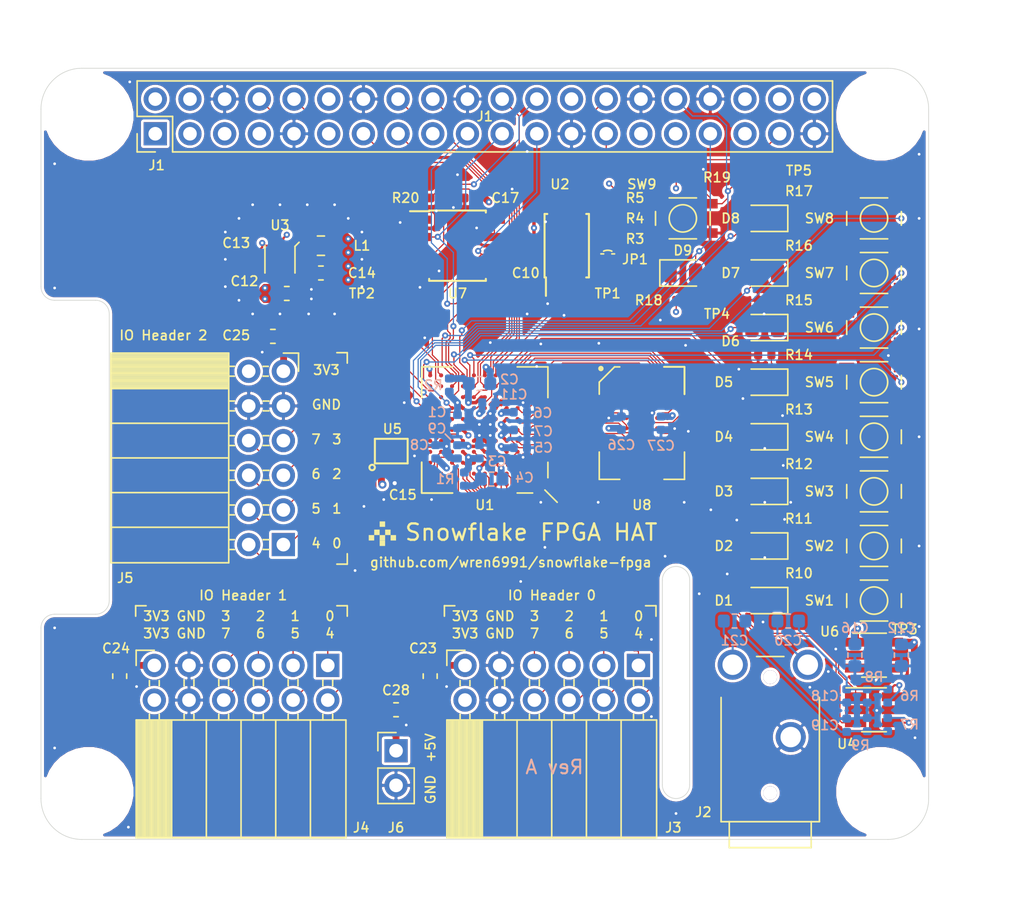
<source format=kicad_pcb>
(kicad_pcb (version 20171130) (host pcbnew 5.1.2+dfsg1-1)
  (layers (0 F.Cu signal) (1 In1.Cu power hide) (2 In2.Cu power) (31 B.Cu signal) (34 B.Paste user hide) (35 F.Paste user hide) (36 B.SilkS user) (37 F.SilkS user) (38 B.Mask user hide) (39 F.Mask user) (44 Edge.Cuts user))
  (net 0 "")
  (net 1 GND)
  (net 2 +1V2)
  (net 3 "Net-(C2-Pad2)")
  (net 4 "Net-(C2-Pad1)")
  (net 5 "Net-(C4-Pad2)")
  (net 6 "Net-(C4-Pad1)")
  (net 7 +3V3)
  (net 8 +5V)
  (net 9 "Net-(C13-Pad2)")
  (net 10 "Net-(C18-Pad1)")
  (net 11 "Net-(C19-Pad1)")
  (net 12 "Net-(C20-Pad1)")
  (net 13 "Net-(C21-Pad1)")
  (net 14 +3.3VDAC)
  (net 15 "Net-(D1-Pad1)")
  (net 16 /LED0)
  (net 17 /LED1)
  (net 18 "Net-(D2-Pad1)")
  (net 19 "Net-(D3-Pad1)")
  (net 20 /LED2)
  (net 21 /LED3)
  (net 22 "Net-(D4-Pad1)")
  (net 23 /LED4)
  (net 24 "Net-(D5-Pad1)")
  (net 25 "Net-(D6-Pad1)")
  (net 26 /LED5)
  (net 27 /LED6)
  (net 28 "Net-(D7-Pad1)")
  (net 29 "Net-(D8-Pad1)")
  (net 30 /LED7)
  (net 31 /GP13_FPGA_CDONE)
  (net 32 "Net-(J1-Pad3)")
  (net 33 "Net-(J1-Pad5)")
  (net 34 "Net-(J1-Pad7)")
  (net 35 /GP14_UART_TXD)
  (net 36 /GP15_UART_RXD)
  (net 37 "Net-(J1-Pad11)")
  (net 38 "Net-(J1-Pad12)")
  (net 39 /GP27_SDIO_DAT3)
  (net 40 /GP22_SDIO_CLK)
  (net 41 /GP23_SDIO_CMD)
  (net 42 /GP24_SDIO_DAT0)
  (net 43 /GP10_SPI_MOSI)
  (net 44 /GP9_SPI_MISO)
  (net 45 /GP25_SDIO_DAT1)
  (net 46 /GP11_SPI_SCK)
  (net 47 /GP8_SPI_~CS)
  (net 48 "Net-(J1-Pad26)")
  (net 49 /ID_SD)
  (net 50 /ID_SC)
  (net 51 "Net-(J1-Pad29)")
  (net 52 "Net-(J1-Pad31)")
  (net 53 /GP12_FPGA_~RST)
  (net 54 "Net-(J1-Pad35)")
  (net 55 "Net-(J1-Pad36)")
  (net 56 /GP26_SDIO_DAT2)
  (net 57 "Net-(J1-Pad38)")
  (net 58 "Net-(J1-Pad40)")
  (net 59 /IO0_0)
  (net 60 /IO0_1)
  (net 61 /IO0_2)
  (net 62 /IO0_3)
  (net 63 /IO0_4)
  (net 64 /IO0_5)
  (net 65 /IO0_6)
  (net 66 /IO0_7)
  (net 67 /IO1_7)
  (net 68 /IO1_6)
  (net 69 /IO1_5)
  (net 70 /IO1_4)
  (net 71 /IO1_3)
  (net 72 /IO1_2)
  (net 73 /IO1_1)
  (net 74 /IO1_0)
  (net 75 /IO2_0)
  (net 76 /IO2_1)
  (net 77 /IO2_2)
  (net 78 /IO2_3)
  (net 79 /IO2_4)
  (net 80 /IO2_5)
  (net 81 /IO2_6)
  (net 82 /IO2_7)
  (net 83 "Net-(JP1-Pad1)")
  (net 84 "Net-(L1-Pad1)")
  (net 85 "Net-(R6-Pad2)")
  (net 86 "Net-(R7-Pad2)")
  (net 87 /SW0)
  (net 88 /SW1)
  (net 89 /SW2)
  (net 90 /SW3)
  (net 91 /SW4)
  (net 92 /SW5)
  (net 93 /SW6)
  (net 94 /SW7)
  (net 95 /SRAM_DQ0)
  (net 96 /SRAM_DQ5)
  (net 97 /SRAM_DQ7)
  (net 98 /SRAM_DQ6)
  (net 99 /SRAM_DQ12)
  (net 100 /SRAM_A9)
  (net 101 /SRAM_A2)
  (net 102 /SRAM_A4)
  (net 103 /SRAM_A5)
  (net 104 /SRAM_A10)
  (net 105 /SRAM_DQ1)
  (net 106 /SRAM_DQ4)
  (net 107 /SRAM_DQ8)
  (net 108 /SRAM_DQ10)
  (net 109 /SRAM_DQ13)
  (net 110 /SRAM_DQ15)
  (net 111 /SRAM_A3)
  (net 112 /SRAM_A7)
  (net 113 /SRAM_A6)
  (net 114 /SRAM_A12)
  (net 115 /SRAM_DQ3)
  (net 116 /SRAM_DQ9)
  (net 117 /SRAM_DQ11)
  (net 118 /SRAM_A8)
  (net 119 /SRAM_A0)
  (net 120 /SRAM_A1)
  (net 121 /SRAM_A11)
  (net 122 /SRAM_A13)
  (net 123 /SRAM_A15)
  (net 124 /SRAM_DQ2)
  (net 125 /SRAM_DQ14)
  (net 126 /SRAM_A14)
  (net 127 /SRAM_A17)
  (net 128 /SRAM_A16)
  (net 129 /SRAM_~WE)
  (net 130 /SRAM_~OE)
  (net 131 /SRAM_~LB)
  (net 132 /SRAM_~UB)
  (net 133 /AUDIO_R_PWM)
  (net 134 "Net-(U1-PadB10)")
  (net 135 /CLK_OSC)
  (net 136 /AUDIO_L_PWM)
  (module fpga_hat:MOUNTHOLE_M2.5 (layer F.Cu) (at 161.5 133)
    (fp_text reference REF** hide)
    (fp_text value MOUNTHOLE_M2.5 hide)
    (pad "" np_thru_hole circle (at 0 0) (size 2.75 2.75) (drill 2.75) (layers *.Cu *.Mask) (clearance 1.9) (thermal_gap 1.9))
  )
  (module fpga_hat:MOUNTHOLE_M2.5 (layer F.Cu) (at 161.5 83.5)
    (fp_text reference REF** hide)
    (fp_text value MOUNTHOLE_M2.5 hide)
    (pad "" np_thru_hole circle (at 0 0) (size 2.75 2.75) (drill 2.75) (layers *.Cu *.Mask) (clearance 1.9) (thermal_gap 1.9))
  )
  (module fpga_hat:MOUNTHOLE_M2.5 (layer F.Cu) (at 103.5 133)
    (fp_text reference REF** hide)
    (fp_text value MOUNTHOLE_M2.5 hide)
    (pad "" np_thru_hole circle (at 0 0) (size 2.75 2.75) (drill 2.75) (layers *.Cu *.Mask) (clearance 1.9) (thermal_gap 1.9))
  )
  (module fpga_hat:MOUNTHOLE_M2.5 (layer F.Cu) (at 103.5 83.5)
    (fp_text reference REF** hide)
    (fp_text value MOUNTHOLE_M2.5 hide)
    (pad "" np_thru_hole circle (at 0 0) (size 2.75 2.75) (drill 2.75) (layers *.Cu *.Mask) (clearance 1.9) (thermal_gap 1.9))
  )
  (module fpga_hat:github_avatar (layer F.Cu) (at 125 114)
    (fp_text reference REF** hide)
    (fp_text value github_avatar hide)
  )
  (module Capacitor_SMD:C_0603_1608Metric (layer F.Cu) (at 105.7656 124.5363 270)
    (fp_text reference C24 (at -2.0363 0.2656 180) (layer F.SilkS) (effects (font (size 0.7 0.7) (thickness 0.12))))
    (fp_text value 1u)
    (pad 1 smd roundrect (at -0.7875 0 270) (size 0.875 0.95) (layers F.Cu F.Paste F.Mask) (net 7 +3V3))
    (pad 2 smd roundrect (at 0.7875 0 270) (size 0.875 0.95) (layers F.Cu F.Paste F.Mask) (net 1 GND))
  )
  (module Connector_PinHeader_2.54mm:PinHeader_2x20_P2.54mm_Vertical (layer F.Cu) (at 108.37 84.8 90)
    (fp_text reference J1 (at -2.31 0.1 180) (layer F.SilkS) (effects (font (size 0.7 0.7) (thickness 0.12))))
    (fp_text value 2x20)
    (fp_text user %R (at 1.27 24.13) (layer F.SilkS) (effects (font (size 0.7 0.7) (thickness 0.12))))
    (pad 1 thru_hole rect (at 0 0 90) (size 1.7 1.7) (drill 1) (layers *.Cu *.Mask) (net 7 +3V3))
    (pad 2 thru_hole oval (at 2.54 0 90) (size 1.7 1.7) (drill 1) (layers *.Cu *.Mask) (net 8 +5V))
    (pad 3 thru_hole oval (at 0 2.54 90) (size 1.7 1.7) (drill 1) (layers *.Cu *.Mask) (net 32 "Net-(J1-Pad3)"))
    (pad 4 thru_hole oval (at 2.54 2.54 90) (size 1.7 1.7) (drill 1) (layers *.Cu *.Mask) (net 8 +5V))
    (pad 5 thru_hole oval (at 0 5.08 90) (size 1.7 1.7) (drill 1) (layers *.Cu *.Mask) (net 33 "Net-(J1-Pad5)"))
    (pad 6 thru_hole oval (at 2.54 5.08 90) (size 1.7 1.7) (drill 1) (layers *.Cu *.Mask) (net 1 GND))
    (pad 7 thru_hole oval (at 0 7.62 90) (size 1.7 1.7) (drill 1) (layers *.Cu *.Mask) (net 34 "Net-(J1-Pad7)"))
    (pad 8 thru_hole oval (at 2.54 7.62 90) (size 1.7 1.7) (drill 1) (layers *.Cu *.Mask) (net 35 /GP14_UART_TXD))
    (pad 9 thru_hole oval (at 0 10.16 90) (size 1.7 1.7) (drill 1) (layers *.Cu *.Mask) (net 1 GND))
    (pad 10 thru_hole oval (at 2.54 10.16 90) (size 1.7 1.7) (drill 1) (layers *.Cu *.Mask) (net 36 /GP15_UART_RXD))
    (pad 11 thru_hole oval (at 0 12.7 90) (size 1.7 1.7) (drill 1) (layers *.Cu *.Mask) (net 37 "Net-(J1-Pad11)"))
    (pad 12 thru_hole oval (at 2.54 12.7 90) (size 1.7 1.7) (drill 1) (layers *.Cu *.Mask) (net 38 "Net-(J1-Pad12)"))
    (pad 13 thru_hole oval (at 0 15.24 90) (size 1.7 1.7) (drill 1) (layers *.Cu *.Mask) (net 39 /GP27_SDIO_DAT3))
    (pad 14 thru_hole oval (at 2.54 15.24 90) (size 1.7 1.7) (drill 1) (layers *.Cu *.Mask) (net 1 GND))
    (pad 15 thru_hole oval (at 0 17.78 90) (size 1.7 1.7) (drill 1) (layers *.Cu *.Mask) (net 40 /GP22_SDIO_CLK))
    (pad 16 thru_hole oval (at 2.54 17.78 90) (size 1.7 1.7) (drill 1) (layers *.Cu *.Mask) (net 41 /GP23_SDIO_CMD))
    (pad 17 thru_hole oval (at 0 20.32 90) (size 1.7 1.7) (drill 1) (layers *.Cu *.Mask) (net 7 +3V3))
    (pad 18 thru_hole oval (at 2.54 20.32 90) (size 1.7 1.7) (drill 1) (layers *.Cu *.Mask) (net 42 /GP24_SDIO_DAT0))
    (pad 19 thru_hole oval (at 0 22.86 90) (size 1.7 1.7) (drill 1) (layers *.Cu *.Mask) (net 43 /GP10_SPI_MOSI))
    (pad 20 thru_hole oval (at 2.54 22.86 90) (size 1.7 1.7) (drill 1) (layers *.Cu *.Mask) (net 1 GND))
    (pad 21 thru_hole oval (at 0 25.4 90) (size 1.7 1.7) (drill 1) (layers *.Cu *.Mask) (net 44 /GP9_SPI_MISO))
    (pad 22 thru_hole oval (at 2.54 25.4 90) (size 1.7 1.7) (drill 1) (layers *.Cu *.Mask) (net 45 /GP25_SDIO_DAT1))
    (pad 23 thru_hole oval (at 0 27.94 90) (size 1.7 1.7) (drill 1) (layers *.Cu *.Mask) (net 46 /GP11_SPI_SCK))
    (pad 24 thru_hole oval (at 2.54 27.94 90) (size 1.7 1.7) (drill 1) (layers *.Cu *.Mask) (net 47 /GP8_SPI_~CS))
    (pad 25 thru_hole oval (at 0 30.48 90) (size 1.7 1.7) (drill 1) (layers *.Cu *.Mask) (net 1 GND))
    (pad 26 thru_hole oval (at 2.54 30.48 90) (size 1.7 1.7) (drill 1) (layers *.Cu *.Mask) (net 48 "Net-(J1-Pad26)"))
    (pad 27 thru_hole oval (at 0 33.02 90) (size 1.7 1.7) (drill 1) (layers *.Cu *.Mask) (net 49 /ID_SD))
    (pad 28 thru_hole oval (at 2.54 33.02 90) (size 1.7 1.7) (drill 1) (layers *.Cu *.Mask) (net 50 /ID_SC))
    (pad 29 thru_hole oval (at 0 35.56 90) (size 1.7 1.7) (drill 1) (layers *.Cu *.Mask) (net 51 "Net-(J1-Pad29)"))
    (pad 30 thru_hole oval (at 2.54 35.56 90) (size 1.7 1.7) (drill 1) (layers *.Cu *.Mask) (net 1 GND))
    (pad 31 thru_hole oval (at 0 38.1 90) (size 1.7 1.7) (drill 1) (layers *.Cu *.Mask) (net 52 "Net-(J1-Pad31)"))
    (pad 32 thru_hole oval (at 2.54 38.1 90) (size 1.7 1.7) (drill 1) (layers *.Cu *.Mask) (net 53 /GP12_FPGA_~RST))
    (pad 33 thru_hole oval (at 0 40.64 90) (size 1.7 1.7) (drill 1) (layers *.Cu *.Mask) (net 31 /GP13_FPGA_CDONE))
    (pad 34 thru_hole oval (at 2.54 40.64 90) (size 1.7 1.7) (drill 1) (layers *.Cu *.Mask) (net 1 GND))
    (pad 35 thru_hole oval (at 0 43.18 90) (size 1.7 1.7) (drill 1) (layers *.Cu *.Mask) (net 54 "Net-(J1-Pad35)"))
    (pad 36 thru_hole oval (at 2.54 43.18 90) (size 1.7 1.7) (drill 1) (layers *.Cu *.Mask) (net 55 "Net-(J1-Pad36)"))
    (pad 37 thru_hole oval (at 0 45.72 90) (size 1.7 1.7) (drill 1) (layers *.Cu *.Mask) (net 56 /GP26_SDIO_DAT2))
    (pad 38 thru_hole oval (at 2.54 45.72 90) (size 1.7 1.7) (drill 1) (layers *.Cu *.Mask) (net 57 "Net-(J1-Pad38)"))
    (pad 39 thru_hole oval (at 0 48.26 90) (size 1.7 1.7) (drill 1) (layers *.Cu *.Mask) (net 1 GND))
    (pad 40 thru_hole oval (at 2.54 48.26 90) (size 1.7 1.7) (drill 1) (layers *.Cu *.Mask) (net 58 "Net-(J1-Pad40)"))
  )
  (module fpga_hat:PTS815 (layer F.Cu) (at 161 103 270)
    (fp_text reference SW5 (at 0 4) (layer F.SilkS) (effects (font (size 0.7 0.7) (thickness 0.12))))
    (fp_text value PTS815)
    (pad 1 smd rect (at -1.075 -2) (size 1.1 0.7) (layers F.Cu F.Paste F.Mask) (net 91 /SW4))
    (pad 2 smd rect (at 1.075 -2) (size 1.1 0.7) (layers F.Cu F.Paste F.Mask) (net 1 GND))
    (pad ~ smd rect (at 1.075 2) (size 1.1 0.7) (layers F.Cu F.Paste F.Mask))
    (pad ~ smd rect (at -1.075 2) (size 1.1 0.7) (layers F.Cu F.Paste F.Mask))
  )
  (module fpga_hat:BGA-121_11x11_9.0x9.0mm (layer F.Cu) (at 132.5 106.5 180)
    (fp_text reference U1 (at 0 -5.5) (layer F.SilkS) (effects (font (size 0.7 0.7) (thickness 0.12))))
    (fp_text value iCE40-HX8k-BG121)
    (pad A1 smd circle (at -4 -4 180) (size 0.3 0.3) (layers F.Cu F.Paste F.Mask) (net 97 /SRAM_DQ7))
    (pad B1 smd circle (at -4 -3.2 180) (size 0.3 0.3) (layers F.Cu F.Paste F.Mask) (net 129 /SRAM_~WE))
    (pad C1 smd circle (at -4 -2.4 180) (size 0.3 0.3) (layers F.Cu F.Paste F.Mask) (net 100 /SRAM_A9))
    (pad D1 smd circle (at -4 -1.6 180) (size 0.3 0.3) (layers F.Cu F.Paste F.Mask) (net 114 /SRAM_A12))
    (pad E1 smd circle (at -4 -0.8 180) (size 0.3 0.3) (layers F.Cu F.Paste F.Mask) (net 125 /SRAM_DQ14))
    (pad F1 smd circle (at -4 0 180) (size 0.3 0.3) (layers F.Cu F.Paste F.Mask) (net 99 /SRAM_DQ12))
    (pad G1 smd circle (at -4 0.8 180) (size 0.3 0.3) (layers F.Cu F.Paste F.Mask) (net 107 /SRAM_DQ8))
    (pad H1 smd circle (at -4 1.6 180) (size 0.3 0.3) (layers F.Cu F.Paste F.Mask) (net 132 /SRAM_~UB))
    (pad J1 smd circle (at -4 2.4 180) (size 0.3 0.3) (layers F.Cu F.Paste F.Mask) (net 119 /SRAM_A0))
    (pad K1 smd circle (at -4 3.2 180) (size 0.3 0.3) (layers F.Cu F.Paste F.Mask) (net 102 /SRAM_A4))
    (pad L1 smd circle (at -4 4 180) (size 0.3 0.3) (layers F.Cu F.Paste F.Mask) (net 95 /SRAM_DQ0))
    (pad A2 smd circle (at -3.2 -4 180) (size 0.3 0.3) (layers F.Cu F.Paste F.Mask) (net 96 /SRAM_DQ5))
    (pad B2 smd circle (at -3.2 -3.2 180) (size 0.3 0.3) (layers F.Cu F.Paste F.Mask) (net 104 /SRAM_A10))
    (pad C2 smd circle (at -3.2 -2.4 180) (size 0.3 0.3) (layers F.Cu F.Paste F.Mask) (net 122 /SRAM_A13))
    (pad D2 smd circle (at -3.2 -1.6 180) (size 0.3 0.3) (layers F.Cu F.Paste F.Mask) (net 118 /SRAM_A8))
    (pad E2 smd circle (at -3.2 -0.8 180) (size 0.3 0.3) (layers F.Cu F.Paste F.Mask) (net 109 /SRAM_DQ13))
    (pad F2 smd circle (at -3.2 0 180) (size 0.3 0.3) (layers F.Cu F.Paste F.Mask) (net 116 /SRAM_DQ9))
    (pad G2 smd circle (at -3.2 0.8 180) (size 0.3 0.3) (layers F.Cu F.Paste F.Mask) (net 108 /SRAM_DQ10))
    (pad H2 smd circle (at -3.2 1.6 180) (size 0.3 0.3) (layers F.Cu F.Paste F.Mask) (net 130 /SRAM_~OE))
    (pad J2 smd circle (at -3.2 2.4 180) (size 0.3 0.3) (layers F.Cu F.Paste F.Mask) (net 111 /SRAM_A3))
    (pad K2 smd circle (at -3.2 3.2 180) (size 0.3 0.3) (layers F.Cu F.Paste F.Mask) (net 120 /SRAM_A1))
    (pad L2 smd circle (at -3.2 4 180) (size 0.3 0.3) (layers F.Cu F.Paste F.Mask) (net 113 /SRAM_A6))
    (pad A3 smd circle (at -2.4 -4 180) (size 0.3 0.3) (layers F.Cu F.Paste F.Mask) (net 106 /SRAM_DQ4))
    (pad B3 smd circle (at -2.4 -3.2 180) (size 0.3 0.3) (layers F.Cu F.Paste F.Mask) (net 98 /SRAM_DQ6))
    (pad C3 smd circle (at -2.4 -2.4 180) (size 0.3 0.3) (layers F.Cu F.Paste F.Mask) (net 123 /SRAM_A15))
    (pad D3 smd circle (at -2.4 -1.6 180) (size 0.3 0.3) (layers F.Cu F.Paste F.Mask) (net 121 /SRAM_A11))
    (pad E3 smd circle (at -2.4 -0.8 180) (size 0.3 0.3) (layers F.Cu F.Paste F.Mask) (net 126 /SRAM_A14))
    (pad F3 smd circle (at -2.4 0 180) (size 0.3 0.3) (layers F.Cu F.Paste F.Mask) (net 127 /SRAM_A17))
    (pad G3 smd circle (at -2.4 0.8 180) (size 0.3 0.3) (layers F.Cu F.Paste F.Mask) (net 117 /SRAM_DQ11))
    (pad H3 smd circle (at -2.4 1.6 180) (size 0.3 0.3) (layers F.Cu F.Paste F.Mask) (net 131 /SRAM_~LB))
    (pad J3 smd circle (at -2.4 2.4 180) (size 0.3 0.3) (layers F.Cu F.Paste F.Mask) (net 103 /SRAM_A5))
    (pad K3 smd circle (at -2.4 3.2 180) (size 0.3 0.3) (layers F.Cu F.Paste F.Mask) (net 101 /SRAM_A2))
    (pad L3 smd circle (at -2.4 4 180) (size 0.3 0.3) (layers F.Cu F.Paste F.Mask) (net 105 /SRAM_DQ1))
    (pad A4 smd circle (at -1.6 -4 180) (size 0.3 0.3) (layers F.Cu F.Paste F.Mask) (net 89 /SW2))
    (pad B4 smd circle (at -1.6 -3.2 180) (size 0.3 0.3) (layers F.Cu F.Paste F.Mask) (net 21 /LED3))
    (pad C4 smd circle (at -1.6 -2.4 180) (size 0.3 0.3) (layers F.Cu F.Paste F.Mask) (net 90 /SW3))
    (pad D4 smd circle (at -1.6 -1.6 180) (size 0.3 0.3) (layers F.Cu F.Paste F.Mask) (net 2 +1V2))
    (pad E4 smd circle (at -1.6 -0.8 180) (size 0.3 0.3) (layers F.Cu F.Paste F.Mask) (net 7 +3V3))
    (pad F4 smd circle (at -1.6 0 180) (size 0.3 0.3) (layers F.Cu F.Paste F.Mask) (net 110 /SRAM_DQ15))
    (pad G4 smd circle (at -1.6 0.8 180) (size 0.3 0.3) (layers F.Cu F.Paste F.Mask) (net 7 +3V3))
    (pad H4 smd circle (at -1.6 1.6 180) (size 0.3 0.3) (layers F.Cu F.Paste F.Mask) (net 2 +1V2))
    (pad J4 smd circle (at -1.6 2.4 180) (size 0.3 0.3) (layers F.Cu F.Paste F.Mask) (net 124 /SRAM_DQ2))
    (pad K4 smd circle (at -1.6 3.2 180) (size 0.3 0.3) (layers F.Cu F.Paste F.Mask) (net 115 /SRAM_DQ3))
    (pad L4 smd circle (at -1.6 4 180) (size 0.3 0.3) (layers F.Cu F.Paste F.Mask) (net 112 /SRAM_A7))
    (pad A5 smd circle (at -0.8 -4 180) (size 0.3 0.3) (layers F.Cu F.Paste F.Mask) (net 88 /SW1))
    (pad B5 smd circle (at -0.8 -3.2 180) (size 0.3 0.3) (layers F.Cu F.Paste F.Mask) (net 20 /LED2))
    (pad C5 smd circle (at -0.8 -2.4 180) (size 0.3 0.3) (layers F.Cu F.Paste F.Mask) (net 5 "Net-(C4-Pad2)"))
    (pad D5 smd circle (at -0.8 -1.6 180) (size 0.3 0.3) (layers F.Cu F.Paste F.Mask) (net 128 /SRAM_A16))
    (pad E5 smd circle (at -0.8 -0.8 180) (size 0.3 0.3) (layers F.Cu F.Paste F.Mask) (net 1 GND))
    (pad F5 smd circle (at -0.8 0 180) (size 0.3 0.3) (layers F.Cu F.Paste F.Mask) (net 1 GND))
    (pad G5 smd circle (at -0.8 0.8 180) (size 0.3 0.3) (layers F.Cu F.Paste F.Mask) (net 1 GND))
    (pad H5 smd circle (at -0.8 1.6 180) (size 0.3 0.3) (layers F.Cu F.Paste F.Mask) (net 1 GND))
    (pad J5 smd circle (at -0.8 2.4 180) (size 0.3 0.3) (layers F.Cu F.Paste F.Mask) (net 23 /LED4))
    (pad K5 smd circle (at -0.8 3.2 180) (size 0.3 0.3) (layers F.Cu F.Paste F.Mask) (net 56 /GP26_SDIO_DAT2))
    (pad L5 smd circle (at -0.8 4 180) (size 0.3 0.3) (layers F.Cu F.Paste F.Mask) (net 45 /GP25_SDIO_DAT1))
    (pad A6 smd circle (at 0 -4 180) (size 0.3 0.3) (layers F.Cu F.Paste F.Mask) (net 16 /LED0))
    (pad B6 smd circle (at 0 -3.2 180) (size 0.3 0.3) (layers F.Cu F.Paste F.Mask) (net 87 /SW0))
    (pad C6 smd circle (at 0 -2.4 180) (size 0.3 0.3) (layers F.Cu F.Paste F.Mask) (net 6 "Net-(C4-Pad1)"))
    (pad D6 smd circle (at 0 -1.6 180) (size 0.3 0.3) (layers F.Cu F.Paste F.Mask) (net 7 +3V3))
    (pad E6 smd circle (at 0 -0.8 180) (size 0.3 0.3) (layers F.Cu F.Paste F.Mask) (net 1 GND))
    (pad F6 smd circle (at 0 0 180) (size 0.3 0.3) (layers F.Cu F.Paste F.Mask) (net 1 GND))
    (pad G6 smd circle (at 0 0.8 180) (size 0.3 0.3) (layers F.Cu F.Paste F.Mask) (net 1 GND))
    (pad H6 smd circle (at 0 1.6 180) (size 0.3 0.3) (layers F.Cu F.Paste F.Mask) (net 7 +3V3))
    (pad J6 smd circle (at 0 2.4 180) (size 0.3 0.3) (layers F.Cu F.Paste F.Mask) (net 4 "Net-(C2-Pad1)"))
    (pad K6 smd circle (at 0 3.2 180) (size 0.3 0.3) (layers F.Cu F.Paste F.Mask) (net 40 /GP22_SDIO_CLK))
    (pad L6 smd circle (at 0 4 180) (size 0.3 0.3) (layers F.Cu F.Paste F.Mask) (net 3 "Net-(C2-Pad2)"))
    (pad A7 smd circle (at 0.8 -4 180) (size 0.3 0.3) (layers F.Cu F.Paste F.Mask) (net 63 /IO0_4))
    (pad B7 smd circle (at 0.8 -3.2 180) (size 0.3 0.3) (layers F.Cu F.Paste F.Mask) (net 136 /AUDIO_L_PWM))
    (pad C7 smd circle (at 0.8 -2.4 180) (size 0.3 0.3) (layers F.Cu F.Paste F.Mask) (net 133 /AUDIO_R_PWM))
    (pad D7 smd circle (at 0.8 -1.6 180) (size 0.3 0.3) (layers F.Cu F.Paste F.Mask) (net 17 /LED1))
    (pad E7 smd circle (at 0.8 -0.8 180) (size 0.3 0.3) (layers F.Cu F.Paste F.Mask) (net 1 GND))
    (pad F7 smd circle (at 0.8 0 180) (size 0.3 0.3) (layers F.Cu F.Paste F.Mask) (net 1 GND))
    (pad G7 smd circle (at 0.8 0.8 180) (size 0.3 0.3) (layers F.Cu F.Paste F.Mask) (net 1 GND))
    (pad H7 smd circle (at 0.8 1.6 180) (size 0.3 0.3) (layers F.Cu F.Paste F.Mask) (net 42 /GP24_SDIO_DAT0))
    (pad J7 smd circle (at 0.8 2.4 180) (size 0.3 0.3) (layers F.Cu F.Paste F.Mask) (net 41 /GP23_SDIO_CMD))
    (pad K7 smd circle (at 0.8 3.2 180) (size 0.3 0.3) (layers F.Cu F.Paste F.Mask) (net 39 /GP27_SDIO_DAT3))
    (pad L7 smd circle (at 0.8 4 180) (size 0.3 0.3) (layers F.Cu F.Paste F.Mask) (net 92 /SW5))
    (pad A8 smd circle (at 1.6 -4 180) (size 0.3 0.3) (layers F.Cu F.Paste F.Mask) (net 60 /IO0_1))
    (pad B8 smd circle (at 1.6 -3.2 180) (size 0.3 0.3) (layers F.Cu F.Paste F.Mask) (net 64 /IO0_5))
    (pad C8 smd circle (at 1.6 -2.4 180) (size 0.3 0.3) (layers F.Cu F.Paste F.Mask) (net 59 /IO0_0))
    (pad D8 smd circle (at 1.6 -1.6 180) (size 0.3 0.3) (layers F.Cu F.Paste F.Mask) (net 2 +1V2))
    (pad E8 smd circle (at 1.6 -0.8 180) (size 0.3 0.3) (layers F.Cu F.Paste F.Mask) (net 79 /IO2_4))
    (pad F8 smd circle (at 1.6 0 180) (size 0.3 0.3) (layers F.Cu F.Paste F.Mask) (net 7 +3V3))
    (pad G8 smd circle (at 1.6 0.8 180) (size 0.3 0.3) (layers F.Cu F.Paste F.Mask) (net 78 /IO2_3))
    (pad H8 smd circle (at 1.6 1.6 180) (size 0.3 0.3) (layers F.Cu F.Paste F.Mask) (net 2 +1V2))
    (pad J8 smd circle (at 1.6 2.4 180) (size 0.3 0.3) (layers F.Cu F.Paste F.Mask) (net 91 /SW4))
    (pad K8 smd circle (at 1.6 3.2 180) (size 0.3 0.3) (layers F.Cu F.Paste F.Mask) (net 31 /GP13_FPGA_CDONE))
    (pad L8 smd circle (at 1.6 4 180) (size 0.3 0.3) (layers F.Cu F.Paste F.Mask) (net 26 /LED5))
    (pad A9 smd circle (at 2.4 -4 180) (size 0.3 0.3) (layers F.Cu F.Paste F.Mask) (net 61 /IO0_2))
    (pad B9 smd circle (at 2.4 -3.2 180) (size 0.3 0.3) (layers F.Cu F.Paste F.Mask) (net 66 /IO0_7))
    (pad C9 smd circle (at 2.4 -2.4 180) (size 0.3 0.3) (layers F.Cu F.Paste F.Mask) (net 65 /IO0_6))
    (pad D9 smd circle (at 2.4 -1.6 180) (size 0.3 0.3) (layers F.Cu F.Paste F.Mask) (net 74 /IO1_0))
    (pad E9 smd circle (at 2.4 -0.8 180) (size 0.3 0.3) (layers F.Cu F.Paste F.Mask) (net 67 /IO1_7))
    (pad F9 smd circle (at 2.4 0 180) (size 0.3 0.3) (layers F.Cu F.Paste F.Mask) (net 76 /IO2_1))
    (pad G9 smd circle (at 2.4 0.8 180) (size 0.3 0.3) (layers F.Cu F.Paste F.Mask) (net 82 /IO2_7))
    (pad H9 smd circle (at 2.4 1.6 180) (size 0.3 0.3) (layers F.Cu F.Paste F.Mask) (net 94 /SW7))
    (pad J9 smd circle (at 2.4 2.4 180) (size 0.3 0.3) (layers F.Cu F.Paste F.Mask) (net 44 /GP9_SPI_MISO))
    (pad K9 smd circle (at 2.4 3.2 180) (size 0.3 0.3) (layers F.Cu F.Paste F.Mask) (net 43 /GP10_SPI_MOSI))
    (pad L9 smd circle (at 2.4 4 180) (size 0.3 0.3) (layers F.Cu F.Paste F.Mask) (net 53 /GP12_FPGA_~RST))
    (pad A10 smd circle (at 3.2 -4 180) (size 0.3 0.3) (layers F.Cu F.Paste F.Mask) (net 62 /IO0_3))
    (pad B10 smd circle (at 3.2 -3.2 180) (size 0.3 0.3) (layers F.Cu F.Paste F.Mask) (net 134 "Net-(U1-PadB10)"))
    (pad C10 smd circle (at 3.2 -2.4 180) (size 0.3 0.3) (layers F.Cu F.Paste F.Mask) (net 7 +3V3))
    (pad D10 smd circle (at 3.2 -1.6 180) (size 0.3 0.3) (layers F.Cu F.Paste F.Mask) (net 73 /IO1_1))
    (pad E10 smd circle (at 3.2 -0.8 180) (size 0.3 0.3) (layers F.Cu F.Paste F.Mask) (net 135 /CLK_OSC))
    (pad F10 smd circle (at 3.2 0 180) (size 0.3 0.3) (layers F.Cu F.Paste F.Mask) (net 75 /IO2_0))
    (pad G10 smd circle (at 3.2 0.8 180) (size 0.3 0.3) (layers F.Cu F.Paste F.Mask) (net 81 /IO2_6))
    (pad H10 smd circle (at 3.2 1.6 180) (size 0.3 0.3) (layers F.Cu F.Paste F.Mask) (net 35 /GP14_UART_TXD))
    (pad J10 smd circle (at 3.2 2.4 180) (size 0.3 0.3) (layers F.Cu F.Paste F.Mask) (net 36 /GP15_UART_RXD))
    (pad K10 smd circle (at 3.2 3.2 180) (size 0.3 0.3) (layers F.Cu F.Paste F.Mask) (net 47 /GP8_SPI_~CS))
    (pad L10 smd circle (at 3.2 4 180) (size 0.3 0.3) (layers F.Cu F.Paste F.Mask) (net 46 /GP11_SPI_SCK))
    (pad A11 smd circle (at 4 -4 180) (size 0.3 0.3) (layers F.Cu F.Paste F.Mask) (net 70 /IO1_4))
    (pad B11 smd circle (at 4 -3.2 180) (size 0.3 0.3) (layers F.Cu F.Paste F.Mask) (net 69 /IO1_5))
    (pad C11 smd circle (at 4 -2.4 180) (size 0.3 0.3) (layers F.Cu F.Paste F.Mask) (net 68 /IO1_6))
    (pad D11 smd circle (at 4 -1.6 180) (size 0.3 0.3) (layers F.Cu F.Paste F.Mask) (net 72 /IO1_2))
    (pad E11 smd circle (at 4 -0.8 180) (size 0.3 0.3) (layers F.Cu F.Paste F.Mask) (net 71 /IO1_3))
    (pad F11 smd circle (at 4 0 180) (size 0.3 0.3) (layers F.Cu F.Paste F.Mask) (net 80 /IO2_5))
    (pad G11 smd circle (at 4 0.8 180) (size 0.3 0.3) (layers F.Cu F.Paste F.Mask) (net 77 /IO2_2))
    (pad H11 smd circle (at 4 1.6 180) (size 0.3 0.3) (layers F.Cu F.Paste F.Mask) (net 30 /LED7))
    (pad J11 smd circle (at 4 2.4 180) (size 0.3 0.3) (layers F.Cu F.Paste F.Mask) (net 27 /LED6))
    (pad K11 smd circle (at 4 3.2 180) (size 0.3 0.3) (layers F.Cu F.Paste F.Mask) (net 93 /SW6))
    (pad L11 smd circle (at 4 4 180) (size 0.3 0.3) (layers F.Cu F.Paste F.Mask) (net 7 +3V3))
  )
  (module Capacitor_SMD:C_0402_1005Metric (layer B.Cu) (at 128.9 108.1 90)
    (fp_text reference C8 (at 0.5 -1.2 180) (layer B.SilkS) (effects (font (size 0.7 0.7) (thickness 0.12)) (justify mirror)))
    (fp_text value 100n)
    (pad 2 smd roundrect (at 0.485 0 90) (size 0.59 0.64) (layers B.Cu B.Paste B.Mask) (net 1 GND))
    (pad 1 smd roundrect (at -0.485 0 90) (size 0.59 0.64) (layers B.Cu B.Paste B.Mask) (net 7 +3V3))
  )
  (module Capacitor_SMD:C_0402_1005Metric (layer B.Cu) (at 130.5 105.885 270)
    (fp_text reference C1 (at -0.685 1.5) (layer B.SilkS) (effects (font (size 0.7 0.7) (thickness 0.12)) (justify mirror)))
    (fp_text value 100n)
    (pad 2 smd roundrect (at 0.485 0 270) (size 0.59 0.64) (layers B.Cu B.Paste B.Mask) (net 1 GND))
    (pad 1 smd roundrect (at -0.485 0 270) (size 0.59 0.64) (layers B.Cu B.Paste B.Mask) (net 2 +1V2))
  )
  (module Capacitor_SMD:C_0603_1608Metric (layer B.Cu) (at 132.1125 103.1)
    (fp_text reference C2 (at 2.1875 -0.3) (layer B.SilkS) (effects (font (size 0.7 0.7) (thickness 0.12)) (justify mirror)))
    (fp_text value 4u7)
    (pad 2 smd roundrect (at 0.7875 0) (size 0.875 0.95) (layers B.Cu B.Paste B.Mask) (net 3 "Net-(C2-Pad2)"))
    (pad 1 smd roundrect (at -0.7875 0) (size 0.875 0.95) (layers B.Cu B.Paste B.Mask) (net 4 "Net-(C2-Pad1)"))
  )
  (module Capacitor_SMD:C_0402_1005Metric (layer B.Cu) (at 132.1 108.1 90)
    (fp_text reference C3 (at -0.7 1.3 180) (layer B.SilkS) (effects (font (size 0.7 0.7) (thickness 0.12)) (justify mirror)))
    (fp_text value 100n)
    (pad 1 smd roundrect (at -0.485 0 90) (size 0.59 0.64) (layers B.Cu B.Paste B.Mask) (net 2 +1V2))
    (pad 2 smd roundrect (at 0.485 0 90) (size 0.59 0.64) (layers B.Cu B.Paste B.Mask) (net 1 GND))
  )
  (module Capacitor_SMD:C_0603_1608Metric (layer B.Cu) (at 133 110.1)
    (fp_text reference C4 (at 2.4 -0.1) (layer B.SilkS) (effects (font (size 0.7 0.7) (thickness 0.12)) (justify mirror)))
    (fp_text value 4u7)
    (pad 1 smd roundrect (at -0.7875 0) (size 0.875 0.95) (layers B.Cu B.Paste B.Mask) (net 6 "Net-(C4-Pad1)"))
    (pad 2 smd roundrect (at 0.7875 0) (size 0.875 0.95) (layers B.Cu B.Paste B.Mask) (net 5 "Net-(C4-Pad2)"))
  )
  (module Capacitor_SMD:C_0402_1005Metric (layer B.Cu) (at 135.1 107.8)
    (fp_text reference C5 (at 1.7 0 -180) (layer B.SilkS) (effects (font (size 0.7 0.7) (thickness 0.12)) (justify mirror)))
    (fp_text value 100n)
    (pad 1 smd roundrect (at -0.485 0) (size 0.59 0.64) (layers B.Cu B.Paste B.Mask) (net 2 +1V2))
    (pad 2 smd roundrect (at 0.485 0) (size 0.59 0.64) (layers B.Cu B.Paste B.Mask) (net 1 GND))
  )
  (module Capacitor_SMD:C_0402_1005Metric (layer B.Cu) (at 135.1 105.2)
    (fp_text reference C6 (at 1.65 0.05) (layer B.SilkS) (effects (font (size 0.7 0.7) (thickness 0.12)) (justify mirror)))
    (fp_text value 100n)
    (pad 2 smd roundrect (at 0.485 0) (size 0.59 0.64) (layers B.Cu B.Paste B.Mask) (net 1 GND))
    (pad 1 smd roundrect (at -0.485 0) (size 0.59 0.64) (layers B.Cu B.Paste B.Mask) (net 2 +1V2))
  )
  (module Capacitor_SMD:C_0402_1005Metric (layer B.Cu) (at 135.115 106.5)
    (fp_text reference C7 (at 1.685 0.1 -180) (layer B.SilkS) (effects (font (size 0.7 0.7) (thickness 0.12)) (justify mirror)))
    (fp_text value 100n)
    (pad 2 smd roundrect (at 0.485 0) (size 0.59 0.64) (layers B.Cu B.Paste B.Mask) (net 1 GND))
    (pad 1 smd roundrect (at -0.485 0) (size 0.59 0.64) (layers B.Cu B.Paste B.Mask) (net 7 +3V3))
  )
  (module Capacitor_SMD:C_0402_1005Metric (layer B.Cu) (at 130.5 108.1 270)
    (fp_text reference C9 (at -1.7 1.5 180) (layer B.SilkS) (effects (font (size 0.7 0.7) (thickness 0.12)) (justify mirror)))
    (fp_text value 100n)
    (pad 2 smd roundrect (at 0.485 0 270) (size 0.59 0.64) (layers B.Cu B.Paste B.Mask) (net 1 GND))
    (pad 1 smd roundrect (at -0.485 0 270) (size 0.59 0.64) (layers B.Cu B.Paste B.Mask) (net 7 +3V3))
  )
  (module Capacitor_SMD:C_0402_1005Metric (layer F.Cu) (at 136.1 93 270)
    (fp_text reference C10 (at 2 0.6 180) (layer F.SilkS) (effects (font (size 0.7 0.7) (thickness 0.12))))
    (fp_text value 100n)
    (pad 1 smd roundrect (at -0.485 0 270) (size 0.59 0.64) (layers F.Cu F.Paste F.Mask) (net 7 +3V3))
    (pad 2 smd roundrect (at 0.485 0 270) (size 0.59 0.64) (layers F.Cu F.Paste F.Mask) (net 1 GND))
  )
  (module Capacitor_SMD:C_0402_1005Metric (layer B.Cu) (at 132.8 104.5)
    (fp_text reference C11 (at 1.8 -0.6) (layer B.SilkS) (effects (font (size 0.7 0.7) (thickness 0.12)) (justify mirror)))
    (fp_text value 100n)
    (pad 1 smd roundrect (at -0.485 0) (size 0.59 0.64) (layers B.Cu B.Paste B.Mask) (net 7 +3V3))
    (pad 2 smd roundrect (at 0.485 0) (size 0.59 0.64) (layers B.Cu B.Paste B.Mask) (net 1 GND))
  )
  (module Capacitor_SMD:C_0603_1608Metric (layer F.Cu) (at 118 96.5)
    (fp_text reference C12 (at -3.1 -0.9) (layer F.SilkS) (effects (font (size 0.7 0.7) (thickness 0.12))))
    (fp_text value 4u7)
    (pad 2 smd roundrect (at 0.7875 0) (size 0.875 0.95) (layers F.Cu F.Paste F.Mask) (net 1 GND))
    (pad 1 smd roundrect (at -0.7875 0) (size 0.875 0.95) (layers F.Cu F.Paste F.Mask) (net 8 +5V))
  )
  (module Capacitor_SMD:C_0402_1005Metric (layer F.Cu) (at 115.8 94 270)
    (fp_text reference C13 (at -1.2 1.5 180) (layer F.SilkS) (effects (font (size 0.7 0.7) (thickness 0.12))))
    (fp_text value 560p)
    (pad 1 smd roundrect (at -0.485 0 270) (size 0.59 0.64) (layers F.Cu F.Paste F.Mask) (net 2 +1V2))
    (pad 2 smd roundrect (at 0.485 0 270) (size 0.59 0.64) (layers F.Cu F.Paste F.Mask) (net 9 "Net-(C13-Pad2)"))
  )
  (module Capacitor_SMD:C_0603_1608Metric (layer F.Cu) (at 120.5 95 180)
    (fp_text reference C14 (at -3 0) (layer F.SilkS) (effects (font (size 0.7 0.7) (thickness 0.12))))
    (fp_text value 4u7)
    (pad 2 smd roundrect (at 0.7875 0 180) (size 0.875 0.95) (layers F.Cu F.Paste F.Mask) (net 1 GND))
    (pad 1 smd roundrect (at -0.7875 0 180) (size 0.875 0.95) (layers F.Cu F.Paste F.Mask) (net 2 +1V2))
  )
  (module Capacitor_SMD:C_0402_1005Metric (layer F.Cu) (at 125.415 109.6)
    (fp_text reference C15 (at 1.077 1.652) (layer F.SilkS) (effects (font (size 0.7 0.7) (thickness 0.12))))
    (fp_text value 100n)
    (pad 2 smd roundrect (at 0.485 0) (size 0.59 0.64) (layers F.Cu F.Paste F.Mask) (net 1 GND))
    (pad 1 smd roundrect (at -0.485 0) (size 0.59 0.64) (layers F.Cu F.Paste F.Mask) (net 7 +3V3))
  )
  (module Capacitor_SMD:C_0603_1608Metric (layer B.Cu) (at 159.6 123 270)
    (fp_text reference C16 (at -2 0 180) (layer B.SilkS) (effects (font (size 0.7 0.7) (thickness 0.12)) (justify mirror)))
    (fp_text value 1u)
    (pad 1 smd roundrect (at -0.7875 0 270) (size 0.875 0.95) (layers B.Cu B.Paste B.Mask) (net 8 +5V))
    (pad 2 smd roundrect (at 0.7875 0 270) (size 0.875 0.95) (layers B.Cu B.Paste B.Mask) (net 1 GND))
  )
  (module Capacitor_SMD:C_0402_1005Metric (layer F.Cu) (at 131.5 89.5 180)
    (fp_text reference C17 (at -2.5 0) (layer F.SilkS) (effects (font (size 0.7 0.7) (thickness 0.12))))
    (fp_text value 100n)
    (pad 1 smd roundrect (at -0.485 0 180) (size 0.59 0.64) (layers F.Cu F.Paste F.Mask) (net 7 +3V3))
    (pad 2 smd roundrect (at 0.485 0 180) (size 0.59 0.64) (layers F.Cu F.Paste F.Mask) (net 1 GND))
  )
  (module Capacitor_SMD:C_0402_1005Metric (layer B.Cu) (at 159 125.985 270)
    (fp_text reference C18 (at 0 1.6 180) (layer B.SilkS) (effects (font (size 0.7 0.7) (thickness 0.12)) (justify mirror)))
    (fp_text value 100n)
    (pad 1 smd roundrect (at -0.485 0 270) (size 0.59 0.64) (layers B.Cu B.Paste B.Mask) (net 10 "Net-(C18-Pad1)"))
    (pad 2 smd roundrect (at 0.485 0 270) (size 0.59 0.64) (layers B.Cu B.Paste B.Mask) (net 1 GND))
  )
  (module Capacitor_SMD:C_0402_1005Metric (layer B.Cu) (at 159 128.135 90)
    (fp_text reference C19 (at 0 -1.6 180) (layer B.SilkS) (effects (font (size 0.7 0.7) (thickness 0.12)) (justify mirror)))
    (fp_text value 100n)
    (pad 1 smd roundrect (at -0.485 0 90) (size 0.59 0.64) (layers B.Cu B.Paste B.Mask) (net 11 "Net-(C19-Pad1)"))
    (pad 2 smd roundrect (at 0.485 0 90) (size 0.59 0.64) (layers B.Cu B.Paste B.Mask) (net 1 GND))
  )
  (module Capacitor_SMD:C_0603_1608Metric (layer B.Cu) (at 154.7125 120.5)
    (fp_text reference C20 (at 0 1.43) (layer B.SilkS) (effects (font (size 0.7 0.7) (thickness 0.12)) (justify mirror)))
    (fp_text value 4u7)
    (pad 1 smd roundrect (at -0.7875 0) (size 0.875 0.95) (layers B.Cu B.Paste B.Mask) (net 12 "Net-(C20-Pad1)"))
    (pad 2 smd roundrect (at 0.7875 0) (size 0.875 0.95) (layers B.Cu B.Paste B.Mask) (net 10 "Net-(C18-Pad1)"))
  )
  (module Capacitor_SMD:C_0603_1608Metric (layer B.Cu) (at 150.7875 120.5)
    (fp_text reference C21 (at 0 1.43) (layer B.SilkS) (effects (font (size 0.7 0.7) (thickness 0.12)) (justify mirror)))
    (fp_text value 4u7)
    (pad 1 smd roundrect (at -0.7875 0) (size 0.875 0.95) (layers B.Cu B.Paste B.Mask) (net 13 "Net-(C21-Pad1)"))
    (pad 2 smd roundrect (at 0.7875 0) (size 0.875 0.95) (layers B.Cu B.Paste B.Mask) (net 11 "Net-(C19-Pad1)"))
  )
  (module Capacitor_SMD:C_0603_1608Metric (layer B.Cu) (at 163 123 270)
    (fp_text reference C22 (at -2 0 180) (layer B.SilkS) (effects (font (size 0.7 0.7) (thickness 0.12)) (justify mirror)))
    (fp_text value 1u)
    (pad 2 smd roundrect (at 0.7875 0 270) (size 0.875 0.95) (layers B.Cu B.Paste B.Mask) (net 1 GND))
    (pad 1 smd roundrect (at -0.7875 0 270) (size 0.875 0.95) (layers B.Cu B.Paste B.Mask) (net 14 +3.3VDAC))
  )
  (module Capacitor_SMD:C_0603_1608Metric (layer F.Cu) (at 128.5 124.5363 270)
    (fp_text reference C23 (at -2.0363 0.524 180) (layer F.SilkS) (effects (font (size 0.7 0.7) (thickness 0.12))))
    (fp_text value 1u)
    (pad 2 smd roundrect (at 0.7875 0 270) (size 0.875 0.95) (layers F.Cu F.Paste F.Mask) (net 1 GND))
    (pad 1 smd roundrect (at -0.7875 0 270) (size 0.875 0.95) (layers F.Cu F.Paste F.Mask) (net 7 +3V3))
  )
  (module Capacitor_SMD:C_0603_1608Metric (layer F.Cu) (at 116.98224 99.6442 180)
    (fp_text reference C25 (at 2.68224 0.0762) (layer F.SilkS) (effects (font (size 0.7 0.7) (thickness 0.12))))
    (fp_text value 1u)
    (pad 1 smd roundrect (at -0.7875 0 180) (size 0.875 0.95) (layers F.Cu F.Paste F.Mask) (net 7 +3V3))
    (pad 2 smd roundrect (at 0.7875 0 180) (size 0.875 0.95) (layers F.Cu F.Paste F.Mask) (net 1 GND))
  )
  (module Capacitor_SMD:C_0402_1005Metric (layer B.Cu) (at 142.5 106 90)
    (fp_text reference C26 (at -1.6 0) (layer B.SilkS) (effects (font (size 0.7 0.7) (thickness 0.12)) (justify mirror)))
    (fp_text value 100n)
    (pad 1 smd roundrect (at -0.485 0 90) (size 0.59 0.64) (layers B.Cu B.Paste B.Mask) (net 7 +3V3))
    (pad 2 smd roundrect (at 0.485 0 90) (size 0.59 0.64) (layers B.Cu B.Paste B.Mask) (net 1 GND))
  )
  (module Capacitor_SMD:C_0402_1005Metric (layer B.Cu) (at 145.4 106 270)
    (fp_text reference C27 (at 1.65 0) (layer B.SilkS) (effects (font (size 0.7 0.7) (thickness 0.12)) (justify mirror)))
    (fp_text value 100n)
    (pad 2 smd roundrect (at 0.485 0 270) (size 0.59 0.64) (layers B.Cu B.Paste B.Mask) (net 1 GND))
    (pad 1 smd roundrect (at -0.485 0 270) (size 0.59 0.64) (layers B.Cu B.Paste B.Mask) (net 7 +3V3))
  )
  (module Capacitor_SMD:C_0603_1608Metric (layer F.Cu) (at 126 127)
    (fp_text reference C28 (at 0 -1.43) (layer F.SilkS) (effects (font (size 0.7 0.7) (thickness 0.12))))
    (fp_text value 1u)
    (pad 1 smd roundrect (at -0.7875 0) (size 0.875 0.95) (layers F.Cu F.Paste F.Mask) (net 8 +5V))
    (pad 2 smd roundrect (at 0.7875 0) (size 0.875 0.95) (layers F.Cu F.Paste F.Mask) (net 1 GND))
  )
  (module LED_SMD:LED_0805_2012Metric (layer F.Cu) (at 153 119 180)
    (fp_text reference D1 (at 3 0) (layer F.SilkS) (effects (font (size 0.7 0.7) (thickness 0.12))))
    (fp_text value LED)
    (pad 1 smd roundrect (at -0.9375 0 180) (size 0.975 1.4) (layers F.Cu F.Paste F.Mask) (net 15 "Net-(D1-Pad1)"))
    (pad 2 smd roundrect (at 0.9375 0 180) (size 0.975 1.4) (layers F.Cu F.Paste F.Mask) (net 16 /LED0))
  )
  (module LED_SMD:LED_0805_2012Metric (layer F.Cu) (at 153 115 180)
    (fp_text reference D2 (at 3 0) (layer F.SilkS) (effects (font (size 0.7 0.7) (thickness 0.12))))
    (fp_text value LED)
    (pad 1 smd roundrect (at -0.9375 0 180) (size 0.975 1.4) (layers F.Cu F.Paste F.Mask) (net 18 "Net-(D2-Pad1)"))
    (pad 2 smd roundrect (at 0.9375 0 180) (size 0.975 1.4) (layers F.Cu F.Paste F.Mask) (net 17 /LED1))
  )
  (module LED_SMD:LED_0805_2012Metric (layer F.Cu) (at 153 111 180)
    (fp_text reference D3 (at 3 0) (layer F.SilkS) (effects (font (size 0.7 0.7) (thickness 0.12))))
    (fp_text value LED)
    (pad 2 smd roundrect (at 0.9375 0 180) (size 0.975 1.4) (layers F.Cu F.Paste F.Mask) (net 20 /LED2))
    (pad 1 smd roundrect (at -0.9375 0 180) (size 0.975 1.4) (layers F.Cu F.Paste F.Mask) (net 19 "Net-(D3-Pad1)"))
  )
  (module LED_SMD:LED_0805_2012Metric (layer F.Cu) (at 153 107 180)
    (fp_text reference D4 (at 3 0) (layer F.SilkS) (effects (font (size 0.7 0.7) (thickness 0.12))))
    (fp_text value LED)
    (pad 1 smd roundrect (at -0.9375 0 180) (size 0.975 1.4) (layers F.Cu F.Paste F.Mask) (net 22 "Net-(D4-Pad1)"))
    (pad 2 smd roundrect (at 0.9375 0 180) (size 0.975 1.4) (layers F.Cu F.Paste F.Mask) (net 21 /LED3))
  )
  (module LED_SMD:LED_0805_2012Metric (layer F.Cu) (at 153 103 180)
    (fp_text reference D5 (at 3 0) (layer F.SilkS) (effects (font (size 0.7 0.7) (thickness 0.12))))
    (fp_text value LED)
    (pad 2 smd roundrect (at 0.9375 0 180) (size 0.975 1.4) (layers F.Cu F.Paste F.Mask) (net 23 /LED4))
    (pad 1 smd roundrect (at -0.9375 0 180) (size 0.975 1.4) (layers F.Cu F.Paste F.Mask) (net 24 "Net-(D5-Pad1)"))
  )
  (module LED_SMD:LED_0805_2012Metric (layer F.Cu) (at 153 99 180)
    (fp_text reference D6 (at 2.5 -1) (layer F.SilkS) (effects (font (size 0.7 0.7) (thickness 0.12))))
    (fp_text value LED)
    (pad 1 smd roundrect (at -0.9375 0 180) (size 0.975 1.4) (layers F.Cu F.Paste F.Mask) (net 25 "Net-(D6-Pad1)"))
    (pad 2 smd roundrect (at 0.9375 0 180) (size 0.975 1.4) (layers F.Cu F.Paste F.Mask) (net 26 /LED5))
  )
  (module LED_SMD:LED_0805_2012Metric (layer F.Cu) (at 153 95 180)
    (fp_text reference D7 (at 2.5 0) (layer F.SilkS) (effects (font (size 0.7 0.7) (thickness 0.12))))
    (fp_text value LED)
    (pad 2 smd roundrect (at 0.9375 0 180) (size 0.975 1.4) (layers F.Cu F.Paste F.Mask) (net 27 /LED6))
    (pad 1 smd roundrect (at -0.9375 0 180) (size 0.975 1.4) (layers F.Cu F.Paste F.Mask) (net 28 "Net-(D7-Pad1)"))
  )
  (module LED_SMD:LED_0805_2012Metric (layer F.Cu) (at 153 91 180)
    (fp_text reference D8 (at 2.5 0) (layer F.SilkS) (effects (font (size 0.7 0.7) (thickness 0.12))))
    (fp_text value LED)
    (pad 1 smd roundrect (at -0.9375 0 180) (size 0.975 1.4) (layers F.Cu F.Paste F.Mask) (net 29 "Net-(D8-Pad1)"))
    (pad 2 smd roundrect (at 0.9375 0 180) (size 0.975 1.4) (layers F.Cu F.Paste F.Mask) (net 30 /LED7))
  )
  (module LED_SMD:LED_0805_2012Metric (layer F.Cu) (at 147 95)
    (fp_text reference D9 (at 0 -1.65) (layer F.SilkS) (effects (font (size 0.7 0.7) (thickness 0.12))))
    (fp_text value LED)
    (pad 2 smd roundrect (at 0.9375 0) (size 0.975 1.4) (layers F.Cu F.Paste F.Mask) (net 31 /GP13_FPGA_CDONE))
    (pad 1 smd roundrect (at -0.9375 0) (size 0.975 1.4) (layers F.Cu F.Paste F.Mask) (net 1 GND))
  )
  (module fpga_hat:STX-3000_TRS_3.5mm (layer F.Cu) (at 153.4 129 90)
    (fp_text reference J2 (at -5.5 -4.9 180) (layer F.SilkS) (effects (font (size 0.7 0.7) (thickness 0.12))))
    (fp_text value AudioJack3)
    (pad ~ thru_hole circle (at -4.1 0 90) (size 1 1) (drill 1) (layers *.Cu *.Mask))
    (pad ~ thru_hole circle (at 4.4 0 90) (size 1 1) (drill 1) (layers *.Cu *.Mask))
    (pad S thru_hole circle (at 0 1.5 90) (size 2.2 2.2) (drill 1.5) (layers *.Cu *.Mask) (net 1 GND))
    (pad R thru_hole circle (at 5.3 -2.75 90) (size 2.2 2.2) (drill 1.5) (layers *.Cu *.Mask) (net 13 "Net-(C21-Pad1)"))
    (pad T thru_hole circle (at 5.3 2.75 90) (size 2.2 2.2) (drill 1.5) (layers *.Cu *.Mask) (net 12 "Net-(C20-Pad1)"))
  )
  (module fpga_hat:PinSocket_2x06_P2.54mm_Horizontal (layer F.Cu) (at 143.75 123.75 90)
    (fp_text reference J3 (at -11.886 2.554 180) (layer F.SilkS) (effects (font (size 0.7 0.7) (thickness 0.12))))
    (fp_text value Conn_02x06_Top_Bottom)
    (pad 6 thru_hole circle (at 0 -12.7 90) (size 1.7 1.7) (drill 1) (layers *.Cu *.Mask) (net 7 +3V3))
    (pad 12 thru_hole oval (at -2.54 -12.7 90) (size 1.7 1.7) (drill 1) (layers *.Cu *.Mask) (net 7 +3V3))
    (pad 5 thru_hole oval (at 0 -10.16 90) (size 1.7 1.7) (drill 1) (layers *.Cu *.Mask) (net 1 GND))
    (pad 11 thru_hole oval (at -2.54 -10.16 90) (size 1.7 1.7) (drill 1) (layers *.Cu *.Mask) (net 1 GND))
    (pad 4 thru_hole oval (at 0 -7.62 90) (size 1.7 1.7) (drill 1) (layers *.Cu *.Mask) (net 62 /IO0_3))
    (pad 10 thru_hole oval (at -2.54 -7.62 90) (size 1.7 1.7) (drill 1) (layers *.Cu *.Mask) (net 66 /IO0_7))
    (pad 3 thru_hole oval (at 0 -5.08 90) (size 1.7 1.7) (drill 1) (layers *.Cu *.Mask) (net 61 /IO0_2))
    (pad 9 thru_hole oval (at -2.54 -5.08 90) (size 1.7 1.7) (drill 1) (layers *.Cu *.Mask) (net 65 /IO0_6))
    (pad 2 thru_hole oval (at 0 -2.54 90) (size 1.7 1.7) (drill 1) (layers *.Cu *.Mask) (net 60 /IO0_1))
    (pad 8 thru_hole oval (at -2.54 -2.54 90) (size 1.7 1.7) (drill 1) (layers *.Cu *.Mask) (net 64 /IO0_5))
    (pad 1 thru_hole rect (at 0 0 90) (size 1.7 1.7) (drill 1) (layers *.Cu *.Mask) (net 59 /IO0_0))
    (pad 7 thru_hole oval (at -2.54 0 90) (size 1.7 1.7) (drill 1) (layers *.Cu *.Mask) (net 63 /IO0_4))
  )
  (module fpga_hat:PinSocket_2x06_P2.54mm_Horizontal (layer F.Cu) (at 121 123.75 90)
    (fp_text reference J4 (at -11.886 2.444 180) (layer F.SilkS) (effects (font (size 0.7 0.7) (thickness 0.12))))
    (fp_text value Conn_02x06_Top_Bottom)
    (pad 7 thru_hole oval (at -2.54 0 90) (size 1.7 1.7) (drill 1) (layers *.Cu *.Mask) (net 70 /IO1_4))
    (pad 1 thru_hole rect (at 0 0 90) (size 1.7 1.7) (drill 1) (layers *.Cu *.Mask) (net 74 /IO1_0))
    (pad 8 thru_hole oval (at -2.54 -2.54 90) (size 1.7 1.7) (drill 1) (layers *.Cu *.Mask) (net 69 /IO1_5))
    (pad 2 thru_hole oval (at 0 -2.54 90) (size 1.7 1.7) (drill 1) (layers *.Cu *.Mask) (net 73 /IO1_1))
    (pad 9 thru_hole oval (at -2.54 -5.08 90) (size 1.7 1.7) (drill 1) (layers *.Cu *.Mask) (net 68 /IO1_6))
    (pad 3 thru_hole oval (at 0 -5.08 90) (size 1.7 1.7) (drill 1) (layers *.Cu *.Mask) (net 72 /IO1_2))
    (pad 10 thru_hole oval (at -2.54 -7.62 90) (size 1.7 1.7) (drill 1) (layers *.Cu *.Mask) (net 67 /IO1_7))
    (pad 4 thru_hole oval (at 0 -7.62 90) (size 1.7 1.7) (drill 1) (layers *.Cu *.Mask) (net 71 /IO1_3))
    (pad 11 thru_hole oval (at -2.54 -10.16 90) (size 1.7 1.7) (drill 1) (layers *.Cu *.Mask) (net 1 GND))
    (pad 5 thru_hole oval (at 0 -10.16 90) (size 1.7 1.7) (drill 1) (layers *.Cu *.Mask) (net 1 GND))
    (pad 12 thru_hole oval (at -2.54 -12.7 90) (size 1.7 1.7) (drill 1) (layers *.Cu *.Mask) (net 7 +3V3))
    (pad 6 thru_hole circle (at 0 -12.7 90) (size 1.7 1.7) (drill 1) (layers *.Cu *.Mask) (net 7 +3V3))
  )
  (module fpga_hat:PinSocket_2x06_P2.54mm_Horizontal (layer F.Cu) (at 117.75 114.9)
    (fp_text reference J5 (at -11.578 2.448) (layer F.SilkS) (effects (font (size 0.7 0.7) (thickness 0.12))))
    (fp_text value Conn_02x06_Top_Bottom)
    (pad 6 thru_hole circle (at 0 -12.7) (size 1.7 1.7) (drill 1) (layers *.Cu *.Mask) (net 7 +3V3))
    (pad 12 thru_hole oval (at -2.54 -12.7) (size 1.7 1.7) (drill 1) (layers *.Cu *.Mask) (net 7 +3V3))
    (pad 5 thru_hole oval (at 0 -10.16) (size 1.7 1.7) (drill 1) (layers *.Cu *.Mask) (net 1 GND))
    (pad 11 thru_hole oval (at -2.54 -10.16) (size 1.7 1.7) (drill 1) (layers *.Cu *.Mask) (net 1 GND))
    (pad 4 thru_hole oval (at 0 -7.62) (size 1.7 1.7) (drill 1) (layers *.Cu *.Mask) (net 78 /IO2_3))
    (pad 10 thru_hole oval (at -2.54 -7.62) (size 1.7 1.7) (drill 1) (layers *.Cu *.Mask) (net 82 /IO2_7))
    (pad 3 thru_hole oval (at 0 -5.08) (size 1.7 1.7) (drill 1) (layers *.Cu *.Mask) (net 77 /IO2_2))
    (pad 9 thru_hole oval (at -2.54 -5.08) (size 1.7 1.7) (drill 1) (layers *.Cu *.Mask) (net 81 /IO2_6))
    (pad 2 thru_hole oval (at 0 -2.54) (size 1.7 1.7) (drill 1) (layers *.Cu *.Mask) (net 76 /IO2_1))
    (pad 8 thru_hole oval (at -2.54 -2.54) (size 1.7 1.7) (drill 1) (layers *.Cu *.Mask) (net 80 /IO2_5))
    (pad 1 thru_hole rect (at 0 0) (size 1.7 1.7) (drill 1) (layers *.Cu *.Mask) (net 75 /IO2_0))
    (pad 7 thru_hole oval (at -2.54 0) (size 1.7 1.7) (drill 1) (layers *.Cu *.Mask) (net 79 /IO2_4))
  )
  (module Connector_PinHeader_2.54mm:PinHeader_1x02_P2.54mm_Vertical (layer F.Cu) (at 126 130)
    (fp_text reference J6 (at 0 5.636) (layer F.SilkS) (effects (font (size 0.7 0.7) (thickness 0.12))))
    (fp_text value Conn_01x02)
    (pad 1 thru_hole rect (at 0 0) (size 1.7 1.7) (drill 1) (layers *.Cu *.Mask) (net 8 +5V))
    (pad 2 thru_hole oval (at 0 2.54) (size 1.7 1.7) (drill 1) (layers *.Cu *.Mask) (net 1 GND))
  )
  (module fpga_hat:SOLDER_JUMP (layer F.Cu) (at 141.5 94 90)
    (fp_text reference JP1 (at 0 2 180) (layer F.SilkS) (effects (font (size 0.7 0.7) (thickness 0.12))))
    (fp_text value "Solder jumper")
    (pad 1 smd rect (at 0 -0.275 90) (size 0.4 0.4) (layers F.Cu F.Paste F.Mask) (net 83 "Net-(JP1-Pad1)"))
    (pad 2 smd rect (at 0 0.275 90) (size 0.4 0.4) (layers F.Cu F.Paste F.Mask) (net 1 GND))
  )
  (module Inductor_SMD:L_0805_2012Metric (layer F.Cu) (at 120.5 93)
    (fp_text reference L1 (at 3 0) (layer F.SilkS) (effects (font (size 0.7 0.7) (thickness 0.12))))
    (fp_text value 1u)
    (pad 1 smd roundrect (at -0.9375 0) (size 0.975 1.4) (layers F.Cu F.Paste F.Mask) (net 84 "Net-(L1-Pad1)"))
    (pad 2 smd roundrect (at 0.9375 0) (size 0.975 1.4) (layers F.Cu F.Paste F.Mask) (net 2 +1V2))
  )
  (module Resistor_SMD:R_0402_1005Metric (layer B.Cu) (at 131 110.1 90)
    (fp_text reference R1 (at 0 -1.4 180) (layer B.SilkS) (effects (font (size 0.7 0.7) (thickness 0.12)) (justify mirror)))
    (fp_text value 100)
    (pad 1 smd roundrect (at -0.485 0 90) (size 0.59 0.64) (layers B.Cu B.Paste B.Mask) (net 6 "Net-(C4-Pad1)"))
    (pad 2 smd roundrect (at 0.485 0 90) (size 0.59 0.64) (layers B.Cu B.Paste B.Mask) (net 2 +1V2))
  )
  (module Resistor_SMD:R_0402_1005Metric (layer B.Cu) (at 129.9 103.215 270)
    (fp_text reference R2 (at 0 1.17 180) (layer B.SilkS) (effects (font (size 0.7 0.7) (thickness 0.12)) (justify mirror)))
    (fp_text value 100)
    (pad 2 smd roundrect (at 0.485 0 270) (size 0.59 0.64) (layers B.Cu B.Paste B.Mask) (net 2 +1V2))
    (pad 1 smd roundrect (at -0.485 0 270) (size 0.59 0.64) (layers B.Cu B.Paste B.Mask) (net 4 "Net-(C2-Pad1)"))
  )
  (module Resistor_SMD:R_0402_1005Metric (layer F.Cu) (at 141.5 92.5 180)
    (fp_text reference R3 (at -2 0) (layer F.SilkS) (effects (font (size 0.7 0.7) (thickness 0.12))))
    (fp_text value 470)
    (pad 1 smd roundrect (at -0.485 0 180) (size 0.59 0.64) (layers F.Cu F.Paste F.Mask) (net 7 +3V3))
    (pad 2 smd roundrect (at 0.485 0 180) (size 0.59 0.64) (layers F.Cu F.Paste F.Mask) (net 83 "Net-(JP1-Pad1)"))
  )
  (module Resistor_SMD:R_0402_1005Metric (layer F.Cu) (at 141.5 91 180)
    (fp_text reference R4 (at -2 0) (layer F.SilkS) (effects (font (size 0.7 0.7) (thickness 0.12))))
    (fp_text value 4k7)
    (pad 1 smd roundrect (at -0.485 0 180) (size 0.59 0.64) (layers F.Cu F.Paste F.Mask) (net 7 +3V3))
    (pad 2 smd roundrect (at 0.485 0 180) (size 0.59 0.64) (layers F.Cu F.Paste F.Mask) (net 50 /ID_SC))
  )
  (module Resistor_SMD:R_0402_1005Metric (layer F.Cu) (at 141.5 89.5 180)
    (fp_text reference R5 (at -2 0) (layer F.SilkS) (effects (font (size 0.7 0.7) (thickness 0.12))))
    (fp_text value 4k7)
    (pad 2 smd roundrect (at 0.485 0 180) (size 0.59 0.64) (layers F.Cu F.Paste F.Mask) (net 49 /ID_SD))
    (pad 1 smd roundrect (at -0.485 0 180) (size 0.59 0.64) (layers F.Cu F.Paste F.Mask) (net 7 +3V3))
  )
  (module Resistor_SMD:R_0402_1005Metric (layer B.Cu) (at 162 125.985 270)
    (fp_text reference R6 (at 0 -1.6 180) (layer B.SilkS) (effects (font (size 0.7 0.7) (thickness 0.12)) (justify mirror)))
    (fp_text value 220)
    (pad 2 smd roundrect (at 0.485 0 270) (size 0.59 0.64) (layers B.Cu B.Paste B.Mask) (net 85 "Net-(R6-Pad2)"))
    (pad 1 smd roundrect (at -0.485 0 270) (size 0.59 0.64) (layers B.Cu B.Paste B.Mask) (net 10 "Net-(C18-Pad1)"))
  )
  (module Resistor_SMD:R_0402_1005Metric (layer B.Cu) (at 162 128.085 90)
    (fp_text reference R7 (at 0 1.6 180) (layer B.SilkS) (effects (font (size 0.7 0.7) (thickness 0.12)) (justify mirror)))
    (fp_text value 220)
    (pad 1 smd roundrect (at -0.485 0 90) (size 0.59 0.64) (layers B.Cu B.Paste B.Mask) (net 11 "Net-(C19-Pad1)"))
    (pad 2 smd roundrect (at 0.485 0 90) (size 0.59 0.64) (layers B.Cu B.Paste B.Mask) (net 86 "Net-(R7-Pad2)"))
  )
  (module Resistor_SMD:R_0402_1005Metric (layer B.Cu) (at 160.5 125.985 270)
    (fp_text reference R8 (at -1.385 -0.5 180) (layer B.SilkS) (effects (font (size 0.7 0.7) (thickness 0.12)) (justify mirror)))
    (fp_text value 100)
    (pad 1 smd roundrect (at -0.485 0 270) (size 0.59 0.64) (layers B.Cu B.Paste B.Mask) (net 10 "Net-(C18-Pad1)"))
    (pad 2 smd roundrect (at 0.485 0 270) (size 0.59 0.64) (layers B.Cu B.Paste B.Mask) (net 1 GND))
  )
  (module Resistor_SMD:R_0402_1005Metric (layer B.Cu) (at 160.5 128.085 90)
    (fp_text reference R9 (at -1.515 -0.5 180) (layer B.SilkS) (effects (font (size 0.7 0.7) (thickness 0.12)) (justify mirror)))
    (fp_text value 100)
    (pad 1 smd roundrect (at -0.485 0 90) (size 0.59 0.64) (layers B.Cu B.Paste B.Mask) (net 11 "Net-(C19-Pad1)"))
    (pad 2 smd roundrect (at 0.485 0 90) (size 0.59 0.64) (layers B.Cu B.Paste B.Mask) (net 1 GND))
  )
  (module Resistor_SMD:R_0402_1005Metric (layer F.Cu) (at 153 117)
    (fp_text reference R10 (at 2.5 0) (layer F.SilkS) (effects (font (size 0.7 0.7) (thickness 0.12))))
    (fp_text value 470)
    (pad 1 smd roundrect (at -0.485 0) (size 0.59 0.64) (layers F.Cu F.Paste F.Mask) (net 1 GND))
    (pad 2 smd roundrect (at 0.485 0) (size 0.59 0.64) (layers F.Cu F.Paste F.Mask) (net 15 "Net-(D1-Pad1)"))
  )
  (module Resistor_SMD:R_0402_1005Metric (layer F.Cu) (at 153 113)
    (fp_text reference R11 (at 2.5 0) (layer F.SilkS) (effects (font (size 0.7 0.7) (thickness 0.12))))
    (fp_text value 470)
    (pad 1 smd roundrect (at -0.485 0) (size 0.59 0.64) (layers F.Cu F.Paste F.Mask) (net 1 GND))
    (pad 2 smd roundrect (at 0.485 0) (size 0.59 0.64) (layers F.Cu F.Paste F.Mask) (net 18 "Net-(D2-Pad1)"))
  )
  (module Resistor_SMD:R_0402_1005Metric (layer F.Cu) (at 153 109)
    (fp_text reference R12 (at 2.5 0) (layer F.SilkS) (effects (font (size 0.7 0.7) (thickness 0.12))))
    (fp_text value 470)
    (pad 2 smd roundrect (at 0.485 0) (size 0.59 0.64) (layers F.Cu F.Paste F.Mask) (net 19 "Net-(D3-Pad1)"))
    (pad 1 smd roundrect (at -0.485 0) (size 0.59 0.64) (layers F.Cu F.Paste F.Mask) (net 1 GND))
  )
  (module Resistor_SMD:R_0402_1005Metric (layer F.Cu) (at 152.985 105)
    (fp_text reference R13 (at 2.515 0) (layer F.SilkS) (effects (font (size 0.7 0.7) (thickness 0.12))))
    (fp_text value 470)
    (pad 1 smd roundrect (at -0.485 0) (size 0.59 0.64) (layers F.Cu F.Paste F.Mask) (net 1 GND))
    (pad 2 smd roundrect (at 0.485 0) (size 0.59 0.64) (layers F.Cu F.Paste F.Mask) (net 22 "Net-(D4-Pad1)"))
  )
  (module Resistor_SMD:R_0402_1005Metric (layer F.Cu) (at 153 101)
    (fp_text reference R14 (at 2.5 0) (layer F.SilkS) (effects (font (size 0.7 0.7) (thickness 0.12))))
    (fp_text value 470)
    (pad 2 smd roundrect (at 0.485 0) (size 0.59 0.64) (layers F.Cu F.Paste F.Mask) (net 24 "Net-(D5-Pad1)"))
    (pad 1 smd roundrect (at -0.485 0) (size 0.59 0.64) (layers F.Cu F.Paste F.Mask) (net 1 GND))
  )
  (module Resistor_SMD:R_0402_1005Metric (layer F.Cu) (at 153 97)
    (fp_text reference R15 (at 2.5 0) (layer F.SilkS) (effects (font (size 0.7 0.7) (thickness 0.12))))
    (fp_text value 470)
    (pad 2 smd roundrect (at 0.485 0) (size 0.59 0.64) (layers F.Cu F.Paste F.Mask) (net 25 "Net-(D6-Pad1)"))
    (pad 1 smd roundrect (at -0.485 0) (size 0.59 0.64) (layers F.Cu F.Paste F.Mask) (net 1 GND))
  )
  (module Resistor_SMD:R_0402_1005Metric (layer F.Cu) (at 153 93)
    (fp_text reference R16 (at 2.5 0) (layer F.SilkS) (effects (font (size 0.7 0.7) (thickness 0.12))))
    (fp_text value 470)
    (pad 1 smd roundrect (at -0.485 0) (size 0.59 0.64) (layers F.Cu F.Paste F.Mask) (net 1 GND))
    (pad 2 smd roundrect (at 0.485 0) (size 0.59 0.64) (layers F.Cu F.Paste F.Mask) (net 28 "Net-(D7-Pad1)"))
  )
  (module Resistor_SMD:R_0402_1005Metric (layer F.Cu) (at 153 89)
    (fp_text reference R17 (at 2.5 0) (layer F.SilkS) (effects (font (size 0.7 0.7) (thickness 0.12))))
    (fp_text value 470)
    (pad 2 smd roundrect (at 0.485 0) (size 0.59 0.64) (layers F.Cu F.Paste F.Mask) (net 29 "Net-(D8-Pad1)"))
    (pad 1 smd roundrect (at -0.485 0) (size 0.59 0.64) (layers F.Cu F.Paste F.Mask) (net 1 GND))
  )
  (module Resistor_SMD:R_0402_1005Metric (layer F.Cu) (at 147 97 180)
    (fp_text reference R18 (at 2.5 0) (layer F.SilkS) (effects (font (size 0.7 0.7) (thickness 0.12))))
    (fp_text value 470)
    (pad 1 smd roundrect (at -0.485 0 180) (size 0.59 0.64) (layers F.Cu F.Paste F.Mask) (net 31 /GP13_FPGA_CDONE))
    (pad 2 smd roundrect (at 0.485 0 180) (size 0.59 0.64) (layers F.Cu F.Paste F.Mask) (net 7 +3V3))
  )
  (module Resistor_SMD:R_0402_1005Metric (layer F.Cu) (at 147 88)
    (fp_text reference R19 (at 2.5 0) (layer F.SilkS) (effects (font (size 0.7 0.7) (thickness 0.12))))
    (fp_text value 4k7)
    (pad 2 smd roundrect (at 0.485 0) (size 0.59 0.64) (layers F.Cu F.Paste F.Mask) (net 53 /GP12_FPGA_~RST))
    (pad 1 smd roundrect (at -0.485 0) (size 0.59 0.64) (layers F.Cu F.Paste F.Mask) (net 7 +3V3))
  )
  (module fpga_hat:PTS815 (layer F.Cu) (at 161 119 270)
    (fp_text reference SW1 (at 0 4) (layer F.SilkS) (effects (font (size 0.7 0.7) (thickness 0.12))))
    (fp_text value PTS815)
    (pad ~ smd rect (at -1.075 2) (size 1.1 0.7) (layers F.Cu F.Paste F.Mask))
    (pad ~ smd rect (at 1.075 2) (size 1.1 0.7) (layers F.Cu F.Paste F.Mask))
    (pad 2 smd rect (at 1.075 -2) (size 1.1 0.7) (layers F.Cu F.Paste F.Mask) (net 1 GND))
    (pad 1 smd rect (at -1.075 -2) (size 1.1 0.7) (layers F.Cu F.Paste F.Mask) (net 87 /SW0))
  )
  (module fpga_hat:PTS815 (layer F.Cu) (at 161 115 270)
    (fp_text reference SW2 (at 0 4) (layer F.SilkS) (effects (font (size 0.7 0.7) (thickness 0.12))))
    (fp_text value PTS815)
    (pad 1 smd rect (at -1.075 -2) (size 1.1 0.7) (layers F.Cu F.Paste F.Mask) (net 88 /SW1))
    (pad 2 smd rect (at 1.075 -2) (size 1.1 0.7) (layers F.Cu F.Paste F.Mask) (net 1 GND))
    (pad ~ smd rect (at 1.075 2) (size 1.1 0.7) (layers F.Cu F.Paste F.Mask))
    (pad ~ smd rect (at -1.075 2) (size 1.1 0.7) (layers F.Cu F.Paste F.Mask))
  )
  (module fpga_hat:PTS815 (layer F.Cu) (at 161 111 270)
    (fp_text reference SW3 (at 0 4) (layer F.SilkS) (effects (font (size 0.7 0.7) (thickness 0.12))))
    (fp_text value PTS815)
    (pad ~ smd rect (at -1.075 2) (size 1.1 0.7) (layers F.Cu F.Paste F.Mask))
    (pad ~ smd rect (at 1.075 2) (size 1.1 0.7) (layers F.Cu F.Paste F.Mask))
    (pad 2 smd rect (at 1.075 -2) (size 1.1 0.7) (layers F.Cu F.Paste F.Mask) (net 1 GND))
    (pad 1 smd rect (at -1.075 -2) (size 1.1 0.7) (layers F.Cu F.Paste F.Mask) (net 89 /SW2))
  )
  (module fpga_hat:PTS815 (layer F.Cu) (at 161 107 270)
    (fp_text reference SW4 (at 0 4) (layer F.SilkS) (effects (font (size 0.7 0.7) (thickness 0.12))))
    (fp_text value PTS815)
    (pad ~ smd rect (at -1.075 2) (size 1.1 0.7) (layers F.Cu F.Paste F.Mask))
    (pad ~ smd rect (at 1.075 2) (size 1.1 0.7) (layers F.Cu F.Paste F.Mask))
    (pad 2 smd rect (at 1.075 -2) (size 1.1 0.7) (layers F.Cu F.Paste F.Mask) (net 1 GND))
    (pad 1 smd rect (at -1.075 -2) (size 1.1 0.7) (layers F.Cu F.Paste F.Mask) (net 90 /SW3))
  )
  (module fpga_hat:PTS815 (layer F.Cu) (at 161 99 270)
    (fp_text reference SW6 (at 0 4) (layer F.SilkS) (effects (font (size 0.7 0.7) (thickness 0.12))))
    (fp_text value PTS815)
    (pad 1 smd rect (at -1.075 -2) (size 1.1 0.7) (layers F.Cu F.Paste F.Mask) (net 92 /SW5))
    (pad 2 smd rect (at 1.075 -2) (size 1.1 0.7) (layers F.Cu F.Paste F.Mask) (net 1 GND))
    (pad ~ smd rect (at 1.075 2) (size 1.1 0.7) (layers F.Cu F.Paste F.Mask))
    (pad ~ smd rect (at -1.075 2) (size 1.1 0.7) (layers F.Cu F.Paste F.Mask))
  )
  (module fpga_hat:PTS815 (layer F.Cu) (at 161 95 270)
    (fp_text reference SW7 (at 0 4) (layer F.SilkS) (effects (font (size 0.7 0.7) (thickness 0.12))))
    (fp_text value PTS815)
    (pad ~ smd rect (at -1.075 2) (size 1.1 0.7) (layers F.Cu F.Paste F.Mask))
    (pad ~ smd rect (at 1.075 2) (size 1.1 0.7) (layers F.Cu F.Paste F.Mask))
    (pad 2 smd rect (at 1.075 -2) (size 1.1 0.7) (layers F.Cu F.Paste F.Mask) (net 1 GND))
    (pad 1 smd rect (at -1.075 -2) (size 1.1 0.7) (layers F.Cu F.Paste F.Mask) (net 93 /SW6))
  )
  (module fpga_hat:PTS815 (layer F.Cu) (at 161 91 270)
    (fp_text reference SW8 (at 0 4) (layer F.SilkS) (effects (font (size 0.7 0.7) (thickness 0.12))))
    (fp_text value PTS815)
    (pad 1 smd rect (at -1.075 -2) (size 1.1 0.7) (layers F.Cu F.Paste F.Mask) (net 94 /SW7))
    (pad 2 smd rect (at 1.075 -2) (size 1.1 0.7) (layers F.Cu F.Paste F.Mask) (net 1 GND))
    (pad ~ smd rect (at 1.075 2) (size 1.1 0.7) (layers F.Cu F.Paste F.Mask))
    (pad ~ smd rect (at -1.075 2) (size 1.1 0.7) (layers F.Cu F.Paste F.Mask))
  )
  (module fpga_hat:PTS815 (layer F.Cu) (at 147 91 270)
    (fp_text reference SW9 (at -2.5 3) (layer F.SilkS) (effects (font (size 0.7 0.7) (thickness 0.12))))
    (fp_text value PTS815)
    (pad ~ smd rect (at -1.075 2) (size 1.1 0.7) (layers F.Cu F.Paste F.Mask))
    (pad ~ smd rect (at 1.075 2) (size 1.1 0.7) (layers F.Cu F.Paste F.Mask))
    (pad 2 smd rect (at 1.075 -2) (size 1.1 0.7) (layers F.Cu F.Paste F.Mask) (net 1 GND))
    (pad 1 smd rect (at -1.075 -2) (size 1.1 0.7) (layers F.Cu F.Paste F.Mask) (net 53 /GP12_FPGA_~RST))
  )
  (module fpga_hat:Testpoint_d0.7mm (layer F.Cu) (at 141.5 95.5)
    (fp_text reference TP1 (at 0 1) (layer F.SilkS) (effects (font (size 0.7 0.7) (thickness 0.12))))
    (fp_text value TestPoint)
    (pad 1 smd circle (at 0 0) (size 0.7 0.7) (layers F.Cu F.Mask) (net 83 "Net-(JP1-Pad1)"))
  )
  (module fpga_hat:Testpoint_d0.7mm (layer F.Cu) (at 122 96.5)
    (fp_text reference TP2 (at 1.5 0) (layer F.SilkS) (effects (font (size 0.7 0.7) (thickness 0.12))))
    (fp_text value TestPoint)
    (pad 1 smd circle (at 0 0) (size 0.7 0.7) (layers F.Cu F.Mask) (net 2 +1V2))
  )
  (module fpga_hat:Testpoint_d0.7mm (layer F.Cu) (at 164 123 180)
    (fp_text reference TP3 (at 0.76 1.89 180) (layer F.SilkS) (effects (font (size 0.7 0.7) (thickness 0.12))))
    (fp_text value TestPoint)
    (pad 1 smd circle (at 0 0 180) (size 0.7 0.7) (layers F.Cu F.Mask) (net 14 +3.3VDAC))
  )
  (module fpga_hat:Testpoint_d0.7mm (layer F.Cu) (at 149.5 97)
    (fp_text reference TP4 (at 0 1) (layer F.SilkS) (effects (font (size 0.7 0.7) (thickness 0.12))))
    (fp_text value TestPoint)
    (pad 1 smd circle (at 0 0) (size 0.7 0.7) (layers F.Cu F.Mask) (net 31 /GP13_FPGA_CDONE))
  )
  (module fpga_hat:Testpoint_d0.7mm (layer F.Cu) (at 153 87.5)
    (fp_text reference TP5 (at 2.5 0) (layer F.SilkS) (effects (font (size 0.7 0.7) (thickness 0.12))))
    (fp_text value TestPoint)
    (pad 1 smd circle (at 0 0) (size 0.7 0.7) (layers F.Cu F.Mask) (net 53 /GP12_FPGA_~RST))
  )
  (module Package_SO:TSSOP-8_4.4x3mm_P0.65mm (layer F.Cu) (at 138.5 93 90)
    (fp_text reference U2 (at 4.5 -0.5 180) (layer F.SilkS) (effects (font (size 0.7 0.7) (thickness 0.12))))
    (fp_text value CAT24C32WI)
    (pad 1 smd rect (at -2.95 -0.975 90) (size 1.45 0.45) (layers F.Cu F.Paste F.Mask) (net 1 GND))
    (pad 2 smd rect (at -2.95 -0.325 90) (size 1.45 0.45) (layers F.Cu F.Paste F.Mask) (net 1 GND))
    (pad 3 smd rect (at -2.95 0.325 90) (size 1.45 0.45) (layers F.Cu F.Paste F.Mask) (net 1 GND))
    (pad 4 smd rect (at -2.95 0.975 90) (size 1.45 0.45) (layers F.Cu F.Paste F.Mask) (net 1 GND))
    (pad 5 smd rect (at 2.95 0.975 90) (size 1.45 0.45) (layers F.Cu F.Paste F.Mask) (net 49 /ID_SD))
    (pad 6 smd rect (at 2.95 0.325 90) (size 1.45 0.45) (layers F.Cu F.Paste F.Mask) (net 50 /ID_SC))
    (pad 7 smd rect (at 2.95 -0.325 90) (size 1.45 0.45) (layers F.Cu F.Paste F.Mask) (net 83 "Net-(JP1-Pad1)"))
    (pad 8 smd rect (at 2.95 -0.975 90) (size 1.45 0.45) (layers F.Cu F.Paste F.Mask) (net 7 +3V3))
  )
  (module fpga_hat:DFN8_2x2_0.5mm (layer F.Cu) (at 117.5 94 270)
    (fp_text reference U3 (at -2.5 0 180) (layer F.SilkS) (effects (font (size 0.7 0.7) (thickness 0.12))))
    (fp_text value MIC23050-4YML)
    (pad 1 smd rect (at -1 -0.75 270) (size 0.7 0.25) (layers F.Cu F.Paste F.Mask) (net 84 "Net-(L1-Pad1)"))
    (pad 2 smd rect (at -1 -0.25 270) (size 0.7 0.25) (layers F.Cu F.Paste F.Mask) (net 7 +3V3))
    (pad 3 smd rect (at -1 0.25 270) (size 0.7 0.25) (layers F.Cu F.Paste F.Mask))
    (pad 4 smd rect (at -1 0.75 270) (size 0.7 0.25) (layers F.Cu F.Paste F.Mask) (net 2 +1V2))
    (pad 5 smd rect (at 1 0.75 270) (size 0.7 0.25) (layers F.Cu F.Paste F.Mask) (net 9 "Net-(C13-Pad2)"))
    (pad 8 smd rect (at 1 -0.75 270) (size 0.7 0.25) (layers F.Cu F.Paste F.Mask) (net 1 GND))
    (pad 7 smd rect (at 1 -0.25 270) (size 0.7 0.25) (layers F.Cu F.Paste F.Mask) (net 8 +5V))
    (pad 6 smd rect (at 1 0.25 270) (size 0.7 0.25) (layers F.Cu F.Paste F.Mask) (net 1 GND))
    (pad 8 smd roundrect (at 0 0 270) (size 0.6 1.2) (layers F.Cu F.Paste F.Mask) (roundrect_rratio 0.167) (net 1 GND))
  )
  (module Package_TO_SOT_SMD:SOT-23-6_Handsoldering (layer F.Cu) (at 161 127)
    (fp_text reference U4 (at -2 2.5) (layer F.SilkS) (effects (font (size 0.7 0.7) (thickness 0.12))))
    (fp_text value 74LVC2G07)
    (pad 5 smd rect (at 1.35 0) (size 1.56 0.65) (layers F.Cu F.Paste F.Mask) (net 14 +3.3VDAC))
    (pad 6 smd rect (at 1.35 -0.95) (size 1.56 0.65) (layers F.Cu F.Paste F.Mask) (net 85 "Net-(R6-Pad2)"))
    (pad 4 smd rect (at 1.35 0.95) (size 1.56 0.65) (layers F.Cu F.Paste F.Mask) (net 86 "Net-(R7-Pad2)"))
    (pad 3 smd rect (at -1.35 0.95) (size 1.56 0.65) (layers F.Cu F.Paste F.Mask) (net 133 /AUDIO_R_PWM))
    (pad 2 smd rect (at -1.35 0) (size 1.56 0.65) (layers F.Cu F.Paste F.Mask) (net 1 GND))
    (pad 1 smd rect (at -1.35 -0.95) (size 1.56 0.65) (layers F.Cu F.Paste F.Mask) (net 136 /AUDIO_L_PWM))
  )
  (module fpga_hat:LGA4_1.6x1.2mm (layer F.Cu) (at 125.65 108.05)
    (fp_text reference U5 (at 0.08 -1.624) (layer F.SilkS) (effects (font (size 0.7 0.7) (thickness 0.12))))
    (fp_text value DSC60XX)
    (pad 2 smd rect (at 0.65 0.45) (size 0.7 0.6) (layers F.Cu F.Paste F.Mask) (net 1 GND))
    (pad 1 smd rect (at -0.65 0.45) (size 0.7 0.6) (layers F.Cu F.Paste F.Mask) (net 7 +3V3))
    (pad 3 smd rect (at 0.65 -0.45) (size 0.7 0.6) (layers F.Cu F.Paste F.Mask) (net 135 /CLK_OSC))
    (pad 4 smd rect (at -0.65 -0.45) (size 0.7 0.6) (layers F.Cu F.Paste F.Mask) (net 7 +3V3))
  )
  (module Package_TO_SOT_SMD:SOT-23-5_HandSoldering (layer F.Cu) (at 161 123)
    (fp_text reference U6 (at -3.25 -1.73) (layer F.SilkS) (effects (font (size 0.7 0.7) (thickness 0.12))))
    (fp_text value NCP115ASN330T)
    (pad 1 smd rect (at -1.35 -0.95) (size 1.56 0.65) (layers F.Cu F.Paste F.Mask) (net 8 +5V))
    (pad 2 smd rect (at -1.35 0) (size 1.56 0.65) (layers F.Cu F.Paste F.Mask) (net 1 GND))
    (pad 3 smd rect (at -1.35 0.95) (size 1.56 0.65) (layers F.Cu F.Paste F.Mask) (net 8 +5V))
    (pad 4 smd rect (at 1.35 0.95) (size 1.56 0.65) (layers F.Cu F.Paste F.Mask))
    (pad 5 smd rect (at 1.35 -0.95) (size 1.56 0.65) (layers F.Cu F.Paste F.Mask) (net 14 +3.3VDAC))
  )
  (module Package_SO:SOIC-8_3.9x4.9mm_P1.27mm (layer F.Cu) (at 130.5 93)
    (fp_text reference U7 (at 0 3.5) (layer F.SilkS) (effects (font (size 0.7 0.7) (thickness 0.12))))
    (fp_text value W25X40CL)
    (pad 1 smd rect (at -2.7 -1.905) (size 1.55 0.6) (layers F.Cu F.Paste F.Mask) (net 47 /GP8_SPI_~CS))
    (pad 2 smd rect (at -2.7 -0.635) (size 1.55 0.6) (layers F.Cu F.Paste F.Mask) (net 44 /GP9_SPI_MISO))
    (pad 3 smd rect (at -2.7 0.635) (size 1.55 0.6) (layers F.Cu F.Paste F.Mask) (net 7 +3V3))
    (pad 4 smd rect (at -2.7 1.905) (size 1.55 0.6) (layers F.Cu F.Paste F.Mask) (net 1 GND))
    (pad 5 smd rect (at 2.7 1.905) (size 1.55 0.6) (layers F.Cu F.Paste F.Mask) (net 43 /GP10_SPI_MOSI))
    (pad 6 smd rect (at 2.7 0.635) (size 1.55 0.6) (layers F.Cu F.Paste F.Mask) (net 46 /GP11_SPI_SCK))
    (pad 7 smd rect (at 2.7 -0.635) (size 1.55 0.6) (layers F.Cu F.Paste F.Mask) (net 7 +3V3))
    (pad 8 smd rect (at 2.7 -1.905) (size 1.55 0.6) (layers F.Cu F.Paste F.Mask) (net 7 +3V3))
  )
  (module fpga_hat:BGA-48_6x8_6.0x8.0mm (layer F.Cu) (at 144 106)
    (fp_text reference U8 (at 0 6) (layer F.SilkS) (effects (font (size 0.7 0.7) (thickness 0.12))))
    (fp_text value IS61WV25616)
    (pad H6 smd circle (at 1.875 2.625) (size 0.3 0.3) (layers F.Cu F.Paste F.Mask))
    (pad G6 smd circle (at 1.875 1.875) (size 0.3 0.3) (layers F.Cu F.Paste F.Mask) (net 97 /SRAM_DQ7))
    (pad F6 smd circle (at 1.875 1.125) (size 0.3 0.3) (layers F.Cu F.Paste F.Mask) (net 98 /SRAM_DQ6))
    (pad E6 smd circle (at 1.875 0.375) (size 0.3 0.3) (layers F.Cu F.Paste F.Mask) (net 1 GND))
    (pad D6 smd circle (at 1.875 -0.375) (size 0.3 0.3) (layers F.Cu F.Paste F.Mask) (net 7 +3V3))
    (pad C6 smd circle (at 1.875 -1.125) (size 0.3 0.3) (layers F.Cu F.Paste F.Mask) (net 124 /SRAM_DQ2))
    (pad B6 smd circle (at 1.875 -1.875) (size 0.3 0.3) (layers F.Cu F.Paste F.Mask) (net 95 /SRAM_DQ0))
    (pad A6 smd circle (at 1.875 -2.625) (size 0.3 0.3) (layers F.Cu F.Paste F.Mask))
    (pad H5 smd circle (at 1.125 2.625) (size 0.3 0.3) (layers F.Cu F.Paste F.Mask) (net 121 /SRAM_A11))
    (pad G5 smd circle (at 1.125 1.875) (size 0.3 0.3) (layers F.Cu F.Paste F.Mask) (net 129 /SRAM_~WE))
    (pad F5 smd circle (at 1.125 1.125) (size 0.3 0.3) (layers F.Cu F.Paste F.Mask) (net 96 /SRAM_DQ5))
    (pad E5 smd circle (at 1.125 0.375) (size 0.3 0.3) (layers F.Cu F.Paste F.Mask) (net 106 /SRAM_DQ4))
    (pad D5 smd circle (at 1.125 -0.375) (size 0.3 0.3) (layers F.Cu F.Paste F.Mask) (net 115 /SRAM_DQ3))
    (pad C5 smd circle (at 1.125 -1.125) (size 0.3 0.3) (layers F.Cu F.Paste F.Mask) (net 105 /SRAM_DQ1))
    (pad B5 smd circle (at 1.125 -1.875) (size 0.3 0.3) (layers F.Cu F.Paste F.Mask) (net 1 GND))
    (pad A5 smd circle (at 1.125 -2.625) (size 0.3 0.3) (layers F.Cu F.Paste F.Mask) (net 101 /SRAM_A2))
    (pad H4 smd circle (at 0.375 2.625) (size 0.3 0.3) (layers F.Cu F.Paste F.Mask) (net 104 /SRAM_A10))
    (pad G4 smd circle (at 0.375 1.875) (size 0.3 0.3) (layers F.Cu F.Paste F.Mask) (net 122 /SRAM_A13))
    (pad F4 smd circle (at 0.375 1.125) (size 0.3 0.3) (layers F.Cu F.Paste F.Mask) (net 123 /SRAM_A15))
    (pad E4 smd circle (at 0.375 0.375) (size 0.3 0.3) (layers F.Cu F.Paste F.Mask) (net 128 /SRAM_A16))
    (pad D4 smd circle (at 0.375 -0.375) (size 0.3 0.3) (layers F.Cu F.Paste F.Mask) (net 112 /SRAM_A7))
    (pad C4 smd circle (at 0.375 -1.125) (size 0.3 0.3) (layers F.Cu F.Paste F.Mask) (net 113 /SRAM_A6))
    (pad B4 smd circle (at 0.375 -1.875) (size 0.3 0.3) (layers F.Cu F.Paste F.Mask) (net 102 /SRAM_A4))
    (pad A4 smd circle (at 0.375 -2.625) (size 0.3 0.3) (layers F.Cu F.Paste F.Mask) (net 120 /SRAM_A1))
    (pad H3 smd circle (at -0.375 2.625) (size 0.3 0.3) (layers F.Cu F.Paste F.Mask) (net 100 /SRAM_A9))
    (pad G3 smd circle (at -0.375 1.875) (size 0.3 0.3) (layers F.Cu F.Paste F.Mask) (net 114 /SRAM_A12))
    (pad F3 smd circle (at -0.375 1.125) (size 0.3 0.3) (layers F.Cu F.Paste F.Mask) (net 126 /SRAM_A14))
    (pad E3 smd circle (at -0.375 0.375) (size 0.3 0.3) (layers F.Cu F.Paste F.Mask))
    (pad D3 smd circle (at -0.375 -0.375) (size 0.3 0.3) (layers F.Cu F.Paste F.Mask) (net 127 /SRAM_A17))
    (pad C3 smd circle (at -0.375 -1.125) (size 0.3 0.3) (layers F.Cu F.Paste F.Mask) (net 103 /SRAM_A5))
    (pad B3 smd circle (at -0.375 -1.875) (size 0.3 0.3) (layers F.Cu F.Paste F.Mask) (net 111 /SRAM_A3))
    (pad A3 smd circle (at -0.375 -2.625) (size 0.3 0.3) (layers F.Cu F.Paste F.Mask) (net 119 /SRAM_A0))
    (pad H2 smd circle (at -1.125 2.625) (size 0.3 0.3) (layers F.Cu F.Paste F.Mask) (net 118 /SRAM_A8))
    (pad G2 smd circle (at -1.125 1.875) (size 0.3 0.3) (layers F.Cu F.Paste F.Mask))
    (pad F2 smd circle (at -1.125 1.125) (size 0.3 0.3) (layers F.Cu F.Paste F.Mask) (net 109 /SRAM_DQ13))
    (pad E2 smd circle (at -1.125 0.375) (size 0.3 0.3) (layers F.Cu F.Paste F.Mask) (net 99 /SRAM_DQ12))
    (pad D2 smd circle (at -1.125 -0.375) (size 0.3 0.3) (layers F.Cu F.Paste F.Mask) (net 117 /SRAM_DQ11))
    (pad C2 smd circle (at -1.125 -1.125) (size 0.3 0.3) (layers F.Cu F.Paste F.Mask) (net 108 /SRAM_DQ10))
    (pad B2 smd circle (at -1.125 -1.875) (size 0.3 0.3) (layers F.Cu F.Paste F.Mask) (net 132 /SRAM_~UB))
    (pad A2 smd circle (at -1.125 -2.625) (size 0.3 0.3) (layers F.Cu F.Paste F.Mask) (net 130 /SRAM_~OE))
    (pad H1 smd circle (at -1.875 2.625) (size 0.3 0.3) (layers F.Cu F.Paste F.Mask))
    (pad G1 smd circle (at -1.875 1.875) (size 0.3 0.3) (layers F.Cu F.Paste F.Mask) (net 110 /SRAM_DQ15))
    (pad F1 smd circle (at -1.875 1.125) (size 0.3 0.3) (layers F.Cu F.Paste F.Mask) (net 125 /SRAM_DQ14))
    (pad E1 smd circle (at -1.875 0.375) (size 0.3 0.3) (layers F.Cu F.Paste F.Mask) (net 7 +3V3))
    (pad D1 smd circle (at -1.875 -0.375) (size 0.3 0.3) (layers F.Cu F.Paste F.Mask) (net 1 GND))
    (pad C1 smd circle (at -1.875 -1.125) (size 0.3 0.3) (layers F.Cu F.Paste F.Mask) (net 116 /SRAM_DQ9))
    (pad B1 smd circle (at -1.875 -1.875) (size 0.3 0.3) (layers F.Cu F.Paste F.Mask) (net 107 /SRAM_DQ8))
    (pad A1 smd circle (at -1.875 -2.625) (size 0.3 0.3) (layers F.Cu F.Paste F.Mask) (net 131 /SRAM_~LB))
  )
  (module Resistor_SMD:R_0402_1005Metric (layer F.Cu) (at 129 89.5 180)
    (fp_text reference R20 (at 2.3 0) (layer F.SilkS) (effects (font (size 0.7 0.7) (thickness 0.12))))
    (fp_text value 4k7)
    (pad 1 smd roundrect (at -0.485 0 180) (size 0.59 0.64) (layers F.Cu F.Paste F.Mask) (net 7 +3V3))
    (pad 2 smd roundrect (at 0.485 0 180) (size 0.59 0.64) (layers F.Cu F.Paste F.Mask) (net 47 /GP8_SPI_~CS))
  )
  (gr_text "Rev A" (at 137.6 131.2) (layer B.SilkS) (effects (font (size 1 1)) (justify mirror)))
  (gr_text GND (at 120.904 104.648) (layer F.SilkS) (effects (font (size 0.7 0.7) (thickness 0.12))))
  (gr_text 3V3 (at 120.904 102.108) (layer F.SilkS) (effects (font (size 0.7 0.7) (thickness 0.12))))
  (gr_text "IO Header 2\n" (at 108.966 99.568) (layer F.SilkS) (effects (font (size 0.7 0.7) (thickness 0.12))))
  (gr_line (start 122.428 100.838) (end 122.428 101.6) (layer F.SilkS) (width 0.12))
  (gr_line (start 121.666 100.838) (end 122.428 100.838) (layer F.SilkS) (width 0.12))
  (gr_line (start 122.428 116.332) (end 122.428 115.57) (layer F.SilkS) (width 0.12))
  (gr_line (start 121.666 116.332) (end 122.428 116.332) (layer F.SilkS) (width 0.12))
  (gr_text 4 (at 120.142 114.808) (layer F.SilkS) (effects (font (size 0.7 0.7) (thickness 0.12))))
  (gr_text 5 (at 120.142 112.268) (layer F.SilkS) (effects (font (size 0.7 0.7) (thickness 0.12))))
  (gr_text 6 (at 120.142 109.728) (layer F.SilkS) (effects (font (size 0.7 0.7) (thickness 0.12))))
  (gr_text 7 (at 120.142 107.188) (layer F.SilkS) (effects (font (size 0.7 0.7) (thickness 0.12))))
  (gr_text 0 (at 121.666 114.808) (layer F.SilkS) (effects (font (size 0.7 0.7) (thickness 0.12))))
  (gr_text 1 (at 121.666 112.268) (layer F.SilkS) (effects (font (size 0.7 0.7) (thickness 0.12))))
  (gr_text 2 (at 121.666 109.728) (layer F.SilkS) (effects (font (size 0.7 0.7) (thickness 0.12))))
  (gr_text 3 (at 121.666 107.188) (layer F.SilkS) (effects (font (size 0.7 0.7) (thickness 0.12))))
  (gr_text "3V3\n" (at 108.458 120.142) (layer F.SilkS) (effects (font (size 0.7 0.7) (thickness 0.12))))
  (gr_text 4 (at 121.158 121.412) (layer F.SilkS) (effects (font (size 0.7 0.7) (thickness 0.12))))
  (gr_text GND (at 110.998 121.412) (layer F.SilkS) (effects (font (size 0.7 0.7) (thickness 0.12))))
  (gr_text GND (at 110.998 120.142) (layer F.SilkS) (effects (font (size 0.7 0.7) (thickness 0.12))))
  (gr_line (start 106.934 120.142) (end 106.934 119.38) (layer F.SilkS) (width 0.12))
  (gr_text 5 (at 118.618 121.412) (layer F.SilkS) (effects (font (size 0.7 0.7) (thickness 0.12))))
  (gr_text "IO Header 1" (at 114.808 118.618) (layer F.SilkS) (effects (font (size 0.7 0.7) (thickness 0.12))))
  (gr_line (start 122.428 119.38) (end 121.666 119.38) (layer F.SilkS) (width 0.12))
  (gr_text 1 (at 118.618 120.142) (layer F.SilkS) (effects (font (size 0.7 0.7) (thickness 0.12))))
  (gr_text 3 (at 113.538 120.142) (layer F.SilkS) (effects (font (size 0.7 0.7) (thickness 0.12))))
  (gr_text 2 (at 116.078 120.142) (layer F.SilkS) (effects (font (size 0.7 0.7) (thickness 0.12))))
  (gr_text 3V3 (at 108.458 121.412) (layer F.SilkS) (effects (font (size 0.7 0.7) (thickness 0.12))))
  (gr_text 0 (at 121.158 120.142) (layer F.SilkS) (effects (font (size 0.7 0.7) (thickness 0.12))))
  (gr_line (start 106.934 119.38) (end 107.696 119.38) (layer F.SilkS) (width 0.12))
  (gr_text 7 (at 113.538 121.412) (layer F.SilkS) (effects (font (size 0.7 0.7) (thickness 0.12))))
  (gr_text 6 (at 116.078 121.412) (layer F.SilkS) (effects (font (size 0.7 0.7) (thickness 0.12))))
  (gr_line (start 122.428 120.142) (end 122.428 119.38) (layer F.SilkS) (width 0.12))
  (gr_text "IO Header 0" (at 137.414 118.618) (layer F.SilkS) (effects (font (size 0.7 0.7) (thickness 0.12))))
  (gr_line (start 145.034 119.38) (end 144.272 119.38) (layer F.SilkS) (width 0.12))
  (gr_line (start 145.034 120.142) (end 145.034 119.38) (layer F.SilkS) (width 0.12))
  (gr_line (start 129.54 119.38) (end 130.302 119.38) (layer F.SilkS) (width 0.12))
  (gr_line (start 129.54 120.142) (end 129.54 119.38) (layer F.SilkS) (width 0.12))
  (gr_text 4 (at 143.764 121.412) (layer F.SilkS) (effects (font (size 0.7 0.7) (thickness 0.12))))
  (gr_text 5 (at 141.224 121.412) (layer F.SilkS) (effects (font (size 0.7 0.7) (thickness 0.12))))
  (gr_text 6 (at 138.684 121.412) (layer F.SilkS) (effects (font (size 0.7 0.7) (thickness 0.12))))
  (gr_text 0 (at 143.764 120.142) (layer F.SilkS) (effects (font (size 0.7 0.7) (thickness 0.12))))
  (gr_text 1 (at 141.224 120.142) (layer F.SilkS) (effects (font (size 0.7 0.7) (thickness 0.12))))
  (gr_text 2 (at 138.684 120.142) (layer F.SilkS) (effects (font (size 0.7 0.7) (thickness 0.12))))
  (gr_text 3 (at 136.144 120.142) (layer F.SilkS) (effects (font (size 0.7 0.7) (thickness 0.12))))
  (gr_text 7 (at 136.144 121.412) (layer F.SilkS) (effects (font (size 0.7 0.7) (thickness 0.12))))
  (gr_text 3V3 (at 131.064 121.412) (layer F.SilkS) (effects (font (size 0.7 0.7) (thickness 0.12))))
  (gr_text 3V3 (at 131.064 120.142) (layer F.SilkS) (effects (font (size 0.7 0.7) (thickness 0.12))))
  (gr_text GND (at 133.604 120.142) (layer F.SilkS) (effects (font (size 0.7 0.7) (thickness 0.12))))
  (gr_text GND (at 133.604 121.412) (layer F.SilkS) (effects (font (size 0.7 0.7) (thickness 0.12))))
  (gr_text +5V (at 128.524 129.794 90) (layer F.SilkS) (effects (font (size 0.7 0.7) (thickness 0.12))))
  (gr_text GND (at 128.524 132.842 90) (layer F.SilkS) (effects (font (size 0.7 0.7) (thickness 0.12))))
  (gr_line (start 129.6 106.8) (end 130 107.2) (layer B.SilkS) (width 0.12))
  (gr_text github.com/wren6991/snowflake-fpga (at 134.4 116.2) (layer F.SilkS) (effects (font (size 0.7 0.7) (thickness 0.12))))
  (gr_text "Snowflake FPGA HAT" (at 135.9 114) (layer F.SilkS) (effects (font (size 1.2 1.2) (thickness 0.17))))
  (gr_line (start 100 121) (end 100 133.5) (layer Edge.Cuts) (width 0.05))
  (gr_line (start 105 98) (end 105 119) (layer Edge.Cuts) (width 0.05))
  (gr_line (start 100 83) (end 100 96) (layer Edge.Cuts) (width 0.05))
  (gr_arc (start 101 121) (end 101 120) (angle -90) (layer Edge.Cuts) (width 0.05))
  (gr_arc (start 104 98) (end 105 98) (angle -90) (layer Edge.Cuts) (width 0.05))
  (gr_arc (start 104 119) (end 104 120) (angle -90) (layer Edge.Cuts) (width 0.05))
  (gr_line (start 101 97) (end 104 97) (layer Edge.Cuts) (width 0.05))
  (gr_line (start 101 120) (end 104 120) (layer Edge.Cuts) (width 0.05))
  (gr_arc (start 101 96) (end 100 96) (angle -90) (layer Edge.Cuts) (width 0.05))
  (gr_line (start 165 83) (end 165 133.5) (layer Edge.Cuts) (width 0.05))
  (gr_line (start 145.5 117.5) (end 145.5 132.5) (layer Edge.Cuts) (width 0.05))
  (gr_line (start 147.5 132.5) (end 147.5 117.5) (layer Edge.Cuts) (width 0.05))
  (gr_arc (start 146.5 117.5) (end 147.5 117.5) (angle -180) (layer Edge.Cuts) (width 0.05))
  (gr_arc (start 146.5 132.5) (end 145.5 132.5) (angle -180) (layer Edge.Cuts) (width 0.05))
  (gr_arc (start 162 83) (end 165 83) (angle -90) (layer Edge.Cuts) (width 0.05))
  (gr_arc (start 162 133.5) (end 162 136.5) (angle -90) (layer Edge.Cuts) (width 0.05))
  (gr_arc (start 103 133.5) (end 100 133.5) (angle -90) (layer Edge.Cuts) (width 0.05))
  (gr_arc (start 103 83) (end 103 80) (angle -90) (layer Edge.Cuts) (width 0.05))
  (gr_line (start 162 136.5) (end 103 136.5) (layer Edge.Cuts) (width 0.05))
  (gr_line (start 103 80) (end 162 80) (layer Edge.Cuts) (width 0.05))
  (via (at 132.1 106.1) (size 0.45) (drill 0.2) (layers F.Cu B.Cu) (net 1))
  (segment (start 131.7 105.7) (end 132.1 106.1) (width 0.25) (layer F.Cu) (net 1))
  (segment (start 132.5 105.7) (end 132.1 106.1) (width 0.25) (layer F.Cu) (net 1))
  (segment (start 131.7 106.5) (end 132.1 106.1) (width 0.25) (layer F.Cu) (net 1))
  (via (at 132.1 106.9) (size 0.45) (drill 0.2) (layers F.Cu B.Cu) (net 1))
  (segment (start 131.7 106.5) (end 132.1 106.9) (width 0.25) (layer F.Cu) (net 1))
  (segment (start 131.7 107.3) (end 132.1 106.9) (width 0.25) (layer F.Cu) (net 1))
  (segment (start 132.5 107.3) (end 132.1 106.9) (width 0.25) (layer F.Cu) (net 1))
  (segment (start 132.5 106.5) (end 132.1 106.9) (width 0.25) (layer F.Cu) (net 1))
  (via (at 132.9 106.9) (size 0.45) (drill 0.2) (layers F.Cu B.Cu) (net 1))
  (segment (start 132.5 106.5) (end 132.9 106.9) (width 0.25) (layer F.Cu) (net 1))
  (segment (start 132.5 107.3) (end 132.9 106.9) (width 0.25) (layer F.Cu) (net 1))
  (segment (start 132.9 106.9) (end 133.3 107.3) (width 0.25) (layer F.Cu) (net 1))
  (segment (start 133.3 106.5) (end 132.9 106.9) (width 0.25) (layer F.Cu) (net 1))
  (via (at 132.9 106.1) (size 0.45) (drill 0.2) (layers F.Cu B.Cu) (net 1))
  (segment (start 132.5 106.5) (end 132.9 106.1) (width 0.25) (layer F.Cu) (net 1))
  (segment (start 133.3 105.7) (end 132.9 106.1) (width 0.25) (layer F.Cu) (net 1))
  (segment (start 132.5 105.7) (end 132.9 106.1) (width 0.25) (layer F.Cu) (net 1))
  (segment (start 132.9 106.1) (end 133.3 106.5) (width 0.25) (layer F.Cu) (net 1))
  (segment (start 132.1 106.1) (end 132.5 106.5) (width 0.25) (layer F.Cu) (net 1))
  (via (at 132.9 105.3) (size 0.45) (drill 0.2) (layers F.Cu B.Cu) (net 1))
  (segment (start 132.5 105.7) (end 132.9 105.3) (width 0.25) (layer F.Cu) (net 1))
  (segment (start 133.3 105.7) (end 132.9 105.3) (width 0.25) (layer F.Cu) (net 1))
  (segment (start 133.3 104.9) (end 132.9 105.3) (width 0.25) (layer F.Cu) (net 1))
  (via (at 135.3 104.5) (size 0.45) (drill 0.2) (layers F.Cu B.Cu) (net 1))
  (segment (start 135.585 106.485) (end 135.6 106.5) (width 0.25) (layer B.Cu) (net 1))
  (segment (start 135.6 107.785) (end 135.585 107.8) (width 0.25) (layer B.Cu) (net 1))
  (via (at 135.3 108.5) (size 0.45) (drill 0.2) (layers F.Cu B.Cu) (net 1))
  (via (at 129.7 107.7) (size 0.45) (drill 0.2) (layers F.Cu B.Cu) (net 1))
  (segment (start 130.5 108.585) (end 130.5 108.5) (width 0.25) (layer B.Cu) (net 1))
  (segment (start 126.3 109.2) (end 125.9 109.6) (width 0.5) (layer F.Cu) (net 1))
  (segment (start 126.3 108.5) (end 126.3 109.2) (width 0.5) (layer F.Cu) (net 1))
  (via (at 125.9 110.4) (size 0.6) (drill 0.3) (layers F.Cu B.Cu) (net 1))
  (segment (start 125.9 109.6) (end 125.9 110.4) (width 0.5) (layer F.Cu) (net 1))
  (segment (start 133.1 105.1) (end 132.9 105.3) (width 0.5) (layer B.Cu) (net 1))
  (segment (start 133.285 104.5) (end 133.1 104.685) (width 0.5) (layer B.Cu) (net 1))
  (segment (start 133.1 104.685) (end 133.1 105.1) (width 0.5) (layer B.Cu) (net 1))
  (segment (start 135.6 108.3) (end 135.6 107.815) (width 0.5) (layer B.Cu) (net 1))
  (segment (start 135.3 108.5) (end 135.4 108.5) (width 0.5) (layer B.Cu) (net 1))
  (segment (start 135.6 107.815) (end 135.585 107.8) (width 0.5) (layer B.Cu) (net 1))
  (segment (start 135.4 108.5) (end 135.6 108.3) (width 0.5) (layer B.Cu) (net 1))
  (segment (start 135.6 105.2) (end 135.6 106.5) (width 0.5) (layer B.Cu) (net 1))
  (segment (start 135.585 107.8) (end 135.585 105.215) (width 0.5) (layer B.Cu) (net 1))
  (segment (start 135.585 105.215) (end 135.6 105.2) (width 0.5) (layer B.Cu) (net 1))
  (segment (start 135.585 104.785) (end 135.3 104.5) (width 0.5) (layer B.Cu) (net 1))
  (segment (start 135.585 105.2) (end 135.585 104.785) (width 0.5) (layer B.Cu) (net 1))
  (segment (start 131.9 106.3) (end 132.1 106.1) (width 0.5) (layer B.Cu) (net 1))
  (segment (start 130.5 106.37) (end 130.57 106.3) (width 0.5) (layer B.Cu) (net 1))
  (segment (start 130.57 106.3) (end 131.9 106.3) (width 0.5) (layer B.Cu) (net 1))
  (segment (start 132.1 107.615) (end 132.1 106.9) (width 0.5) (layer B.Cu) (net 1))
  (segment (start 132.1 106.9) (end 132.1 106.1) (width 0.5) (layer B.Cu) (net 1))
  (segment (start 130.5 108.6) (end 130.5 108.585) (width 0.5) (layer B.Cu) (net 1))
  (segment (start 130.149168 108.6) (end 130.5 108.6) (width 0.5) (layer B.Cu) (net 1))
  (segment (start 129.7 107.7) (end 129.7 108.150832) (width 0.5) (layer B.Cu) (net 1))
  (segment (start 129.7 108.150832) (end 130.149168 108.6) (width 0.5) (layer B.Cu) (net 1))
  (segment (start 129.615 107.615) (end 129.7 107.7) (width 0.5) (layer B.Cu) (net 1))
  (segment (start 128.9 107.615) (end 129.615 107.615) (width 0.5) (layer B.Cu) (net 1))
  (via (at 119.8 96.9) (size 0.45) (drill 0.2) (layers F.Cu B.Cu) (net 1))
  (via (at 119.8 96.2) (size 0.45) (drill 0.2) (layers F.Cu B.Cu) (net 1))
  (segment (start 117.25 94.25) (end 117.5 94) (width 0.25) (layer F.Cu) (net 1))
  (segment (start 117.25 95) (end 117.25 94.25) (width 0.25) (layer F.Cu) (net 1))
  (via (at 126.6 104.5) (size 0.45) (drill 0.2) (layers F.Cu B.Cu) (net 1))
  (via (at 128.6 111.6) (size 0.45) (drill 0.2) (layers F.Cu B.Cu) (net 1))
  (via (at 135.128 117.602) (size 0.45) (drill 0.2) (layers F.Cu B.Cu) (net 1))
  (via (at 123 116.8) (size 0.45) (drill 0.2) (layers F.Cu B.Cu) (net 1))
  (via (at 126.746 128.1176) (size 0.45) (drill 0.2) (layers F.Cu B.Cu) (net 1))
  (via (at 136.6 111.8) (size 0.45) (drill 0.2) (layers F.Cu B.Cu) (net 1))
  (via (at 140.8 111.8) (size 0.45) (drill 0.2) (layers F.Cu B.Cu) (net 1))
  (via (at 147.1 111.8) (size 0.45) (drill 0.2) (layers F.Cu B.Cu) (net 1))
  (via (at 147.4 106.6) (size 0.45) (drill 0.2) (layers F.Cu B.Cu) (net 1))
  (via (at 136.6 100.2) (size 0.45) (drill 0.2) (layers F.Cu B.Cu) (net 1))
  (via (at 140.85 100.15) (size 0.45) (drill 0.2) (layers F.Cu B.Cu) (net 1))
  (via (at 147.2 100.3) (size 0.45) (drill 0.2) (layers F.Cu B.Cu) (net 1))
  (via (at 123.65 112.1) (size 0.45) (drill 0.2) (layers F.Cu B.Cu) (net 1))
  (via (at 125.1 111.6) (size 0.45) (drill 0.2) (layers F.Cu B.Cu) (net 1))
  (via (at 127.35 108.4) (size 0.45) (drill 0.2) (layers F.Cu B.Cu) (net 1))
  (via (at 128.1 99.75) (size 0.45) (drill 0.2) (layers F.Cu B.Cu) (net 1))
  (via (at 131.9 91.7) (size 0.45) (drill 0.2) (layers F.Cu B.Cu) (net 1))
  (via (at 128.95 90.45) (size 0.45) (drill 0.2) (layers F.Cu B.Cu) (net 1))
  (via (at 137.1 97.25) (size 0.45) (drill 0.2) (layers F.Cu B.Cu) (net 1))
  (via (at 136.95 91.25) (size 0.45) (drill 0.2) (layers F.Cu B.Cu) (net 1))
  (via (at 135.6 86.1) (size 0.45) (drill 0.2) (layers F.Cu B.Cu) (net 1))
  (via (at 132.9 100.1) (size 0.45) (drill 0.2) (layers F.Cu B.Cu) (net 1))
  (via (at 136.9 115.1) (size 0.45) (drill 0.2) (layers F.Cu B.Cu) (net 1))
  (via (at 145.7 115.75) (size 0.45) (drill 0.2) (layers F.Cu B.Cu) (net 1))
  (via (at 144.7 121.85) (size 0.45) (drill 0.2) (layers F.Cu B.Cu) (net 1))
  (via (at 150.25 117.05) (size 0.45) (drill 0.2) (layers F.Cu B.Cu) (net 1))
  (via (at 164 129.05) (size 0.45) (drill 0.2) (layers F.Cu B.Cu) (net 1))
  (via (at 164.3 120.9) (size 0.45) (drill 0.2) (layers F.Cu B.Cu) (net 1))
  (via (at 158.2 122.55) (size 0.45) (drill 0.2) (layers F.Cu B.Cu) (net 1))
  (via (at 150.95 113.1) (size 0.45) (drill 0.2) (layers F.Cu B.Cu) (net 1))
  (via (at 153 115.85) (size 0.45) (drill 0.2) (layers F.Cu B.Cu) (net 1))
  (via (at 149.05 112.35) (size 0.45) (drill 0.2) (layers F.Cu B.Cu) (net 1))
  (via (at 153 111.8) (size 0.45) (drill 0.2) (layers F.Cu B.Cu) (net 1))
  (via (at 153 107.85) (size 0.45) (drill 0.2) (layers F.Cu B.Cu) (net 1))
  (via (at 154.3 105.45) (size 0.45) (drill 0.2) (layers F.Cu B.Cu) (net 1))
  (via (at 154.35 109.1) (size 0.45) (drill 0.2) (layers F.Cu B.Cu) (net 1))
  (via (at 154.9 111.8) (size 0.45) (drill 0.2) (layers F.Cu B.Cu) (net 1))
  (via (at 154.45 113.05) (size 0.45) (drill 0.2) (layers F.Cu B.Cu) (net 1))
  (via (at 151.1 102.05) (size 0.45) (drill 0.2) (layers F.Cu B.Cu) (net 1))
  (via (at 162.05 101.05) (size 0.45) (drill 0.2) (layers F.Cu B.Cu) (net 1))
  (via (at 152.95 98) (size 0.45) (drill 0.2) (layers F.Cu B.Cu) (net 1))
  (via (at 145.35 98.45) (size 0.45) (drill 0.2) (layers F.Cu B.Cu) (net 1))
  (via (at 136.3 101.85) (size 0.45) (drill 0.2) (layers F.Cu B.Cu) (net 1))
  (via (at 134.5 88.85) (size 0.45) (drill 0.2) (layers F.Cu B.Cu) (net 1))
  (via (at 129.15 94.85) (size 0.45) (drill 0.2) (layers F.Cu B.Cu) (net 1))
  (via (at 127.75 96.05) (size 0.45) (drill 0.2) (layers F.Cu B.Cu) (net 1))
  (via (at 130.2 90.2) (size 0.45) (drill 0.2) (layers F.Cu B.Cu) (net 1))
  (via (at 130.5 87.8) (size 0.45) (drill 0.2) (layers F.Cu B.Cu) (net 1))
  (segment (start 118.25 94.1) (end 118.25 95) (width 0.15) (layer F.Cu) (net 1))
  (segment (start 117.5 94) (end 118.15 94) (width 0.15) (layer F.Cu) (net 1))
  (segment (start 118.15 94) (end 118.25 94.1) (width 0.15) (layer F.Cu) (net 1))
  (via (at 161.2 127.05) (size 0.45) (drill 0.2) (layers F.Cu B.Cu) (net 1))
  (via (at 156.3 125.35) (size 0.45) (drill 0.2) (layers F.Cu B.Cu) (net 1))
  (via (at 157.65 124.2) (size 0.45) (drill 0.2) (layers F.Cu B.Cu) (net 1))
  (via (at 161.15 124.8) (size 0.45) (drill 0.2) (layers F.Cu B.Cu) (net 1))
  (via (at 152.87 120.57) (size 0.45) (drill 0.2) (layers F.Cu B.Cu) (net 1))
  (via (at 141.575 105.625) (size 0.45) (drill 0.2) (layers F.Cu B.Cu) (net 1))
  (segment (start 142.125 105.625) (end 141.575 105.625) (width 0.15) (layer F.Cu) (net 1))
  (segment (start 142.39 105.625) (end 142.5 105.515) (width 0.5) (layer B.Cu) (net 1))
  (segment (start 141.575 105.625) (end 142.39 105.625) (width 0.5) (layer B.Cu) (net 1))
  (via (at 146.400004 106.39999) (size 0.45) (drill 0.2) (layers F.Cu B.Cu) (net 1))
  (segment (start 146.314994 106.485) (end 146.400004 106.39999) (width 0.5) (layer B.Cu) (net 1))
  (segment (start 146.375014 106.375) (end 146.400004 106.39999) (width 0.15) (layer F.Cu) (net 1))
  (segment (start 145.4 106.485) (end 146.314994 106.485) (width 0.5) (layer B.Cu) (net 1))
  (segment (start 145.875 106.375) (end 146.375014 106.375) (width 0.15) (layer F.Cu) (net 1))
  (via (at 144.749998 105.25) (size 0.45) (drill 0.2) (layers F.Cu B.Cu) (net 1))
  (segment (start 144.749998 104.754574) (end 144.749998 105.25) (width 0.09) (layer F.Cu) (net 1))
  (segment (start 145.125 104.125) (end 145.125 104.379572) (width 0.09) (layer F.Cu) (net 1))
  (segment (start 145.125 104.379572) (end 144.749998 104.754574) (width 0.09) (layer F.Cu) (net 1))
  (via (at 164.3 115) (size 0.45) (drill 0.2) (layers F.Cu B.Cu) (net 1))
  (via (at 164.3 107) (size 0.45) (drill 0.2) (layers F.Cu B.Cu) (net 1))
  (via (at 164.3 99.1) (size 0.45) (drill 0.2) (layers F.Cu B.Cu) (net 1))
  (via (at 164.3 91) (size 0.45) (drill 0.2) (layers F.Cu B.Cu) (net 1))
  (via (at 164.3 86.3) (size 0.45) (drill 0.2) (layers F.Cu B.Cu) (net 1))
  (via (at 101 96.1) (size 0.45) (drill 0.2) (layers F.Cu B.Cu) (net 1))
  (via (at 101 87) (size 0.45) (drill 0.2) (layers F.Cu B.Cu) (net 1))
  (via (at 106.5 81) (size 0.45) (drill 0.2) (layers F.Cu B.Cu) (net 1))
  (via (at 101 121) (size 0.45) (drill 0.2) (layers F.Cu B.Cu) (net 1))
  (via (at 106.4 135.6) (size 0.45) (drill 0.2) (layers F.Cu B.Cu) (net 1))
  (via (at 144.7 127.5) (size 0.45) (drill 0.2) (layers F.Cu B.Cu) (net 1))
  (via (at 146.5 134.6) (size 0.45) (drill 0.2) (layers F.Cu B.Cu) (net 1))
  (via (at 129.7 125.3) (size 0.45) (drill 0.2) (layers F.Cu B.Cu) (net 1))
  (via (at 107 125.3) (size 0.45) (drill 0.2) (layers F.Cu B.Cu) (net 1))
  (via (at 116.2 100.8) (size 0.45) (drill 0.2) (layers F.Cu B.Cu) (net 1))
  (via (at 119.6 98) (size 0.45) (drill 0.2) (layers F.Cu B.Cu) (net 1))
  (via (at 117.5 98) (size 0.45) (drill 0.2) (layers F.Cu B.Cu) (net 1))
  (via (at 115.5 98) (size 0.45) (drill 0.2) (layers F.Cu B.Cu) (net 1))
  (via (at 113.5 96) (size 0.45) (drill 0.2) (layers F.Cu B.Cu) (net 1))
  (via (at 113.5 94) (size 0.45) (drill 0.2) (layers F.Cu B.Cu) (net 1))
  (via (at 113.5 92) (size 0.45) (drill 0.2) (layers F.Cu B.Cu) (net 1))
  (via (at 115.5 90) (size 0.45) (drill 0.2) (layers F.Cu B.Cu) (net 1))
  (via (at 117.5 90) (size 0.45) (drill 0.2) (layers F.Cu B.Cu) (net 1))
  (via (at 119.5 90) (size 0.45) (drill 0.2) (layers F.Cu B.Cu) (net 1))
  (via (at 121.5 90) (size 0.45) (drill 0.2) (layers F.Cu B.Cu) (net 1))
  (via (at 123.5 92) (size 0.45) (drill 0.2) (layers F.Cu B.Cu) (net 1))
  (via (at 123.5 94) (size 0.45) (drill 0.2) (layers F.Cu B.Cu) (net 1))
  (via (at 123.5 96) (size 0.45) (drill 0.2) (layers F.Cu B.Cu) (net 1))
  (via (at 121.5 98) (size 0.45) (drill 0.2) (layers F.Cu B.Cu) (net 1))
  (via (at 114.5 91) (size 0.45) (drill 0.2) (layers F.Cu B.Cu) (net 1))
  (via (at 114.5 97) (size 0.45) (drill 0.2) (layers F.Cu B.Cu) (net 1))
  (via (at 122.5 91) (size 0.45) (drill 0.2) (layers F.Cu B.Cu) (net 1))
  (via (at 126.3 91.3) (size 0.45) (drill 0.2) (layers F.Cu B.Cu) (net 1))
  (via (at 135.6 98) (size 0.45) (drill 0.2) (layers F.Cu B.Cu) (net 1))
  (via (at 138.3 98.1) (size 0.45) (drill 0.2) (layers F.Cu B.Cu) (net 1))
  (via (at 148.5 87.4) (size 0.45) (drill 0.2) (layers F.Cu B.Cu) (net 1))
  (via (at 148.2 118.5) (size 0.45) (drill 0.2) (layers F.Cu B.Cu) (net 1))
  (via (at 101 129.8) (size 0.45) (drill 0.2) (layers F.Cu B.Cu) (net 1))
  (via (at 151.4 104.2) (size 0.45) (drill 0.2) (layers F.Cu B.Cu) (net 1))
  (via (at 122.5 92.5) (size 0.45) (drill 0.2) (layers F.Cu B.Cu) (net 2))
  (via (at 133.7 105.3) (size 0.45) (drill 0.2) (layers F.Cu B.Cu) (net 2))
  (segment (start 134.1 104.9) (end 133.7 105.3) (width 0.25) (layer F.Cu) (net 2))
  (segment (start 130.9 108.1) (end 131.3 108.5) (width 0.25) (layer F.Cu) (net 2))
  (via (at 131.3 108.5) (size 0.45) (drill 0.2) (layers F.Cu B.Cu) (net 2))
  (via (at 130.5 104.5) (size 0.45) (drill 0.2) (layers F.Cu B.Cu) (net 2))
  (segment (start 130.9 104.9) (end 130.5 104.5) (width 0.25) (layer F.Cu) (net 2))
  (segment (start 134.1 108.1) (end 133.7 107.7) (width 0.25) (layer F.Cu) (net 2))
  (via (at 133.7 107.7) (size 0.45) (drill 0.2) (layers F.Cu B.Cu) (net 2))
  (segment (start 132.015 108.5) (end 132.1 108.585) (width 0.25) (layer B.Cu) (net 2))
  (segment (start 134.515 105.3) (end 134.615 105.2) (width 0.25) (layer B.Cu) (net 2))
  (segment (start 130.5 105.4) (end 130.5 104.5) (width 0.5) (layer B.Cu) (net 2))
  (segment (start 129.9 103.9) (end 130.5 104.5) (width 0.5) (layer B.Cu) (net 2))
  (segment (start 129.9 103.7) (end 129.9 103.9) (width 0.5) (layer B.Cu) (net 2))
  (segment (start 133.8 105.2) (end 133.7 105.3) (width 0.5) (layer B.Cu) (net 2))
  (segment (start 134.615 105.2) (end 133.8 105.2) (width 0.5) (layer B.Cu) (net 2))
  (segment (start 133.8 107.8) (end 133.7 107.7) (width 0.5) (layer B.Cu) (net 2))
  (segment (start 134.615 107.8) (end 133.8 107.8) (width 0.5) (layer B.Cu) (net 2))
  (segment (start 131.385 108.585) (end 131.3 108.5) (width 0.5) (layer B.Cu) (net 2))
  (segment (start 132.1 108.585) (end 131.385 108.585) (width 0.5) (layer B.Cu) (net 2))
  (segment (start 131.3 109.315) (end 131.3 108.5) (width 0.5) (layer B.Cu) (net 2))
  (segment (start 131 109.615) (end 131.3 109.315) (width 0.5) (layer B.Cu) (net 2))
  (via (at 122.5 93.5) (size 0.45) (drill 0.2) (layers F.Cu B.Cu) (net 2))
  (via (at 122.5 94.5) (size 0.45) (drill 0.2) (layers F.Cu B.Cu) (net 2))
  (via (at 122.5 95.5) (size 0.45) (drill 0.2) (layers F.Cu B.Cu) (net 2))
  (segment (start 116.2 93.115) (end 116.2 92.8) (width 0.15) (layer F.Cu) (net 2))
  (segment (start 115.8 93.515) (end 116.2 93.115) (width 0.15) (layer F.Cu) (net 2))
  (segment (start 116.4 93) (end 116.2 92.8) (width 0.15) (layer F.Cu) (net 2))
  (segment (start 116.75 93) (end 116.4 93) (width 0.15) (layer F.Cu) (net 2))
  (via (at 116.2 92.8) (size 0.45) (drill 0.2) (layers F.Cu B.Cu) (net 2))
  (via (at 132.579968 101.895952) (size 0.45) (drill 0.2) (layers F.Cu B.Cu) (net 3))
  (segment (start 132.5 102.5) (end 132.5 101.97592) (width 0.25) (layer F.Cu) (net 3))
  (segment (start 132.9 102.215984) (end 132.804967 102.120951) (width 0.5) (layer B.Cu) (net 3))
  (segment (start 132.5 101.97592) (end 132.579968 101.895952) (width 0.25) (layer F.Cu) (net 3))
  (segment (start 132.9 103.1) (end 132.9 102.215984) (width 0.5) (layer B.Cu) (net 3))
  (segment (start 132.804967 102.120951) (end 132.579968 101.895952) (width 0.5) (layer B.Cu) (net 3))
  (segment (start 131.840202 104.5) (end 131.3 104.5) (width 0.25) (layer F.Cu) (net 4))
  (segment (start 132.240202 104.1) (end 131.840202 104.5) (width 0.25) (layer F.Cu) (net 4))
  (segment (start 132.5 104.1) (end 132.240202 104.1) (width 0.25) (layer F.Cu) (net 4))
  (via (at 131.3 104.5) (size 0.45) (drill 0.2) (layers F.Cu B.Cu) (net 4))
  (segment (start 130.955 102.73) (end 131.325 103.1) (width 0.5) (layer B.Cu) (net 4))
  (segment (start 129.9 102.73) (end 130.955 102.73) (width 0.5) (layer B.Cu) (net 4))
  (segment (start 131.3 103.125) (end 131.325 103.1) (width 0.5) (layer B.Cu) (net 4))
  (segment (start 131.3 104.5) (end 131.3 103.125) (width 0.5) (layer B.Cu) (net 4))
  (via (at 133.7 109.3) (size 0.45) (drill 0.2) (layers F.Cu B.Cu) (net 5))
  (segment (start 133.3 108.9) (end 133.7 109.3) (width 0.25) (layer F.Cu) (net 5))
  (segment (start 133.7 110.0125) (end 133.7875 110.1) (width 0.5) (layer B.Cu) (net 5))
  (segment (start 133.7 109.3) (end 133.7 110.0125) (width 0.5) (layer B.Cu) (net 5))
  (via (at 132.1 109.3) (size 0.45) (drill 0.2) (layers F.Cu B.Cu) (net 6))
  (segment (start 132.5 108.9) (end 132.1 109.3) (width 0.25) (layer F.Cu) (net 6))
  (segment (start 132.1 109.9875) (end 132.2125 110.1) (width 0.25) (layer B.Cu) (net 6))
  (segment (start 132.1 109.3) (end 132.1 109.9875) (width 0.25) (layer B.Cu) (net 6))
  (segment (start 131.7275 110.585) (end 132.2125 110.1) (width 0.5) (layer B.Cu) (net 6))
  (segment (start 131 110.585) (end 131.7275 110.585) (width 0.5) (layer B.Cu) (net 6))
  (via (at 131.3 106.9) (size 0.45) (drill 0.2) (layers F.Cu B.Cu) (net 7))
  (segment (start 130.9 106.5) (end 131.3 106.9) (width 0.25) (layer F.Cu) (net 7))
  (via (at 132.1 105.29999) (size 0.45) (drill 0.2) (layers F.Cu B.Cu) (net 7))
  (segment (start 132.10001 105.29999) (end 132.1 105.29999) (width 0.25) (layer F.Cu) (net 7))
  (segment (start 132.5 104.9) (end 132.10001 105.29999) (width 0.25) (layer F.Cu) (net 7))
  (via (at 133.7 106.100006) (size 0.45) (drill 0.2) (layers F.Cu B.Cu) (net 7))
  (segment (start 133.7 106.1) (end 133.7 106.100006) (width 0.25) (layer F.Cu) (net 7))
  (segment (start 134.1 105.7) (end 133.7 106.1) (width 0.25) (layer F.Cu) (net 7))
  (via (at 133.7 106.900004) (size 0.45) (drill 0.2) (layers F.Cu B.Cu) (net 7))
  (segment (start 133.700004 106.900004) (end 133.7 106.900004) (width 0.25) (layer F.Cu) (net 7))
  (segment (start 134.1 107.3) (end 133.700004 106.900004) (width 0.25) (layer F.Cu) (net 7))
  (via (at 129.7 109.299994) (size 0.45) (drill 0.2) (layers F.Cu B.Cu) (net 7))
  (segment (start 129.699994 109.299994) (end 129.7 109.299994) (width 0.25) (layer F.Cu) (net 7))
  (segment (start 129.3 108.9) (end 129.699994 109.299994) (width 0.25) (layer F.Cu) (net 7))
  (segment (start 132.5 108.1) (end 132.1 107.7) (width 0.25) (layer F.Cu) (net 7))
  (via (at 131.3 107.7) (size 0.45) (drill 0.2) (layers F.Cu B.Cu) (net 7))
  (segment (start 132.1 107.7) (end 131.3 107.7) (width 0.25) (layer F.Cu) (net 7))
  (segment (start 130.585 107.7) (end 130.5 107.615) (width 0.25) (layer B.Cu) (net 7))
  (segment (start 125 107.6) (end 125 108.5) (width 0.5) (layer F.Cu) (net 7))
  (segment (start 125 109.53) (end 124.93 109.6) (width 0.5) (layer F.Cu) (net 7))
  (segment (start 125 108.5) (end 125 109.53) (width 0.5) (layer F.Cu) (net 7))
  (via (at 125 110.5) (size 0.6) (drill 0.3) (layers F.Cu B.Cu) (net 7))
  (segment (start 124.93 109.6) (end 124.93 110.43) (width 0.5) (layer F.Cu) (net 7))
  (segment (start 124.93 110.43) (end 125 110.5) (width 0.5) (layer F.Cu) (net 7))
  (segment (start 132.10001 105.29999) (end 132.3 105.1) (width 0.5) (layer B.Cu) (net 7))
  (segment (start 132.1 105.29999) (end 132.10001 105.29999) (width 0.5) (layer B.Cu) (net 7))
  (segment (start 132.3 105.1) (end 132.3 104.515) (width 0.5) (layer B.Cu) (net 7))
  (segment (start 132.3 104.515) (end 132.315 104.5) (width 0.5) (layer B.Cu) (net 7))
  (segment (start 134.099994 106.5) (end 133.7 106.100006) (width 0.5) (layer B.Cu) (net 7))
  (segment (start 134.63 106.5) (end 134.099994 106.5) (width 0.5) (layer B.Cu) (net 7))
  (segment (start 134.100004 106.5) (end 133.7 106.900004) (width 0.5) (layer B.Cu) (net 7))
  (segment (start 134.63 106.5) (end 134.100004 106.5) (width 0.5) (layer B.Cu) (net 7))
  (segment (start 128.985006 108.585) (end 129.7 109.299994) (width 0.5) (layer B.Cu) (net 7))
  (segment (start 128.9 108.585) (end 128.985006 108.585) (width 0.5) (layer B.Cu) (net 7))
  (segment (start 131.215 107.615) (end 131.3 107.7) (width 0.5) (layer B.Cu) (net 7))
  (segment (start 130.5 107.615) (end 131.215 107.615) (width 0.5) (layer B.Cu) (net 7))
  (segment (start 128.5 102.5) (end 128.5 102.070686) (width 0.25) (layer F.Cu) (net 7))
  (segment (start 128.5 102.070686) (end 128.447658 102.018344) (width 0.25) (layer F.Cu) (net 7))
  (via (at 128.447658 102.018344) (size 0.45) (drill 0.2) (layers F.Cu B.Cu) (net 7))
  (segment (start 137.05 90.05) (end 136.1 91) (width 0.25) (layer F.Cu) (net 7))
  (segment (start 137.525 90.05) (end 137.05 90.05) (width 0.25) (layer F.Cu) (net 7))
  (via (at 136.1 91.7) (size 0.45) (drill 0.2) (layers F.Cu B.Cu) (net 7))
  (segment (start 136.1 91) (end 136.1 91.7) (width 0.25) (layer F.Cu) (net 7))
  (segment (start 136.1 92.515) (end 136.1 91.7) (width 0.25) (layer F.Cu) (net 7))
  (segment (start 132.145 91.095) (end 133.2 91.095) (width 0.5) (layer F.Cu) (net 7))
  (segment (start 131.985 89.5) (end 131.985 90.935) (width 0.5) (layer F.Cu) (net 7))
  (segment (start 131.985 90.935) (end 132.145 91.095) (width 0.5) (layer F.Cu) (net 7))
  (segment (start 129.485 89.5) (end 130.135 88.85) (width 0.09) (layer F.Cu) (net 7))
  (segment (start 131.335 88.85) (end 131.985 89.5) (width 0.09) (layer F.Cu) (net 7))
  (segment (start 130.135 88.85) (end 131.335 88.85) (width 0.09) (layer F.Cu) (net 7))
  (segment (start 133.2 91.095) (end 133.2 92.365) (width 0.09) (layer F.Cu) (net 7))
  (segment (start 128.715 93.635) (end 127.8 93.635) (width 0.09) (layer F.Cu) (net 7))
  (segment (start 129.485 89.5) (end 129.485 92.865) (width 0.09) (layer F.Cu) (net 7))
  (segment (start 129.485 92.865) (end 128.715 93.635) (width 0.09) (layer F.Cu) (net 7))
  (segment (start 132.5 89.5) (end 132.8 89.8) (width 0.5) (layer F.Cu) (net 7))
  (segment (start 131.985 89.5) (end 132.5 89.5) (width 0.5) (layer F.Cu) (net 7))
  (via (at 132.8 89.8) (size 0.45) (drill 0.2) (layers F.Cu B.Cu) (net 7))
  (segment (start 141.985 92.5) (end 141.985 91) (width 0.09) (layer F.Cu) (net 7))
  (segment (start 141.985 90.58) (end 141.985 89.5) (width 0.09) (layer F.Cu) (net 7))
  (segment (start 141.985 91) (end 141.985 90.58) (width 0.09) (layer F.Cu) (net 7))
  (via (at 141.6 88.45) (size 0.45) (drill 0.2) (layers F.Cu B.Cu) (net 7))
  (segment (start 141.985 89.5) (end 141.985 88.835) (width 0.09) (layer F.Cu) (net 7))
  (segment (start 141.985 88.835) (end 141.6 88.45) (width 0.09) (layer F.Cu) (net 7))
  (via (at 146.5 97.85) (size 0.45) (drill 0.2) (layers F.Cu B.Cu) (net 7))
  (segment (start 146.515 97) (end 146.515 97.835) (width 0.09) (layer F.Cu) (net 7))
  (segment (start 146.515 97.835) (end 146.5 97.85) (width 0.09) (layer F.Cu) (net 7))
  (via (at 146.5 88.8) (size 0.45) (drill 0.2) (layers F.Cu B.Cu) (net 7))
  (segment (start 146.515 88) (end 146.515 88.785) (width 0.09) (layer F.Cu) (net 7))
  (segment (start 146.515 88.785) (end 146.5 88.8) (width 0.09) (layer F.Cu) (net 7))
  (segment (start 117.76974 102.18026) (end 117.75 102.2) (width 0.5) (layer F.Cu) (net 7))
  (segment (start 117.76974 99.6442) (end 117.76974 102.18026) (width 0.5) (layer F.Cu) (net 7))
  (segment (start 108.2988 123.7488) (end 108.3 123.75) (width 0.5) (layer F.Cu) (net 7))
  (segment (start 105.7656 123.7488) (end 108.2988 123.7488) (width 0.5) (layer F.Cu) (net 7))
  (via (at 141.574998 106.375) (size 0.45) (drill 0.2) (layers F.Cu B.Cu) (net 7))
  (segment (start 142.125 106.375) (end 141.574998 106.375) (width 0.15) (layer F.Cu) (net 7))
  (segment (start 142.39 106.375) (end 142.5 106.485) (width 0.5) (layer B.Cu) (net 7))
  (segment (start 141.574998 106.375) (end 142.39 106.375) (width 0.5) (layer B.Cu) (net 7))
  (segment (start 146.165934 105.515) (end 146.235794 105.44514) (width 0.5) (layer B.Cu) (net 7))
  (segment (start 145.4 105.515) (end 146.165934 105.515) (width 0.5) (layer B.Cu) (net 7))
  (segment (start 146.05486 105.44514) (end 146.235794 105.44514) (width 0.15) (layer F.Cu) (net 7))
  (via (at 146.235794 105.44514) (size 0.45) (drill 0.2) (layers F.Cu B.Cu) (net 7))
  (segment (start 145.875 105.625) (end 146.05486 105.44514) (width 0.15) (layer F.Cu) (net 7))
  (segment (start 131.0488 123.7488) (end 131.05 123.75) (width 0.5) (layer F.Cu) (net 7))
  (segment (start 128.524 123.7488) (end 131.0488 123.7488) (width 0.5) (layer F.Cu) (net 7))
  (segment (start 117.774993 92.424999) (end 117.999992 92.2) (width 0.15) (layer F.Cu) (net 7))
  (via (at 117.999992 92.2) (size 0.45) (drill 0.2) (layers F.Cu B.Cu) (net 7))
  (segment (start 117.75 93) (end 117.75 92.449992) (width 0.15) (layer F.Cu) (net 7))
  (segment (start 117.75 92.449992) (end 117.774993 92.424999) (width 0.15) (layer F.Cu) (net 7))
  (via (at 116.4 96.1) (size 0.45) (drill 0.2) (layers F.Cu B.Cu) (net 8))
  (segment (start 126 128.89375) (end 126 130) (width 0.5) (layer F.Cu) (net 8))
  (segment (start 125.2125 127) (end 125.2125 128.10625) (width 0.5) (layer F.Cu) (net 8))
  (segment (start 125.2125 128.10625) (end 126 128.89375) (width 0.5) (layer F.Cu) (net 8))
  (via (at 159.8 121.05) (size 0.45) (drill 0.2) (layers F.Cu B.Cu) (net 8))
  (segment (start 159.65 122.05) (end 159.65 121.2) (width 0.5) (layer F.Cu) (net 8))
  (segment (start 159.65 121.2) (end 159.8 121.05) (width 0.5) (layer F.Cu) (net 8))
  (segment (start 159.55 122.1625) (end 159.6 122.2125) (width 0.5) (layer B.Cu) (net 8))
  (segment (start 159.8 121.05) (end 159.55 121.3) (width 0.5) (layer B.Cu) (net 8))
  (segment (start 159.55 121.3) (end 159.55 122.1625) (width 0.5) (layer B.Cu) (net 8))
  (segment (start 160.93 122.05) (end 160.95 122.07) (width 0.5) (layer F.Cu) (net 8))
  (segment (start 159.65 122.05) (end 160.93 122.05) (width 0.5) (layer F.Cu) (net 8))
  (segment (start 160.93 123.95) (end 159.65 123.95) (width 0.5) (layer F.Cu) (net 8))
  (segment (start 160.95 123.93) (end 160.93 123.95) (width 0.5) (layer F.Cu) (net 8))
  (segment (start 160.95 122.07) (end 160.95 123.93) (width 0.5) (layer F.Cu) (net 8))
  (via (at 116.4 96.9) (size 0.45) (drill 0.2) (layers F.Cu B.Cu) (net 8))
  (segment (start 115.8 94.485) (end 116.315 95) (width 0.15) (layer F.Cu) (net 9))
  (segment (start 116.315 95) (end 116.75 95) (width 0.15) (layer F.Cu) (net 9))
  (segment (start 162 125.5) (end 160.5 125.5) (width 0.15) (layer B.Cu) (net 10))
  (segment (start 160.08 125.5) (end 159 125.5) (width 0.15) (layer B.Cu) (net 10))
  (segment (start 160.5 125.5) (end 160.08 125.5) (width 0.15) (layer B.Cu) (net 10))
  (segment (start 155.5 121.075) (end 155.5 120.5) (width 0.15) (layer B.Cu) (net 10))
  (segment (start 155.5 121.177798) (end 155.5 121.075) (width 0.15) (layer B.Cu) (net 10))
  (segment (start 159 124.677798) (end 155.5 121.177798) (width 0.15) (layer B.Cu) (net 10))
  (segment (start 159 125.5) (end 159 124.677798) (width 0.15) (layer B.Cu) (net 10))
  (segment (start 162 128.57) (end 160.5 128.57) (width 0.15) (layer B.Cu) (net 11))
  (segment (start 159.05 128.57) (end 159 128.62) (width 0.15) (layer B.Cu) (net 11))
  (segment (start 160.5 128.57) (end 159.05 128.57) (width 0.15) (layer B.Cu) (net 11))
  (segment (start 151.575 121.075) (end 151.575 120.5) (width 0.15) (layer B.Cu) (net 11))
  (segment (start 151.575 121.615) (end 151.575 121.075) (width 0.15) (layer B.Cu) (net 11))
  (segment (start 158.58 128.62) (end 151.575 121.615) (width 0.15) (layer B.Cu) (net 11))
  (segment (start 159 128.62) (end 158.58 128.62) (width 0.15) (layer B.Cu) (net 11))
  (segment (start 153.925 121.475) (end 153.925 120.5) (width 0.15) (layer B.Cu) (net 12))
  (segment (start 156.15 123.7) (end 153.925 121.475) (width 0.15) (layer B.Cu) (net 12))
  (segment (start 150.65 122.1) (end 150.65 123.7) (width 0.15) (layer B.Cu) (net 13))
  (segment (start 150 120.5) (end 150 121.45) (width 0.15) (layer B.Cu) (net 13))
  (segment (start 150 121.45) (end 150.65 122.1) (width 0.15) (layer B.Cu) (net 13))
  (via (at 163.95 122.05) (size 0.45) (drill 0.2) (layers F.Cu B.Cu) (net 14))
  (segment (start 162.35 122.05) (end 163.95 122.05) (width 0.5) (layer F.Cu) (net 14))
  (segment (start 163.0875 122.3) (end 163 122.2125) (width 0.5) (layer B.Cu) (net 14))
  (segment (start 163.95 122.05) (end 163.7 122.3) (width 0.5) (layer B.Cu) (net 14))
  (segment (start 163.7 122.3) (end 163.0875 122.3) (width 0.5) (layer B.Cu) (net 14))
  (segment (start 163.95 122.95) (end 164 123) (width 0.5) (layer F.Cu) (net 14))
  (segment (start 163.95 122.05) (end 163.95 122.95) (width 0.5) (layer F.Cu) (net 14))
  (segment (start 163.63 127) (end 162.35 127) (width 0.5) (layer F.Cu) (net 14))
  (segment (start 164 126.63) (end 163.63 127) (width 0.5) (layer F.Cu) (net 14))
  (segment (start 164 123) (end 164 126.63) (width 0.5) (layer F.Cu) (net 14))
  (segment (start 153.9 118.9625) (end 153.9375 119) (width 0.09) (layer F.Cu) (net 15))
  (segment (start 153.9 118) (end 153.9 118.9625) (width 0.09) (layer F.Cu) (net 15))
  (segment (start 153.485 117) (end 153.485 117.585) (width 0.09) (layer F.Cu) (net 15))
  (segment (start 153.485 117.585) (end 153.9 118) (width 0.09) (layer F.Cu) (net 15))
  (segment (start 132.5 110.5) (end 132.5 110.733205) (width 0.09) (layer F.Cu) (net 16))
  (segment (start 136.086784 114.319989) (end 146.419989 114.319989) (width 0.09) (layer F.Cu) (net 16))
  (segment (start 151.475 119) (end 152.0625 119) (width 0.09) (layer F.Cu) (net 16))
  (segment (start 151.1 119) (end 151.475 119) (width 0.09) (layer F.Cu) (net 16))
  (segment (start 146.419989 114.319989) (end 151.1 119) (width 0.09) (layer F.Cu) (net 16))
  (segment (start 132.5 110.733205) (end 136.086784 114.319989) (width 0.09) (layer F.Cu) (net 16))
  (segment (start 136.175939 113.9) (end 150.9625 113.9) (width 0.09) (layer F.Cu) (net 17))
  (segment (start 132.406803 108.385001) (end 133 108.978198) (width 0.09) (layer F.Cu) (net 17))
  (segment (start 131.985001 108.385001) (end 132.406803 108.385001) (width 0.09) (layer F.Cu) (net 17))
  (segment (start 151.506263 114.443763) (end 152.0625 115) (width 0.09) (layer F.Cu) (net 17))
  (segment (start 133 108.978198) (end 133 110.724061) (width 0.09) (layer F.Cu) (net 17))
  (segment (start 131.7 108.1) (end 131.985001 108.385001) (width 0.09) (layer F.Cu) (net 17))
  (segment (start 150.9625 113.9) (end 151.506263 114.443763) (width 0.09) (layer F.Cu) (net 17))
  (segment (start 133 110.724061) (end 136.175939 113.9) (width 0.09) (layer F.Cu) (net 17))
  (segment (start 153.485 113.7475) (end 153.485 113) (width 0.09) (layer F.Cu) (net 18))
  (segment (start 153.9375 115) (end 153.9375 114.2) (width 0.09) (layer F.Cu) (net 18))
  (segment (start 153.9375 114.2) (end 153.485 113.7475) (width 0.09) (layer F.Cu) (net 18))
  (segment (start 153.485 109.6925) (end 153.485 109) (width 0.09) (layer F.Cu) (net 19))
  (segment (start 153.9375 111) (end 153.9375 110.145) (width 0.09) (layer F.Cu) (net 19))
  (segment (start 153.9375 110.145) (end 153.485 109.6925) (width 0.09) (layer F.Cu) (net 19))
  (segment (start 149.36002 113.03998) (end 151.4 111) (width 0.09) (layer F.Cu) (net 20))
  (segment (start 133.7 110.1) (end 133.7 110.914917) (width 0.09) (layer F.Cu) (net 20))
  (segment (start 151.475 111) (end 152.0625 111) (width 0.09) (layer F.Cu) (net 20))
  (segment (start 133.3 109.7) (end 133.7 110.1) (width 0.09) (layer F.Cu) (net 20))
  (segment (start 151.4 111) (end 151.475 111) (width 0.09) (layer F.Cu) (net 20))
  (segment (start 135.825063 113.03998) (end 149.36002 113.03998) (width 0.09) (layer F.Cu) (net 20))
  (segment (start 133.7 110.914917) (end 135.825063 113.03998) (width 0.09) (layer F.Cu) (net 20))
  (segment (start 152.0625 107.8) (end 152.0625 107) (width 0.09) (layer F.Cu) (net 21))
  (segment (start 152.0625 108.1375) (end 152.0625 107.8) (width 0.09) (layer F.Cu) (net 21))
  (segment (start 134.419989 110.019989) (end 134.419989 110.919989) (width 0.09) (layer F.Cu) (net 21))
  (segment (start 134.419989 110.919989) (end 136.179958 112.679958) (width 0.09) (layer F.Cu) (net 21))
  (segment (start 134.1 109.7) (end 134.419989 110.019989) (width 0.09) (layer F.Cu) (net 21))
  (segment (start 136.179958 112.679958) (end 147.520042 112.679958) (width 0.09) (layer F.Cu) (net 21))
  (segment (start 147.520042 112.679958) (end 152.0625 108.1375) (width 0.09) (layer F.Cu) (net 21))
  (segment (start 154 106.9375) (end 153.9375 107) (width 0.09) (layer F.Cu) (net 22))
  (segment (start 153.47 105) (end 153.47 105.485) (width 0.09) (layer F.Cu) (net 22))
  (segment (start 154 106.015) (end 154 106.9375) (width 0.09) (layer F.Cu) (net 22))
  (segment (start 153.47 105.485) (end 154 106.015) (width 0.09) (layer F.Cu) (net 22))
  (segment (start 151.1 103) (end 152.0625 103) (width 0.09) (layer F.Cu) (net 23))
  (segment (start 147.6 99.5) (end 151.1 103) (width 0.09) (layer F.Cu) (net 23))
  (segment (start 136.5 99.5) (end 147.6 99.5) (width 0.09) (layer F.Cu) (net 23))
  (segment (start 133.8 102.2) (end 136.5 99.5) (width 0.09) (layer F.Cu) (net 23))
  (segment (start 133.3 104.1) (end 133.8 103.6) (width 0.09) (layer F.Cu) (net 23))
  (segment (start 133.8 103.6) (end 133.8 102.2) (width 0.09) (layer F.Cu) (net 23))
  (segment (start 153.9375 102.0375) (end 153.9375 103) (width 0.09) (layer F.Cu) (net 24))
  (segment (start 153.485 101) (end 153.485 101.585) (width 0.09) (layer F.Cu) (net 24))
  (segment (start 153.485 101.585) (end 153.9375 102.0375) (width 0.09) (layer F.Cu) (net 24))
  (segment (start 153.485 97.5475) (end 153.9375 98) (width 0.09) (layer F.Cu) (net 25))
  (segment (start 153.485 97) (end 153.485 97.5475) (width 0.09) (layer F.Cu) (net 25))
  (segment (start 153.9375 98) (end 153.9375 99) (width 0.09) (layer F.Cu) (net 25))
  (via (at 130.23937 100.968904) (size 0.45) (drill 0.2) (layers F.Cu B.Cu) (net 26))
  (segment (start 130.9 102.5) (end 130.9 102.369052) (width 0.09) (layer F.Cu) (net 26))
  (segment (start 130.23937 101.287102) (end 130.23937 100.968904) (width 0.09) (layer F.Cu) (net 26))
  (segment (start 130.9 102.369052) (end 130.23937 101.708422) (width 0.09) (layer F.Cu) (net 26))
  (segment (start 130.23937 101.708422) (end 130.23937 101.287102) (width 0.09) (layer F.Cu) (net 26))
  (segment (start 152.0625 99) (end 150.6 99) (width 0.09) (layer F.Cu) (net 26))
  (segment (start 150.6 99) (end 150.5 99.1) (width 0.09) (layer F.Cu) (net 26))
  (via (at 150.5 99.1) (size 0.45) (drill 0.2) (layers F.Cu B.Cu) (net 26))
  (segment (start 150.180011 99.419989) (end 150.275001 99.324999) (width 0.09) (layer B.Cu) (net 26))
  (segment (start 130.585669 100.968904) (end 132.134584 99.419989) (width 0.09) (layer B.Cu) (net 26))
  (segment (start 150.275001 99.324999) (end 150.5 99.1) (width 0.09) (layer B.Cu) (net 26))
  (segment (start 130.23937 100.968904) (end 130.585669 100.968904) (width 0.09) (layer B.Cu) (net 26))
  (segment (start 132.134584 99.419989) (end 150.180011 99.419989) (width 0.09) (layer B.Cu) (net 26))
  (segment (start 128.5 104.1) (end 128.369066 104.1) (width 0.09) (layer F.Cu) (net 27))
  (segment (start 128.369066 104.1) (end 128.015755 103.746689) (width 0.09) (layer F.Cu) (net 27))
  (via (at 128.015755 103.746689) (size 0.45) (drill 0.2) (layers F.Cu B.Cu) (net 27))
  (via (at 151.7 96.299998) (size 0.45) (drill 0.2) (layers F.Cu B.Cu) (net 27))
  (segment (start 152.0625 95) (end 152.0625 95.937498) (width 0.09) (layer F.Cu) (net 27))
  (segment (start 152.0625 95.937498) (end 151.924999 96.074999) (width 0.09) (layer F.Cu) (net 27))
  (segment (start 151.924999 96.074999) (end 151.7 96.299998) (width 0.09) (layer F.Cu) (net 27))
  (segment (start 128.015755 103.746689) (end 127.619989 103.350923) (width 0.09) (layer B.Cu) (net 27))
  (segment (start 130.925438 100.119989) (end 131.98546 99.059967) (width 0.09) (layer B.Cu) (net 27))
  (segment (start 128.825438 100.119989) (end 130.925438 100.119989) (width 0.09) (layer B.Cu) (net 27))
  (segment (start 127.619989 101.325438) (end 128.825438 100.119989) (width 0.09) (layer B.Cu) (net 27))
  (segment (start 151.475001 96.524997) (end 151.7 96.299998) (width 0.09) (layer B.Cu) (net 27))
  (segment (start 148.940031 99.059967) (end 151.475001 96.524997) (width 0.09) (layer B.Cu) (net 27))
  (segment (start 131.98546 99.059967) (end 148.940031 99.059967) (width 0.09) (layer B.Cu) (net 27))
  (segment (start 127.619989 103.350923) (end 127.619989 101.325438) (width 0.09) (layer B.Cu) (net 27))
  (segment (start 153.9375 94.0375) (end 153.9375 95) (width 0.09) (layer F.Cu) (net 28))
  (segment (start 153.485 93) (end 153.485 93.585) (width 0.09) (layer F.Cu) (net 28))
  (segment (start 153.485 93.585) (end 153.9375 94.0375) (width 0.09) (layer F.Cu) (net 28))
  (segment (start 153.485 89.6475) (end 153.9375 90.1) (width 0.09) (layer F.Cu) (net 29))
  (segment (start 153.485 89) (end 153.485 89.6475) (width 0.09) (layer F.Cu) (net 29))
  (segment (start 153.9375 90.1) (end 153.9375 91) (width 0.09) (layer F.Cu) (net 29))
  (via (at 127.5 104.4) (size 0.45) (drill 0.2) (layers F.Cu B.Cu) (net 30))
  (segment (start 128.5 104.9) (end 128 104.9) (width 0.09) (layer F.Cu) (net 30))
  (segment (start 128 104.9) (end 127.5 104.4) (width 0.09) (layer F.Cu) (net 30))
  (via (at 150.5 92.299998) (size 0.45) (drill 0.2) (layers F.Cu B.Cu) (net 30))
  (segment (start 152.0625 91) (end 150.762502 92.299998) (width 0.09) (layer F.Cu) (net 30))
  (segment (start 150.762502 92.299998) (end 150.5 92.299998) (width 0.09) (layer F.Cu) (net 30))
  (segment (start 128.750876 99.939978) (end 130.850876 99.939978) (width 0.09) (layer B.Cu) (net 30))
  (segment (start 127.275001 101.415853) (end 128.750876 99.939978) (width 0.09) (layer B.Cu) (net 30))
  (segment (start 130.850876 99.939978) (end 131.910898 98.879956) (width 0.09) (layer B.Cu) (net 30))
  (segment (start 127.5 104.4) (end 127.275001 104.175001) (width 0.09) (layer B.Cu) (net 30))
  (segment (start 127.275001 104.175001) (end 127.275001 101.415853) (width 0.09) (layer B.Cu) (net 30))
  (segment (start 150.275001 92.524997) (end 150.5 92.299998) (width 0.09) (layer B.Cu) (net 30))
  (segment (start 131.910898 98.879956) (end 143.920042 98.879956) (width 0.09) (layer B.Cu) (net 30))
  (segment (start 143.920042 98.879956) (end 150.275001 92.524997) (width 0.09) (layer B.Cu) (net 30))
  (via (at 148.2 93.4) (size 0.45) (drill 0.2) (layers F.Cu B.Cu) (net 31))
  (segment (start 147.9375 93.6625) (end 147.9375 95) (width 0.09) (layer F.Cu) (net 31))
  (segment (start 148.2 93.4) (end 147.9375 93.6625) (width 0.09) (layer F.Cu) (net 31))
  (segment (start 147.485 96.315) (end 147.485 97) (width 0.09) (layer F.Cu) (net 31))
  (segment (start 147.9375 95) (end 147.9375 95.8625) (width 0.09) (layer F.Cu) (net 31))
  (segment (start 147.9375 95.8625) (end 147.485 96.315) (width 0.09) (layer F.Cu) (net 31))
  (segment (start 147.485 97) (end 149.5 97) (width 0.09) (layer F.Cu) (net 31))
  (segment (start 149.01 92.59) (end 149.01 84.8) (width 0.09) (layer B.Cu) (net 31))
  (segment (start 148.2 93.4) (end 149.01 92.59) (width 0.09) (layer B.Cu) (net 31))
  (segment (start 131.2 102.087586) (end 130.665646 101.553232) (width 0.09) (layer F.Cu) (net 31))
  (via (at 130.818249 99.208899) (size 0.45) (drill 0.2) (layers F.Cu B.Cu) (net 31))
  (segment (start 130.818249 99.527097) (end 130.818249 99.208899) (width 0.09) (layer F.Cu) (net 31))
  (segment (start 131.2 103) (end 131.2 102.087586) (width 0.09) (layer F.Cu) (net 31))
  (segment (start 130.9 103.3) (end 131.2 103) (width 0.09) (layer F.Cu) (net 31))
  (segment (start 130.665646 101.553232) (end 130.665646 99.6797) (width 0.09) (layer F.Cu) (net 31))
  (segment (start 130.665646 99.6797) (end 130.818249 99.527097) (width 0.09) (layer F.Cu) (net 31))
  (segment (start 143.1 98.5) (end 148.2 93.4) (width 0.09) (layer B.Cu) (net 31))
  (segment (start 130.818249 99.208899) (end 131.527148 98.5) (width 0.09) (layer B.Cu) (net 31))
  (segment (start 131.527148 98.5) (end 143.1 98.5) (width 0.09) (layer B.Cu) (net 31))
  (segment (start 128.9 104.5) (end 129.3 104.9) (width 0.09) (layer F.Cu) (net 35))
  (segment (start 128.236262 104.5) (end 128.9 104.5) (width 0.09) (layer F.Cu) (net 35))
  (segment (start 126.2 102.463738) (end 128.236262 104.5) (width 0.09) (layer F.Cu) (net 35))
  (segment (start 117.3 83.57) (end 117.3 85.3) (width 0.09) (layer F.Cu) (net 35))
  (segment (start 115.99 82.26) (end 117.3 83.57) (width 0.09) (layer F.Cu) (net 35))
  (segment (start 117.3 85.3) (end 118 86) (width 0.09) (layer F.Cu) (net 35))
  (segment (start 118 86) (end 119.5 86) (width 0.09) (layer F.Cu) (net 35))
  (segment (start 119.5 86) (end 126.2 92.7) (width 0.09) (layer F.Cu) (net 35))
  (segment (start 126.2 92.7) (end 126.2 102.463738) (width 0.09) (layer F.Cu) (net 35))
  (segment (start 119.379999 83.109999) (end 118.53 82.26) (width 0.09) (layer F.Cu) (net 36))
  (segment (start 128.834988 103.634988) (end 128.413186 103.634988) (width 0.09) (layer F.Cu) (net 36))
  (segment (start 119.7 83.43) (end 119.379999 83.109999) (width 0.09) (layer F.Cu) (net 36))
  (segment (start 129.3 104.1) (end 128.834988 103.634988) (width 0.09) (layer F.Cu) (net 36))
  (segment (start 126.380011 101.601813) (end 126.380011 92.380011) (width 0.09) (layer F.Cu) (net 36))
  (segment (start 128.413186 103.634988) (end 126.380011 101.601813) (width 0.09) (layer F.Cu) (net 36))
  (segment (start 126.380011 92.380011) (end 119.7 85.7) (width 0.09) (layer F.Cu) (net 36))
  (segment (start 119.7 85.7) (end 119.7 83.43) (width 0.09) (layer F.Cu) (net 36))
  (segment (start 123.9 85.09) (end 123.61 84.8) (width 0.09) (layer F.Cu) (net 39))
  (segment (start 131.849999 103.150001) (end 131.7 103.3) (width 0.09) (layer F.Cu) (net 39))
  (segment (start 132 101.6) (end 132 103) (width 0.09) (layer F.Cu) (net 39))
  (segment (start 125.71 86.9) (end 130.9 86.9) (width 0.09) (layer F.Cu) (net 39))
  (segment (start 134.3 99.3) (end 132 101.6) (width 0.09) (layer F.Cu) (net 39))
  (segment (start 132 103) (end 131.849999 103.150001) (width 0.09) (layer F.Cu) (net 39))
  (segment (start 123.61 84.8) (end 125.71 86.9) (width 0.09) (layer F.Cu) (net 39))
  (segment (start 134.3 90.3) (end 134.3 99.3) (width 0.09) (layer F.Cu) (net 39))
  (segment (start 130.9 86.9) (end 134.3 90.3) (width 0.09) (layer F.Cu) (net 39))
  (segment (start 127.530011 86.180011) (end 126.999999 85.649999) (width 0.09) (layer F.Cu) (net 40))
  (segment (start 130.434584 86.180011) (end 127.530011 86.180011) (width 0.09) (layer F.Cu) (net 40))
  (segment (start 134.480011 90.225438) (end 130.434584 86.180011) (width 0.09) (layer F.Cu) (net 40))
  (segment (start 126.999999 85.649999) (end 126.15 84.8) (width 0.09) (layer F.Cu) (net 40))
  (segment (start 134.480011 99.374562) (end 134.480011 90.225438) (width 0.09) (layer F.Cu) (net 40))
  (segment (start 132.180011 102.980011) (end 132.180011 101.674562) (width 0.09) (layer F.Cu) (net 40))
  (segment (start 132.5 103.3) (end 132.180011 102.980011) (width 0.09) (layer F.Cu) (net 40))
  (segment (start 132.180011 101.674562) (end 134.480011 99.374562) (width 0.09) (layer F.Cu) (net 40))
  (segment (start 127.4 83.51) (end 127.4 85.3) (width 0.09) (layer F.Cu) (net 41))
  (segment (start 127.4 85.3) (end 128.1 86) (width 0.09) (layer F.Cu) (net 41))
  (segment (start 128.1 86) (end 130.509146 86) (width 0.09) (layer F.Cu) (net 41))
  (segment (start 132.939978 101.169168) (end 132.939978 102.124731) (width 0.09) (layer F.Cu) (net 41))
  (segment (start 126.15 82.26) (end 127.4 83.51) (width 0.09) (layer F.Cu) (net 41))
  (segment (start 132.939978 102.124731) (end 132.81999 102.244718) (width 0.09) (layer F.Cu) (net 41))
  (segment (start 130.509146 86) (end 134.660022 90.150876) (width 0.09) (layer F.Cu) (net 41))
  (segment (start 132.636801 103.585001) (end 132.214999 103.585001) (width 0.09) (layer F.Cu) (net 41))
  (segment (start 132.214999 103.585001) (end 131.849999 103.950001) (width 0.09) (layer F.Cu) (net 41))
  (segment (start 131.849999 103.950001) (end 131.7 104.1) (width 0.09) (layer F.Cu) (net 41))
  (segment (start 132.819989 103.401813) (end 132.636801 103.585001) (width 0.09) (layer F.Cu) (net 41))
  (segment (start 134.660022 99.449124) (end 132.939978 101.169168) (width 0.09) (layer F.Cu) (net 41))
  (segment (start 132.81999 102.244718) (end 132.819989 103.401813) (width 0.09) (layer F.Cu) (net 41))
  (segment (start 134.660022 90.150876) (end 134.660022 99.449124) (width 0.09) (layer F.Cu) (net 41))
  (segment (start 129.93 85.13) (end 129.93 83.5) (width 0.09) (layer F.Cu) (net 42))
  (segment (start 134.840033 90.040033) (end 129.93 85.13) (width 0.09) (layer F.Cu) (net 42))
  (segment (start 129.93 83.5) (end 129.539999 83.109999) (width 0.09) (layer F.Cu) (net 42))
  (segment (start 131.7 104.9) (end 131.912132 104.9) (width 0.09) (layer F.Cu) (net 42))
  (segment (start 134.840033 99.759967) (end 134.840033 90.040033) (width 0.09) (layer F.Cu) (net 42))
  (segment (start 133.119989 102.199293) (end 133.119989 101.480011) (width 0.09) (layer F.Cu) (net 42))
  (segment (start 133.000001 102.31928) (end 133.119989 102.199293) (width 0.09) (layer F.Cu) (net 42))
  (segment (start 133 104.021802) (end 133.000001 102.31928) (width 0.09) (layer F.Cu) (net 42))
  (segment (start 133.119989 101.480011) (end 134.840033 99.759967) (width 0.09) (layer F.Cu) (net 42))
  (segment (start 132.406803 104.614999) (end 133 104.021802) (width 0.09) (layer F.Cu) (net 42))
  (segment (start 132.197133 104.614999) (end 132.406803 104.614999) (width 0.09) (layer F.Cu) (net 42))
  (segment (start 131.912132 104.9) (end 132.197133 104.614999) (width 0.09) (layer F.Cu) (net 42))
  (segment (start 129.539999 83.109999) (end 128.69 82.26) (width 0.09) (layer F.Cu) (net 42))
  (segment (start 130.4 103) (end 130.4 102.378198) (width 0.09) (layer F.Cu) (net 43))
  (segment (start 129.772802 98.722198) (end 133.2 95.295) (width 0.09) (layer F.Cu) (net 43))
  (segment (start 129.960002 99.427198) (end 129.772802 99.239998) (width 0.09) (layer F.Cu) (net 43))
  (segment (start 133.2 95.295) (end 133.2 94.905) (width 0.09) (layer F.Cu) (net 43))
  (segment (start 129.660002 100.072802) (end 129.960002 99.772802) (width 0.09) (layer F.Cu) (net 43))
  (segment (start 130.4 102.378198) (end 129.660002 101.6382) (width 0.09) (layer F.Cu) (net 43))
  (segment (start 129.772802 99.239998) (end 129.772802 98.722198) (width 0.09) (layer F.Cu) (net 43))
  (segment (start 130.1 103.3) (end 130.4 103) (width 0.09) (layer F.Cu) (net 43))
  (segment (start 129.960002 99.772802) (end 129.960002 99.427198) (width 0.09) (layer F.Cu) (net 43))
  (segment (start 129.660002 101.6382) (end 129.660002 100.072802) (width 0.09) (layer F.Cu) (net 43))
  (via (at 129.75 97.25) (size 0.45) (drill 0.2) (layers F.Cu B.Cu) (net 43))
  (segment (start 130.38 97.25) (end 129.75 97.25) (width 0.09) (layer F.Cu) (net 43))
  (segment (start 133.2 94.905) (end 132.725 94.905) (width 0.09) (layer F.Cu) (net 43))
  (segment (start 132.725 94.905) (end 130.38 97.25) (width 0.09) (layer F.Cu) (net 43))
  (segment (start 128.589999 87.440001) (end 131.23 84.8) (width 0.09) (layer B.Cu) (net 43))
  (segment (start 128.589999 92.789999) (end 128.589999 87.440001) (width 0.09) (layer B.Cu) (net 43))
  (segment (start 129.75 97.25) (end 129.75 93.95) (width 0.09) (layer B.Cu) (net 43))
  (segment (start 129.75 93.95) (end 128.589999 92.789999) (width 0.09) (layer B.Cu) (net 43))
  (via (at 130.2 98.9) (size 0.45) (drill 0.2) (layers F.Cu B.Cu) (net 44))
  (segment (start 130.2 99.787377) (end 130.2 99.218198) (width 0.09) (layer F.Cu) (net 44))
  (segment (start 129.847364 100.140013) (end 130.2 99.787377) (width 0.09) (layer F.Cu) (net 44))
  (segment (start 130.580011 102.303636) (end 129.847364 101.570989) (width 0.09) (layer F.Cu) (net 44))
  (segment (start 130.2 99.218198) (end 130.2 98.9) (width 0.09) (layer F.Cu) (net 44))
  (segment (start 130.1 104.1) (end 130.580011 103.619989) (width 0.09) (layer F.Cu) (net 44))
  (segment (start 129.847364 101.570989) (end 129.847364 100.140013) (width 0.09) (layer F.Cu) (net 44))
  (segment (start 130.580011 103.619989) (end 130.580011 102.303636) (width 0.09) (layer F.Cu) (net 44))
  (via (at 129.050434 92.350434) (size 0.45) (drill 0.2) (layers F.Cu B.Cu) (net 44))
  (segment (start 129.275433 92.575433) (end 129.050434 92.350434) (width 0.09) (layer B.Cu) (net 44))
  (segment (start 130.2 93.5) (end 129.275433 92.575433) (width 0.09) (layer B.Cu) (net 44))
  (segment (start 129.035868 92.365) (end 129.050434 92.350434) (width 0.09) (layer F.Cu) (net 44))
  (segment (start 127.8 92.365) (end 129.035868 92.365) (width 0.09) (layer F.Cu) (net 44))
  (segment (start 130.2 98.9) (end 130.2 93.5) (width 0.09) (layer B.Cu) (net 44))
  (segment (start 131.1 90.300868) (end 129.275433 92.125435) (width 0.09) (layer B.Cu) (net 44))
  (segment (start 133.77 84.8) (end 131.1 87.47) (width 0.09) (layer B.Cu) (net 44))
  (segment (start 129.275433 92.125435) (end 129.050434 92.350434) (width 0.09) (layer B.Cu) (net 44))
  (segment (start 131.1 87.47) (end 131.1 90.300868) (width 0.09) (layer B.Cu) (net 44))
  (segment (start 133.3 101.630004) (end 133.3 102.5) (width 0.09) (layer F.Cu) (net 45))
  (segment (start 135.020044 83.510044) (end 135.020044 99.909959) (width 0.09) (layer F.Cu) (net 45))
  (segment (start 133.77 82.26) (end 135.020044 83.510044) (width 0.09) (layer F.Cu) (net 45))
  (segment (start 135.020044 99.909959) (end 133.3 101.630004) (width 0.09) (layer F.Cu) (net 45))
  (segment (start 132.265 93.635) (end 133.2 93.635) (width 0.09) (layer F.Cu) (net 46))
  (via (at 132.015 93.385) (size 0.45) (drill 0.2) (layers F.Cu B.Cu) (net 46))
  (segment (start 132.265 93.635) (end 132.015 93.385) (width 0.09) (layer F.Cu) (net 46))
  (segment (start 128.66031 101.005737) (end 128.66031 97.23969) (width 0.09) (layer F.Cu) (net 46))
  (segment (start 128.66031 97.23969) (end 132.265 93.635) (width 0.09) (layer F.Cu) (net 46))
  (segment (start 129.080011 101.425438) (end 128.66031 101.005737) (width 0.09) (layer F.Cu) (net 46))
  (segment (start 129.080011 102.280011) (end 129.080011 101.425438) (width 0.09) (layer F.Cu) (net 46))
  (segment (start 129.3 102.5) (end 129.080011 102.280011) (width 0.09) (layer F.Cu) (net 46))
  (segment (start 136.31 84.8) (end 136.31 89.09) (width 0.09) (layer B.Cu) (net 46))
  (segment (start 136.31 89.09) (end 132.239999 93.160001) (width 0.09) (layer B.Cu) (net 46))
  (segment (start 132.239999 93.160001) (end 132.015 93.385) (width 0.09) (layer B.Cu) (net 46))
  (segment (start 127.8 90.215) (end 128.515 89.5) (width 0.09) (layer F.Cu) (net 47))
  (segment (start 127.8 91.095) (end 127.8 90.215) (width 0.09) (layer F.Cu) (net 47))
  (segment (start 135 83.57) (end 135 85.2) (width 0.09) (layer B.Cu) (net 47))
  (segment (start 135 85.2) (end 131.924999 88.275001) (width 0.09) (layer B.Cu) (net 47))
  (segment (start 129.515 88.5) (end 131.381802 88.5) (width 0.09) (layer F.Cu) (net 47))
  (via (at 131.7 88.5) (size 0.45) (drill 0.2) (layers F.Cu B.Cu) (net 47))
  (segment (start 128.515 89.5) (end 129.515 88.5) (width 0.09) (layer F.Cu) (net 47))
  (segment (start 136.31 82.26) (end 135 83.57) (width 0.09) (layer B.Cu) (net 47))
  (segment (start 131.381802 88.5) (end 131.7 88.5) (width 0.09) (layer F.Cu) (net 47))
  (segment (start 131.924999 88.275001) (end 131.7 88.5) (width 0.09) (layer B.Cu) (net 47))
  (segment (start 127.8 91.095) (end 127.325 91.095) (width 0.09) (layer F.Cu) (net 47))
  (segment (start 128.9 102.9) (end 129.150001 103.150001) (width 0.09) (layer F.Cu) (net 47))
  (segment (start 129.150001 103.150001) (end 129.3 103.3) (width 0.09) (layer F.Cu) (net 47))
  (segment (start 127.325 91.095) (end 126.880011 91.539989) (width 0.09) (layer F.Cu) (net 47))
  (segment (start 126.880011 99.480011) (end 128.9 101.5) (width 0.09) (layer F.Cu) (net 47))
  (segment (start 126.880011 91.539989) (end 126.880011 99.480011) (width 0.09) (layer F.Cu) (net 47))
  (segment (start 128.9 101.5) (end 128.9 102.9) (width 0.09) (layer F.Cu) (net 47))
  (segment (start 140.9075 90.05) (end 139.475 90.05) (width 0.09) (layer F.Cu) (net 49))
  (segment (start 141.015 89.5) (end 141.015 89.9425) (width 0.09) (layer F.Cu) (net 49))
  (segment (start 141.015 89.9425) (end 140.9075 90.05) (width 0.09) (layer F.Cu) (net 49))
  (segment (start 139.475 90.05) (end 139.475 89.025) (width 0.09) (layer F.Cu) (net 49))
  (segment (start 141.39 87.11) (end 141.39 84.8) (width 0.09) (layer F.Cu) (net 49))
  (segment (start 139.475 89.025) (end 141.39 87.11) (width 0.09) (layer F.Cu) (net 49))
  (segment (start 139 91.1) (end 140.915 91.1) (width 0.09) (layer F.Cu) (net 50))
  (segment (start 140.915 91.1) (end 141.015 91) (width 0.09) (layer F.Cu) (net 50))
  (segment (start 138.825 90.05) (end 138.825 90.925) (width 0.09) (layer F.Cu) (net 50))
  (segment (start 138.825 90.925) (end 139 91.1) (width 0.09) (layer F.Cu) (net 50))
  (segment (start 140.1 83.55) (end 140.540001 83.109999) (width 0.09) (layer F.Cu) (net 50))
  (segment (start 140.1 87.553901) (end 140.1 83.55) (width 0.09) (layer F.Cu) (net 50))
  (segment (start 138.825 90.05) (end 138.825 88.828901) (width 0.09) (layer F.Cu) (net 50))
  (segment (start 140.540001 83.109999) (end 141.39 82.26) (width 0.09) (layer F.Cu) (net 50))
  (segment (start 138.825 88.828901) (end 140.1 87.553901) (width 0.09) (layer F.Cu) (net 50))
  (segment (start 147.515 88) (end 147.485 88) (width 0.09) (layer F.Cu) (net 53))
  (segment (start 149 89.485) (end 147.515 88) (width 0.09) (layer F.Cu) (net 53))
  (segment (start 149 89.925) (end 149 89.485) (width 0.09) (layer F.Cu) (net 53))
  (via (at 150.3 89) (size 0.45) (drill 0.2) (layers F.Cu B.Cu) (net 53))
  (segment (start 149.875 89.925) (end 149 89.925) (width 0.09) (layer F.Cu) (net 53))
  (segment (start 150.3 89) (end 150.3 89.5) (width 0.09) (layer F.Cu) (net 53))
  (segment (start 150.3 89.5) (end 149.875 89.925) (width 0.09) (layer F.Cu) (net 53))
  (segment (start 147.319999 83.109999) (end 146.47 82.26) (width 0.09) (layer B.Cu) (net 53))
  (segment (start 147.71 83.5) (end 147.319999 83.109999) (width 0.09) (layer B.Cu) (net 53))
  (segment (start 150.2 84.2) (end 149.5 83.5) (width 0.09) (layer B.Cu) (net 53))
  (segment (start 150.3 89) (end 150.2 88.9) (width 0.09) (layer B.Cu) (net 53))
  (segment (start 149.5 83.5) (end 147.71 83.5) (width 0.09) (layer B.Cu) (net 53))
  (segment (start 150.2 88.9) (end 150.2 84.2) (width 0.09) (layer B.Cu) (net 53))
  (segment (start 129.375001 101.775001) (end 129.375001 99.804967) (width 0.09) (layer F.Cu) (net 53))
  (segment (start 129.375001 99.804967) (end 129.6 99.579968) (width 0.09) (layer F.Cu) (net 53))
  (via (at 129.6 99.579968) (size 0.45) (drill 0.2) (layers F.Cu B.Cu) (net 53))
  (segment (start 130.1 102.5) (end 129.375001 101.775001) (width 0.09) (layer F.Cu) (net 53))
  (segment (start 150.3 91.832802) (end 143.432857 98.699945) (width 0.09) (layer B.Cu) (net 53))
  (segment (start 130.956313 99.579968) (end 129.918198 99.579968) (width 0.09) (layer B.Cu) (net 53))
  (segment (start 143.432857 98.699945) (end 131.836336 98.699945) (width 0.09) (layer B.Cu) (net 53))
  (segment (start 129.918198 99.579968) (end 129.6 99.579968) (width 0.09) (layer B.Cu) (net 53))
  (segment (start 131.836336 98.699945) (end 130.956313 99.579968) (width 0.09) (layer B.Cu) (net 53))
  (segment (start 150.3 89) (end 150.3 91.832802) (width 0.09) (layer B.Cu) (net 53))
  (segment (start 151.8 87.5) (end 153 87.5) (width 0.09) (layer F.Cu) (net 53))
  (segment (start 150.3 89) (end 151.8 87.5) (width 0.09) (layer F.Cu) (net 53))
  (segment (start 153.4 85.49) (end 154.09 84.8) (width 0.09) (layer F.Cu) (net 56))
  (segment (start 146.4 86.7) (end 152.19 86.7) (width 0.09) (layer F.Cu) (net 56))
  (segment (start 143.49 89.61) (end 146.4 86.7) (width 0.09) (layer F.Cu) (net 56))
  (segment (start 133.3 103.3) (end 133.585001 103.014999) (width 0.09) (layer F.Cu) (net 56))
  (segment (start 152.19 86.7) (end 153.4 85.49) (width 0.09) (layer F.Cu) (net 56))
  (segment (start 143.49 95.71) (end 143.49 89.61) (width 0.09) (layer F.Cu) (net 56))
  (segment (start 133.585001 103.014999) (end 133.585001 101.714999) (width 0.09) (layer F.Cu) (net 56))
  (segment (start 133.585001 101.714999) (end 137.6 97.7) (width 0.09) (layer F.Cu) (net 56))
  (segment (start 141.5 97.7) (end 143.49 95.71) (width 0.09) (layer F.Cu) (net 56))
  (segment (start 137.6 97.7) (end 141.5 97.7) (width 0.09) (layer F.Cu) (net 56))
  (segment (start 143.75 122.75) (end 143.75 123.75) (width 0.09) (layer F.Cu) (net 59))
  (segment (start 143.68001 122.68001) (end 143.75 122.75) (width 0.09) (layer F.Cu) (net 59))
  (segment (start 143.428517 122.68001) (end 143.68001 122.68001) (width 0.09) (layer F.Cu) (net 59))
  (segment (start 131.519991 110.771484) (end 143.428517 122.68001) (width 0.09) (layer F.Cu) (net 59))
  (segment (start 131.51999 110.741792) (end 131.519991 110.771484) (width 0.09) (layer F.Cu) (net 59))
  (segment (start 131.414999 110.636801) (end 131.51999 110.741792) (width 0.09) (layer F.Cu) (net 59))
  (segment (start 131.185001 109.185001) (end 131.185001 110.108626) (width 0.09) (layer F.Cu) (net 59))
  (segment (start 130.9 108.9) (end 131.185001 109.185001) (width 0.09) (layer F.Cu) (net 59))
  (segment (start 131.185001 110.108626) (end 131.4 110.323624) (width 0.09) (layer F.Cu) (net 59))
  (segment (start 131.4 110.323624) (end 131.4 110.451493) (width 0.09) (layer F.Cu) (net 59))
  (segment (start 131.414999 110.466492) (end 131.414999 110.636801) (width 0.09) (layer F.Cu) (net 59))
  (segment (start 131.4 110.451493) (end 131.414999 110.466492) (width 0.09) (layer F.Cu) (net 59))
  (segment (start 130.9 110.5) (end 130.9 110.712132) (width 0.09) (layer F.Cu) (net 60))
  (segment (start 141.21 121.022132) (end 141.21 123.75) (width 0.09) (layer F.Cu) (net 60))
  (segment (start 130.9 110.712132) (end 141.21 121.022132) (width 0.09) (layer F.Cu) (net 60))
  (segment (start 130.1 111.290855) (end 138.67 119.860855) (width 0.09) (layer F.Cu) (net 61))
  (segment (start 138.67 119.860855) (end 138.67 122.547919) (width 0.09) (layer F.Cu) (net 61))
  (segment (start 130.1 110.5) (end 130.1 111.290855) (width 0.09) (layer F.Cu) (net 61))
  (segment (start 138.67 122.547919) (end 138.67 123.75) (width 0.09) (layer F.Cu) (net 61))
  (segment (start 136.13 122.547919) (end 136.13 123.75) (width 0.09) (layer F.Cu) (net 62))
  (segment (start 129.3 111) (end 136.13 117.83) (width 0.09) (layer F.Cu) (net 62))
  (segment (start 129.3 110.5) (end 129.3 111) (width 0.09) (layer F.Cu) (net 62))
  (segment (start 136.13 117.83) (end 136.13 122.547919) (width 0.09) (layer F.Cu) (net 62))
  (segment (start 131.7 110.696921) (end 131.7 110.5) (width 0.09) (layer F.Cu) (net 63))
  (segment (start 143.503079 122.5) (end 131.7 110.696921) (width 0.09) (layer F.Cu) (net 63))
  (segment (start 144.5 122.5) (end 143.503079 122.5) (width 0.09) (layer F.Cu) (net 63))
  (segment (start 144.9 122.9) (end 144.5 122.5) (width 0.09) (layer F.Cu) (net 63))
  (segment (start 143.75 126.29) (end 144.9 125.14) (width 0.09) (layer F.Cu) (net 63))
  (segment (start 144.9 125.14) (end 144.9 122.9) (width 0.09) (layer F.Cu) (net 63))
  (segment (start 142.1 125.4) (end 141.21 126.29) (width 0.09) (layer F.Cu) (net 64))
  (segment (start 131.219989 110.398186) (end 131.219989 110.777549) (width 0.09) (layer F.Cu) (net 64))
  (segment (start 131.219989 110.777549) (end 142.4 121.95756) (width 0.09) (layer F.Cu) (net 64))
  (segment (start 130.9 109.7) (end 130.9 110.078197) (width 0.09) (layer F.Cu) (net 64))
  (segment (start 142.4 121.95756) (end 142.4 125.1) (width 0.09) (layer F.Cu) (net 64))
  (segment (start 130.9 110.078197) (end 131.219989 110.398186) (width 0.09) (layer F.Cu) (net 64))
  (segment (start 142.4 125.1) (end 142.1 125.4) (width 0.09) (layer F.Cu) (net 64))
  (segment (start 139.31 126.29) (end 138.67 126.29) (width 0.09) (layer F.Cu) (net 65))
  (segment (start 139.9 120.82878) (end 139.9 125.7) (width 0.09) (layer F.Cu) (net 65))
  (segment (start 139.9 125.7) (end 139.31 126.29) (width 0.09) (layer F.Cu) (net 65))
  (segment (start 130.565012 111.493792) (end 139.9 120.82878) (width 0.09) (layer F.Cu) (net 65))
  (segment (start 130.1 108.9) (end 130.565012 109.365012) (width 0.09) (layer F.Cu) (net 65))
  (segment (start 130.565012 109.365012) (end 130.565012 111.493792) (width 0.09) (layer F.Cu) (net 65))
  (segment (start 137.4 118.845428) (end 129.8 111.245428) (width 0.09) (layer F.Cu) (net 66))
  (segment (start 129.950001 109.849999) (end 130.1 109.7) (width 0.09) (layer F.Cu) (net 66))
  (segment (start 129.8 111.245428) (end 129.8 110) (width 0.09) (layer F.Cu) (net 66))
  (segment (start 136.13 126.29) (end 137.4 125.02) (width 0.09) (layer F.Cu) (net 66))
  (segment (start 129.8 110) (end 129.950001 109.849999) (width 0.09) (layer F.Cu) (net 66))
  (segment (start 137.4 125.02) (end 137.4 118.845428) (width 0.09) (layer F.Cu) (net 66))
  (segment (start 128.636801 107.585001) (end 127.178003 107.585001) (width 0.09) (layer F.Cu) (net 67))
  (segment (start 127.178003 107.585001) (end 126.758001 107.164999) (width 0.09) (layer F.Cu) (net 67))
  (segment (start 129.8 107) (end 129.178198 107) (width 0.09) (layer F.Cu) (net 67))
  (segment (start 128.9 107.278198) (end 128.9 107.321802) (width 0.09) (layer F.Cu) (net 67))
  (segment (start 126.758001 107.164999) (end 124.541999 107.164999) (width 0.09) (layer F.Cu) (net 67))
  (segment (start 129.178198 107) (end 128.9 107.278198) (width 0.09) (layer F.Cu) (net 67))
  (segment (start 124.49999 109.310478) (end 124.49999 109.889522) (width 0.09) (layer F.Cu) (net 67))
  (segment (start 124.514999 109.295469) (end 124.49999 109.310478) (width 0.09) (layer F.Cu) (net 67))
  (segment (start 124.514999 109.904531) (end 124.514999 112.739574) (width 0.09) (layer F.Cu) (net 67))
  (segment (start 114.6 122.654573) (end 114.6 125.07) (width 0.09) (layer F.Cu) (net 67))
  (segment (start 124.541999 107.164999) (end 124.514999 107.191999) (width 0.09) (layer F.Cu) (net 67))
  (segment (start 124.514999 107.191999) (end 124.514999 109.295469) (width 0.09) (layer F.Cu) (net 67))
  (segment (start 128.9 107.321802) (end 128.636801 107.585001) (width 0.09) (layer F.Cu) (net 67))
  (segment (start 124.514999 112.739574) (end 114.6 122.654573) (width 0.09) (layer F.Cu) (net 67))
  (segment (start 130.1 107.3) (end 129.8 107) (width 0.09) (layer F.Cu) (net 67))
  (segment (start 124.49999 109.889522) (end 124.514999 109.904531) (width 0.09) (layer F.Cu) (net 67))
  (segment (start 114.229999 125.440001) (end 113.38 126.29) (width 0.09) (layer F.Cu) (net 67))
  (segment (start 114.6 125.07) (end 114.229999 125.440001) (width 0.09) (layer F.Cu) (net 67))
  (segment (start 117.2 120.563718) (end 127.367879 110.395839) (width 0.09) (layer F.Cu) (net 68))
  (segment (start 128.350001 109.049999) (end 128.5 108.9) (width 0.09) (layer F.Cu) (net 68))
  (segment (start 127.367879 110.395839) (end 127.367879 110.032121) (width 0.09) (layer F.Cu) (net 68))
  (segment (start 115.92 126.29) (end 117.2 125.01) (width 0.09) (layer F.Cu) (net 68))
  (segment (start 127.367879 110.032121) (end 128.350001 109.049999) (width 0.09) (layer F.Cu) (net 68))
  (segment (start 117.2 125.01) (end 117.2 120.563718) (width 0.09) (layer F.Cu) (net 68))
  (segment (start 119.309999 125.440001) (end 118.46 126.29) (width 0.09) (layer F.Cu) (net 69))
  (segment (start 119.7 125.05) (end 119.309999 125.440001) (width 0.09) (layer F.Cu) (net 69))
  (segment (start 119.7 118.572864) (end 119.7 125.05) (width 0.09) (layer F.Cu) (net 69))
  (segment (start 128.350001 109.922863) (end 119.7 118.572864) (width 0.09) (layer F.Cu) (net 69))
  (segment (start 128.5 109.7) (end 128.350001 109.849999) (width 0.09) (layer F.Cu) (net 69))
  (segment (start 128.350001 109.849999) (end 128.350001 109.922863) (width 0.09) (layer F.Cu) (net 69))
  (segment (start 121.01 126.3) (end 121 126.29) (width 0.09) (layer F.Cu) (net 70))
  (segment (start 121.01 126.29) (end 121.01 126.3) (width 0.09) (layer F.Cu) (net 70))
  (segment (start 122.3 116.5) (end 122.3 125) (width 0.09) (layer F.Cu) (net 70))
  (segment (start 128.5 110.5) (end 128.3 110.5) (width 0.09) (layer F.Cu) (net 70))
  (segment (start 122.3 125) (end 121.01 126.29) (width 0.09) (layer F.Cu) (net 70))
  (segment (start 128.3 110.5) (end 122.3 116.5) (width 0.09) (layer F.Cu) (net 70))
  (segment (start 113.38 123.62) (end 113.38 123.75) (width 0.09) (layer F.Cu) (net 71))
  (segment (start 124.334988 112.665012) (end 113.38 123.62) (width 0.09) (layer F.Cu) (net 71))
  (segment (start 124.334988 109.979093) (end 124.334988 112.665012) (width 0.09) (layer F.Cu) (net 71))
  (segment (start 124.319979 109.235916) (end 124.319979 109.964084) (width 0.09) (layer F.Cu) (net 71))
  (segment (start 124.334988 107.117437) (end 124.334988 109.220907) (width 0.09) (layer F.Cu) (net 71))
  (segment (start 126.832563 106.984988) (end 124.467437 106.984988) (width 0.09) (layer F.Cu) (net 71))
  (segment (start 127.147575 107.3) (end 126.832563 106.984988) (width 0.09) (layer F.Cu) (net 71))
  (segment (start 128.5 107.3) (end 127.147575 107.3) (width 0.09) (layer F.Cu) (net 71))
  (segment (start 124.319979 109.964084) (end 124.334988 109.979093) (width 0.09) (layer F.Cu) (net 71))
  (segment (start 124.334988 109.220907) (end 124.319979 109.235916) (width 0.09) (layer F.Cu) (net 71))
  (segment (start 124.467437 106.984988) (end 124.334988 107.117437) (width 0.09) (layer F.Cu) (net 71))
  (segment (start 127.187868 110.321277) (end 115.92 121.589145) (width 0.09) (layer F.Cu) (net 72))
  (segment (start 127.187868 109.412132) (end 127.187868 110.321277) (width 0.09) (layer F.Cu) (net 72))
  (segment (start 115.92 122.547919) (end 115.92 123.75) (width 0.09) (layer F.Cu) (net 72))
  (segment (start 128.5 108.1) (end 127.187868 109.412132) (width 0.09) (layer F.Cu) (net 72))
  (segment (start 115.92 121.589145) (end 115.92 122.547919) (width 0.09) (layer F.Cu) (net 72))
  (segment (start 128.474157 109.234988) (end 127.54789 110.161255) (width 0.09) (layer F.Cu) (net 73))
  (segment (start 128.819989 108.580011) (end 128.819989 109.025439) (width 0.09) (layer F.Cu) (net 73))
  (segment (start 128.61044 109.234988) (end 128.474157 109.234988) (width 0.09) (layer F.Cu) (net 73))
  (segment (start 127.54789 110.470401) (end 118.46 119.558291) (width 0.09) (layer F.Cu) (net 73))
  (segment (start 127.54789 110.161255) (end 127.54789 110.470401) (width 0.09) (layer F.Cu) (net 73))
  (segment (start 128.819989 109.025439) (end 128.61044 109.234988) (width 0.09) (layer F.Cu) (net 73))
  (segment (start 129.3 108.1) (end 128.819989 108.580011) (width 0.09) (layer F.Cu) (net 73))
  (segment (start 118.46 119.558291) (end 118.46 122.547919) (width 0.09) (layer F.Cu) (net 73))
  (segment (start 118.46 122.547919) (end 118.46 123.75) (width 0.09) (layer F.Cu) (net 73))
  (segment (start 129.278198 108.5) (end 129.014999 108.763199) (width 0.09) (layer F.Cu) (net 74))
  (segment (start 121 122.81) (end 121 123.75) (width 0.09) (layer F.Cu) (net 74))
  (segment (start 128.585001 110.214999) (end 128.330428 110.214999) (width 0.09) (layer F.Cu) (net 74))
  (segment (start 128.330428 110.214999) (end 121 117.545427) (width 0.09) (layer F.Cu) (net 74))
  (segment (start 130.1 108.1) (end 129.7 108.5) (width 0.09) (layer F.Cu) (net 74))
  (segment (start 129.7 108.5) (end 129.278198 108.5) (width 0.09) (layer F.Cu) (net 74))
  (segment (start 129.014999 108.763199) (end 129.014999 109.785001) (width 0.09) (layer F.Cu) (net 74))
  (segment (start 129.014999 109.785001) (end 128.585001 110.214999) (width 0.09) (layer F.Cu) (net 74))
  (segment (start 121 117.545427) (end 121 122.81) (width 0.09) (layer F.Cu) (net 74))
  (segment (start 129.087868 106.5) (end 129.3 106.5) (width 0.09) (layer F.Cu) (net 75))
  (segment (start 128.921802 106.5) (end 129.087868 106.5) (width 0.09) (layer F.Cu) (net 75))
  (segment (start 118.146749 114.9) (end 123.974966 109.071783) (width 0.09) (layer F.Cu) (net 75))
  (segment (start 128.621802 106.8) (end 128.921802 106.5) (width 0.09) (layer F.Cu) (net 75))
  (segment (start 123.974966 109.071783) (end 123.974966 106.968313) (width 0.09) (layer F.Cu) (net 75))
  (segment (start 123.974966 106.968313) (end 124.318313 106.624966) (width 0.09) (layer F.Cu) (net 75))
  (segment (start 117.75 114.9) (end 118.146749 114.9) (width 0.09) (layer F.Cu) (net 75))
  (segment (start 127.15672 106.8) (end 128.621802 106.8) (width 0.09) (layer F.Cu) (net 75))
  (segment (start 126.981687 106.624966) (end 127.15672 106.8) (width 0.09) (layer F.Cu) (net 75))
  (segment (start 124.318313 106.624966) (end 126.981687 106.624966) (width 0.09) (layer F.Cu) (net 75))
  (segment (start 122.790811 107.319189) (end 117.75 112.36) (width 0.09) (layer F.Cu) (net 76))
  (segment (start 123.929989 106.180011) (end 122.790811 107.319189) (width 0.09) (layer F.Cu) (net 76))
  (segment (start 130.1 106.5) (end 129.780011 106.180011) (width 0.09) (layer F.Cu) (net 76))
  (segment (start 129.780011 106.180011) (end 123.929989 106.180011) (width 0.09) (layer F.Cu) (net 76))
  (segment (start 121.87 105.7) (end 117.75 109.82) (width 0.09) (layer F.Cu) (net 77))
  (segment (start 128.5 105.7) (end 121.87 105.7) (width 0.09) (layer F.Cu) (net 77))
  (segment (start 130.4 105.2) (end 130.9 105.7) (width 0.09) (layer F.Cu) (net 78))
  (segment (start 117.75 107.28) (end 119.83 105.2) (width 0.09) (layer F.Cu) (net 78))
  (segment (start 119.83 105.2) (end 130.4 105.2) (width 0.09) (layer F.Cu) (net 78))
  (segment (start 130.750001 107.150001) (end 130.9 107.3) (width 0.09) (layer F.Cu) (net 79))
  (segment (start 130.4 106.8) (end 130.750001 107.150001) (width 0.09) (layer F.Cu) (net 79))
  (segment (start 128.876375 106.8) (end 130.4 106.8) (width 0.09) (layer F.Cu) (net 79))
  (segment (start 128.696364 106.980011) (end 128.876375 106.8) (width 0.09) (layer F.Cu) (net 79))
  (segment (start 127.082158 106.980011) (end 128.696364 106.980011) (width 0.09) (layer F.Cu) (net 79))
  (segment (start 126.907125 106.804977) (end 127.082158 106.980011) (width 0.09) (layer F.Cu) (net 79))
  (segment (start 124.392875 106.804977) (end 126.907125 106.804977) (width 0.09) (layer F.Cu) (net 79))
  (segment (start 124.154977 107.042875) (end 124.392875 106.804977) (width 0.09) (layer F.Cu) (net 79))
  (segment (start 115.21 114.9) (end 116.41 116.1) (width 0.09) (layer F.Cu) (net 79))
  (segment (start 118.7 116.1) (end 124.139968 110.660032) (width 0.09) (layer F.Cu) (net 79))
  (segment (start 116.41 116.1) (end 118.7 116.1) (width 0.09) (layer F.Cu) (net 79))
  (segment (start 124.139968 110.660032) (end 124.139968 109.161354) (width 0.09) (layer F.Cu) (net 79))
  (segment (start 124.139968 109.161354) (end 124.154977 109.146345) (width 0.09) (layer F.Cu) (net 79))
  (segment (start 124.154977 109.146345) (end 124.154977 107.042875) (width 0.09) (layer F.Cu) (net 79))
  (segment (start 128.287868 106.5) (end 128.5 106.5) (width 0.09) (layer F.Cu) (net 80))
  (segment (start 128.232825 106.444957) (end 128.287868 106.5) (width 0.09) (layer F.Cu) (net 80))
  (segment (start 116.45 113.6) (end 118.954573 113.6) (width 0.09) (layer F.Cu) (net 80))
  (segment (start 118.954573 113.6) (end 123.794956 108.759617) (width 0.09) (layer F.Cu) (net 80))
  (segment (start 115.21 112.36) (end 116.45 113.6) (width 0.09) (layer F.Cu) (net 80))
  (segment (start 123.794956 108.759617) (end 123.794956 106.893751) (width 0.09) (layer F.Cu) (net 80))
  (segment (start 123.794956 106.893751) (end 124.24375 106.444957) (width 0.09) (layer F.Cu) (net 80))
  (segment (start 124.24375 106.444957) (end 128.232825 106.444957) (width 0.09) (layer F.Cu) (net 80))
  (segment (start 116.39 111) (end 115.21 109.82) (width 0.09) (layer F.Cu) (net 81))
  (segment (start 123.4 106) (end 118.4 111) (width 0.09) (layer F.Cu) (net 81))
  (segment (start 128.787868 106) (end 123.4 106) (width 0.09) (layer F.Cu) (net 81))
  (segment (start 118.4 111) (end 116.39 111) (width 0.09) (layer F.Cu) (net 81))
  (segment (start 129.3 105.7) (end 129.087868 105.7) (width 0.09) (layer F.Cu) (net 81))
  (segment (start 129.087868 105.7) (end 128.787868 106) (width 0.09) (layer F.Cu) (net 81))
  (segment (start 129.780011 105.380011) (end 130.1 105.7) (width 0.09) (layer F.Cu) (net 82))
  (segment (start 121.674562 105.380011) (end 129.780011 105.380011) (width 0.09) (layer F.Cu) (net 82))
  (segment (start 118.654573 108.4) (end 121.674562 105.380011) (width 0.09) (layer F.Cu) (net 82))
  (segment (start 115.21 107.28) (end 116.33 108.4) (width 0.09) (layer F.Cu) (net 82))
  (segment (start 116.33 108.4) (end 118.654573 108.4) (width 0.09) (layer F.Cu) (net 82))
  (segment (start 140.62 92.5) (end 141.015 92.5) (width 0.09) (layer F.Cu) (net 83))
  (segment (start 139.81 92.5) (end 140.62 92.5) (width 0.09) (layer F.Cu) (net 83))
  (segment (start 138.175 90.865) (end 139.81 92.5) (width 0.09) (layer F.Cu) (net 83))
  (segment (start 138.175 90.05) (end 138.175 90.865) (width 0.09) (layer F.Cu) (net 83))
  (segment (start 141.225 92.71) (end 141.225 94) (width 0.09) (layer F.Cu) (net 83))
  (segment (start 141.015 92.5) (end 141.225 92.71) (width 0.09) (layer F.Cu) (net 83))
  (segment (start 141.5 94.8) (end 141.5 95.5) (width 0.09) (layer F.Cu) (net 83))
  (segment (start 141.225 94) (end 141.225 94.525) (width 0.09) (layer F.Cu) (net 83))
  (segment (start 141.225 94.525) (end 141.5 94.8) (width 0.09) (layer F.Cu) (net 83))
  (via (at 162.85 125.2) (size 0.45) (drill 0.2) (layers F.Cu B.Cu) (net 85))
  (segment (start 162 126.47) (end 162.85 125.62) (width 0.15) (layer B.Cu) (net 85))
  (segment (start 162.85 125.62) (end 162.85 125.2) (width 0.15) (layer B.Cu) (net 85))
  (segment (start 162.35 125.35) (end 162.35 126.05) (width 0.15) (layer F.Cu) (net 85))
  (segment (start 162.85 125.2) (end 162.5 125.2) (width 0.15) (layer F.Cu) (net 85))
  (segment (start 162.5 125.2) (end 162.35 125.35) (width 0.15) (layer F.Cu) (net 85))
  (segment (start 162 127.6) (end 163.2 127.6) (width 0.15) (layer B.Cu) (net 86))
  (via (at 163.55 127.95) (size 0.45) (drill 0.2) (layers F.Cu B.Cu) (net 86))
  (segment (start 163.2 127.6) (end 163.55 127.95) (width 0.15) (layer B.Cu) (net 86))
  (segment (start 163.55 127.95) (end 162.35 127.95) (width 0.15) (layer F.Cu) (net 86))
  (segment (start 162.36 117.925) (end 163 117.925) (width 0.09) (layer F.Cu) (net 87))
  (segment (start 161.635 117.2) (end 162.36 117.925) (width 0.09) (layer F.Cu) (net 87))
  (segment (start 132.8 110) (end 132.8 110.778633) (width 0.09) (layer F.Cu) (net 87))
  (segment (start 156.1 116.3) (end 157 117.2) (width 0.09) (layer F.Cu) (net 87))
  (segment (start 132.5 109.7) (end 132.8 110) (width 0.09) (layer F.Cu) (net 87))
  (segment (start 132.8 110.778633) (end 136.161345 114.139978) (width 0.09) (layer F.Cu) (net 87))
  (segment (start 157 117.2) (end 161.635 117.2) (width 0.09) (layer F.Cu) (net 87))
  (segment (start 136.161345 114.139978) (end 146.689978 114.139978) (width 0.09) (layer F.Cu) (net 87))
  (segment (start 146.689978 114.139978) (end 148.85 116.3) (width 0.09) (layer F.Cu) (net 87))
  (segment (start 148.85 116.3) (end 156.1 116.3) (width 0.09) (layer F.Cu) (net 87))
  (segment (start 149.580009 113.219991) (end 150.5 112.3) (width 0.09) (layer F.Cu) (net 88))
  (segment (start 133.3 110.769489) (end 135.750502 113.219991) (width 0.09) (layer F.Cu) (net 88))
  (segment (start 158.081998 112.3) (end 158.981998 113.2) (width 0.09) (layer F.Cu) (net 88))
  (segment (start 150.5 112.3) (end 158.081998 112.3) (width 0.09) (layer F.Cu) (net 88))
  (segment (start 135.750502 113.219991) (end 149.580009 113.219991) (width 0.09) (layer F.Cu) (net 88))
  (segment (start 162.36 113.925) (end 163 113.925) (width 0.09) (layer F.Cu) (net 88))
  (segment (start 133.3 110.5) (end 133.3 110.769489) (width 0.09) (layer F.Cu) (net 88))
  (segment (start 158.981998 113.2) (end 161.635 113.2) (width 0.09) (layer F.Cu) (net 88))
  (segment (start 161.635 113.2) (end 162.36 113.925) (width 0.09) (layer F.Cu) (net 88))
  (segment (start 161.025 109.925) (end 163 109.925) (width 0.09) (layer F.Cu) (net 89))
  (segment (start 160.1 109) (end 161.025 109.925) (width 0.09) (layer F.Cu) (net 89))
  (segment (start 134.1 111.060345) (end 135.899624 112.859969) (width 0.09) (layer F.Cu) (net 89))
  (segment (start 134.1 110.5) (end 134.1 111.060345) (width 0.09) (layer F.Cu) (net 89))
  (segment (start 135.899624 112.859969) (end 147.640031 112.859969) (width 0.09) (layer F.Cu) (net 89))
  (segment (start 147.640031 112.859969) (end 152.2 108.3) (width 0.09) (layer F.Cu) (net 89))
  (segment (start 158.381998 109) (end 160.1 109) (width 0.09) (layer F.Cu) (net 89))
  (segment (start 152.2 108.3) (end 157.681998 108.3) (width 0.09) (layer F.Cu) (net 89))
  (segment (start 157.681998 108.3) (end 158.381998 109) (width 0.09) (layer F.Cu) (net 89))
  (segment (start 154.6 105) (end 160 105) (width 0.09) (layer F.Cu) (net 90))
  (segment (start 153.9 104.3) (end 154.6 105) (width 0.09) (layer F.Cu) (net 90))
  (segment (start 160.925 105.925) (end 163 105.925) (width 0.09) (layer F.Cu) (net 90))
  (segment (start 160 105) (end 160.925 105.925) (width 0.09) (layer F.Cu) (net 90))
  (segment (start 152.3 104.3) (end 153.9 104.3) (width 0.09) (layer F.Cu) (net 90))
  (segment (start 151.1 105.5) (end 152.3 104.3) (width 0.09) (layer F.Cu) (net 90))
  (segment (start 134.1 109.112132) (end 134.6 109.612132) (width 0.09) (layer F.Cu) (net 90))
  (segment (start 151.1 108.7) (end 151.1 105.5) (width 0.09) (layer F.Cu) (net 90))
  (segment (start 134.1 108.9) (end 134.1 109.112132) (width 0.09) (layer F.Cu) (net 90))
  (segment (start 134.6 109.612132) (end 134.6 110.7) (width 0.09) (layer F.Cu) (net 90))
  (segment (start 134.6 110.7) (end 136.399947 112.499947) (width 0.09) (layer F.Cu) (net 90))
  (segment (start 147.300053 112.499947) (end 151.1 108.7) (width 0.09) (layer F.Cu) (net 90))
  (segment (start 136.399947 112.499947) (end 147.300053 112.499947) (width 0.09) (layer F.Cu) (net 90))
  (via (at 131.025648 101.38043) (size 0.45) (drill 0.2) (layers F.Cu B.Cu) (net 91))
  (segment (start 131.250647 101.605429) (end 131.025648 101.38043) (width 0.09) (layer F.Cu) (net 91))
  (segment (start 130.9 104.1) (end 131.4 103.6) (width 0.09) (layer F.Cu) (net 91))
  (segment (start 131.4 103.6) (end 131.4 101.754782) (width 0.09) (layer F.Cu) (net 91))
  (segment (start 131.4 101.754782) (end 131.250647 101.605429) (width 0.09) (layer F.Cu) (net 91))
  (via (at 163 102.999994) (size 0.45) (drill 0.2) (layers F.Cu B.Cu) (net 91))
  (segment (start 163 101.925) (end 163 102.999994) (width 0.09) (layer F.Cu) (net 91))
  (segment (start 131.025648 101.38043) (end 161.380436 101.38043) (width 0.09) (layer B.Cu) (net 91))
  (segment (start 162.775001 102.774995) (end 163 102.999994) (width 0.09) (layer B.Cu) (net 91))
  (segment (start 161.380436 101.38043) (end 162.775001 102.774995) (width 0.09) (layer B.Cu) (net 91))
  (segment (start 131.7 102.5) (end 131.7 101.292232) (width 0.09) (layer F.Cu) (net 92))
  (segment (start 131.7 101.292232) (end 131.652799 101.245031) (width 0.09) (layer F.Cu) (net 92))
  (via (at 131.4278 101.020032) (size 0.45) (drill 0.2) (layers F.Cu B.Cu) (net 92))
  (segment (start 131.652799 101.245031) (end 131.4278 101.020032) (width 0.09) (layer F.Cu) (net 92))
  (via (at 163 99.000008) (size 0.45) (drill 0.2) (layers F.Cu B.Cu) (net 92))
  (segment (start 163 97.925) (end 163 99.000008) (width 0.09) (layer F.Cu) (net 92))
  (segment (start 131.4278 101.020032) (end 160.979976 101.020032) (width 0.09) (layer B.Cu) (net 92))
  (segment (start 162.775001 99.225007) (end 163 99.000008) (width 0.09) (layer B.Cu) (net 92))
  (segment (start 160.979976 101.020032) (end 162.775001 99.225007) (width 0.09) (layer B.Cu) (net 92))
  (segment (start 128.5 103.3) (end 128.014383 102.814383) (width 0.09) (layer F.Cu) (net 93))
  (via (at 128.239382 101.520113) (size 0.45) (drill 0.2) (layers F.Cu B.Cu) (net 93))
  (segment (start 128.014383 102.814383) (end 128.014383 101.745112) (width 0.09) (layer F.Cu) (net 93))
  (segment (start 128.014383 101.745112) (end 128.239382 101.520113) (width 0.09) (layer F.Cu) (net 93))
  (via (at 163 94.999998) (size 0.45) (drill 0.2) (layers F.Cu B.Cu) (net 93))
  (segment (start 163 93.925) (end 163 94.999998) (width 0.09) (layer F.Cu) (net 93))
  (segment (start 158.399998 99.6) (end 162.775001 95.224997) (width 0.09) (layer B.Cu) (net 93))
  (segment (start 132.209146 99.6) (end 158.399998 99.6) (width 0.09) (layer B.Cu) (net 93))
  (segment (start 130.289033 101.520113) (end 132.209146 99.6) (width 0.09) (layer B.Cu) (net 93))
  (segment (start 128.239382 101.520113) (end 130.289033 101.520113) (width 0.09) (layer B.Cu) (net 93))
  (segment (start 162.775001 95.224997) (end 163 94.999998) (width 0.09) (layer B.Cu) (net 93))
  (via (at 129.7 104.5) (size 0.45) (drill 0.2) (layers F.Cu B.Cu) (net 94))
  (segment (start 130.1 104.9) (end 129.7 104.5) (width 0.09) (layer F.Cu) (net 94))
  (via (at 163 90.999996) (size 0.45) (drill 0.2) (layers F.Cu B.Cu) (net 94))
  (segment (start 163 89.925) (end 163 90.999996) (width 0.09) (layer F.Cu) (net 94))
  (segment (start 158.067202 90.999996) (end 162.681802 90.999996) (width 0.09) (layer B.Cu) (net 94))
  (segment (start 131 100.3) (end 132.060022 99.239978) (width 0.09) (layer B.Cu) (net 94))
  (segment (start 162.681802 90.999996) (end 163 90.999996) (width 0.09) (layer B.Cu) (net 94))
  (segment (start 128.9 100.3) (end 131 100.3) (width 0.09) (layer B.Cu) (net 94))
  (segment (start 127.8 102.6) (end 127.8 101.4) (width 0.09) (layer B.Cu) (net 94))
  (segment (start 127.8 101.4) (end 128.9 100.3) (width 0.09) (layer B.Cu) (net 94))
  (segment (start 129.7 104.5) (end 127.8 102.6) (width 0.09) (layer B.Cu) (net 94))
  (segment (start 149.82722 99.239978) (end 158.067202 90.999996) (width 0.09) (layer B.Cu) (net 94))
  (segment (start 132.060022 99.239978) (end 149.82722 99.239978) (width 0.09) (layer B.Cu) (net 94))
  (segment (start 146.024999 103.975001) (end 145.875 104.125) (width 0.09) (layer F.Cu) (net 95))
  (segment (start 144.401756 101.420044) (end 146.2 103.218288) (width 0.09) (layer F.Cu) (net 95))
  (segment (start 146.2 103.8) (end 146.024999 103.975001) (width 0.09) (layer F.Cu) (net 95))
  (segment (start 136.5 102.5) (end 137.579956 101.420044) (width 0.09) (layer F.Cu) (net 95))
  (segment (start 146.2 103.218288) (end 146.2 103.8) (width 0.09) (layer F.Cu) (net 95))
  (segment (start 137.579956 101.420044) (end 144.401756 101.420044) (width 0.09) (layer F.Cu) (net 95))
  (segment (start 145.921801 107.5) (end 145.5 107.5) (width 0.09) (layer F.Cu) (net 96))
  (segment (start 146.340011 108.836364) (end 146.340011 107.91821) (width 0.09) (layer F.Cu) (net 96))
  (segment (start 144.376375 110.8) (end 146.340011 108.836364) (width 0.09) (layer F.Cu) (net 96))
  (segment (start 135.7 110.5) (end 136 110.8) (width 0.09) (layer F.Cu) (net 96))
  (segment (start 145.5 107.5) (end 145.125 107.125) (width 0.09) (layer F.Cu) (net 96))
  (segment (start 136 110.8) (end 144.376375 110.8) (width 0.09) (layer F.Cu) (net 96))
  (segment (start 146.340011 107.91821) (end 145.921801 107.5) (width 0.09) (layer F.Cu) (net 96))
  (segment (start 137.5 110.5) (end 136.5 110.5) (width 0.09) (layer F.Cu) (net 97))
  (segment (start 144.421802 110.5) (end 137.5 110.5) (width 0.09) (layer F.Cu) (net 97))
  (segment (start 146.160001 108.761801) (end 144.421802 110.5) (width 0.09) (layer F.Cu) (net 97))
  (segment (start 145.875 107.875) (end 146.160001 108.160001) (width 0.09) (layer F.Cu) (net 97))
  (segment (start 146.160001 108.160001) (end 146.160001 108.761801) (width 0.09) (layer F.Cu) (net 97))
  (segment (start 135.778198 111) (end 144.430948 111) (width 0.09) (layer F.Cu) (net 98))
  (segment (start 135.3 110.521802) (end 135.778198 111) (width 0.09) (layer F.Cu) (net 98))
  (segment (start 135.3 110.406066) (end 135.3 110.521802) (width 0.09) (layer F.Cu) (net 98))
  (segment (start 134.9 110.006066) (end 135.3 110.406066) (width 0.09) (layer F.Cu) (net 98))
  (segment (start 134.9 109.7) (end 134.9 110.006066) (width 0.09) (layer F.Cu) (net 98))
  (segment (start 145.875 107.136813) (end 145.875 107.125) (width 0.09) (layer F.Cu) (net 98))
  (segment (start 144.430948 111) (end 146.520022 108.910926) (width 0.09) (layer F.Cu) (net 98))
  (segment (start 146.520022 108.910926) (end 146.520022 107.781835) (width 0.09) (layer F.Cu) (net 98))
  (segment (start 146.520022 107.781835) (end 145.875 107.136813) (width 0.09) (layer F.Cu) (net 98))
  (segment (start 142.5 105.787868) (end 142.875 106.162868) (width 0.09) (layer F.Cu) (net 99))
  (segment (start 140.45 105.25) (end 142.285901 105.25) (width 0.09) (layer F.Cu) (net 99))
  (segment (start 136.5 106.5) (end 139.2 106.5) (width 0.09) (layer F.Cu) (net 99))
  (segment (start 139.2 106.5) (end 140.45 105.25) (width 0.09) (layer F.Cu) (net 99))
  (segment (start 142.875 106.162868) (end 142.875 106.375) (width 0.09) (layer F.Cu) (net 99))
  (segment (start 142.5 105.464099) (end 142.5 105.787868) (width 0.09) (layer F.Cu) (net 99))
  (segment (start 142.285901 105.25) (end 142.5 105.464099) (width 0.09) (layer F.Cu) (net 99))
  (segment (start 143.475001 108.774999) (end 143.625 108.625) (width 0.09) (layer F.Cu) (net 100))
  (segment (start 142.979977 109.270023) (end 143.475001 108.774999) (width 0.09) (layer F.Cu) (net 100))
  (segment (start 137.760878 109.270023) (end 142.979977 109.270023) (width 0.09) (layer F.Cu) (net 100))
  (segment (start 137.390855 108.9) (end 137.760878 109.270023) (width 0.09) (layer F.Cu) (net 100))
  (segment (start 136.5 108.9) (end 137.390855 108.9) (width 0.09) (layer F.Cu) (net 100))
  (segment (start 138.719934 101.780066) (end 143.530066 101.780066) (width 0.09) (layer F.Cu) (net 101))
  (segment (start 137.5 103) (end 138.719934 101.780066) (width 0.09) (layer F.Cu) (net 101))
  (segment (start 143.530066 101.780066) (end 145.125 103.375) (width 0.09) (layer F.Cu) (net 101))
  (segment (start 134.9 103.3) (end 135.2 103) (width 0.09) (layer F.Cu) (net 101))
  (segment (start 135.2 103) (end 137.5 103) (width 0.09) (layer F.Cu) (net 101))
  (segment (start 143.455505 101.960077) (end 144.75 103.254572) (width 0.09) (layer F.Cu) (net 102))
  (segment (start 144.75 103.75) (end 144.524999 103.975001) (width 0.09) (layer F.Cu) (net 102))
  (segment (start 144.524999 103.975001) (end 144.375 104.125) (width 0.09) (layer F.Cu) (net 102))
  (segment (start 144.75 103.254572) (end 144.75 103.75) (width 0.09) (layer F.Cu) (net 102))
  (segment (start 139.039923 101.960077) (end 143.455505 101.960077) (width 0.09) (layer F.Cu) (net 102))
  (segment (start 137.7 103.3) (end 139.039923 101.960077) (width 0.09) (layer F.Cu) (net 102))
  (segment (start 136.5 103.3) (end 137.7 103.3) (width 0.09) (layer F.Cu) (net 102))
  (segment (start 144 104.5) (end 143.774999 104.725001) (width 0.09) (layer F.Cu) (net 103))
  (segment (start 144 103.254573) (end 144 104.5) (width 0.09) (layer F.Cu) (net 103))
  (segment (start 143.065527 102.320099) (end 144 103.254573) (width 0.09) (layer F.Cu) (net 103))
  (segment (start 135.185001 103.814999) (end 138.014999 103.814999) (width 0.09) (layer F.Cu) (net 103))
  (segment (start 134.9 104.1) (end 135.185001 103.814999) (width 0.09) (layer F.Cu) (net 103))
  (segment (start 139.509899 102.320099) (end 143.065527 102.320099) (width 0.09) (layer F.Cu) (net 103))
  (segment (start 138.014999 103.814999) (end 139.509899 102.320099) (width 0.09) (layer F.Cu) (net 103))
  (segment (start 143.774999 104.725001) (end 143.625 104.875) (width 0.09) (layer F.Cu) (net 103))
  (segment (start 143.369955 109.630045) (end 144.225001 108.774999) (width 0.09) (layer F.Cu) (net 104))
  (segment (start 144.225001 108.774999) (end 144.375 108.625) (width 0.09) (layer F.Cu) (net 104))
  (segment (start 137.045428 109.4) (end 137.275472 109.630045) (width 0.09) (layer F.Cu) (net 104))
  (segment (start 137.275472 109.630045) (end 143.369955 109.630045) (width 0.09) (layer F.Cu) (net 104))
  (segment (start 135.7 109.7) (end 136 109.4) (width 0.09) (layer F.Cu) (net 104))
  (segment (start 136 109.4) (end 137.045428 109.4) (width 0.09) (layer F.Cu) (net 104))
  (segment (start 135.049999 102.350001) (end 134.9 102.5) (width 0.09) (layer F.Cu) (net 105))
  (segment (start 136.159967 101.240033) (end 135.049999 102.350001) (width 0.09) (layer F.Cu) (net 105))
  (segment (start 145.5 104.5) (end 145.921802 104.5) (width 0.09) (layer F.Cu) (net 105))
  (segment (start 145.125 104.875) (end 145.5 104.5) (width 0.09) (layer F.Cu) (net 105))
  (segment (start 144.476317 101.240033) (end 136.159967 101.240033) (width 0.09) (layer F.Cu) (net 105))
  (segment (start 145.921802 104.5) (end 146.459967 103.961835) (width 0.09) (layer F.Cu) (net 105))
  (segment (start 146.459967 103.961835) (end 146.459967 103.223683) (width 0.09) (layer F.Cu) (net 105))
  (segment (start 146.459967 103.223683) (end 144.476317 101.240033) (width 0.09) (layer F.Cu) (net 105))
  (segment (start 135.049999 110.649999) (end 134.9 110.5) (width 0.09) (layer F.Cu) (net 106))
  (segment (start 135.6 111.2) (end 135.049999 110.649999) (width 0.09) (layer F.Cu) (net 106))
  (segment (start 145.5 106.75) (end 145.985901 106.75) (width 0.09) (layer F.Cu) (net 106))
  (segment (start 146.700033 107.464132) (end 146.700033 108.985488) (width 0.09) (layer F.Cu) (net 106))
  (segment (start 145.125 106.375) (end 145.5 106.75) (width 0.09) (layer F.Cu) (net 106))
  (segment (start 145.985901 106.75) (end 146.700033 107.464132) (width 0.09) (layer F.Cu) (net 106))
  (segment (start 146.700033 108.985488) (end 144.485521 111.2) (width 0.09) (layer F.Cu) (net 106))
  (segment (start 144.485521 111.2) (end 135.6 111.2) (width 0.09) (layer F.Cu) (net 106))
  (segment (start 140.393291 104.125) (end 141.912868 104.125) (width 0.09) (layer F.Cu) (net 107))
  (segment (start 136.5 105.7) (end 138.818291 105.7) (width 0.09) (layer F.Cu) (net 107))
  (segment (start 138.818291 105.7) (end 140.393291 104.125) (width 0.09) (layer F.Cu) (net 107))
  (segment (start 141.912868 104.125) (end 142.125 104.125) (width 0.09) (layer F.Cu) (net 107))
  (segment (start 142.725001 104.725001) (end 142.875 104.875) (width 0.09) (layer F.Cu) (net 108))
  (segment (start 142.5 104.5) (end 142.725001 104.725001) (width 0.09) (layer F.Cu) (net 108))
  (segment (start 136 105.4) (end 138.863718 105.4) (width 0.09) (layer F.Cu) (net 108))
  (segment (start 135.7 105.7) (end 136 105.4) (width 0.09) (layer F.Cu) (net 108))
  (segment (start 140.513718 103.75) (end 142.35 103.75) (width 0.09) (layer F.Cu) (net 108))
  (segment (start 138.863718 105.4) (end 140.513718 103.75) (width 0.09) (layer F.Cu) (net 108))
  (segment (start 142.35 103.75) (end 142.5 103.9) (width 0.09) (layer F.Cu) (net 108))
  (segment (start 142.5 103.9) (end 142.5 104.5) (width 0.09) (layer F.Cu) (net 108))
  (segment (start 139.3 107) (end 139.539998 106.760002) (width 0.09) (layer F.Cu) (net 109))
  (segment (start 139.539998 106.760002) (end 142.510002 106.760002) (width 0.09) (layer F.Cu) (net 109))
  (segment (start 142.510002 106.760002) (end 142.725001 106.975001) (width 0.09) (layer F.Cu) (net 109))
  (segment (start 136 107) (end 139.3 107) (width 0.09) (layer F.Cu) (net 109))
  (segment (start 135.7 107.3) (end 136 107) (width 0.09) (layer F.Cu) (net 109))
  (segment (start 142.725001 106.975001) (end 142.875 107.125) (width 0.09) (layer F.Cu) (net 109))
  (segment (start 141.775 107.875) (end 142.125 107.875) (width 0.09) (layer F.Cu) (net 110))
  (segment (start 141.7 107.8) (end 141.775 107.875) (width 0.09) (layer F.Cu) (net 110))
  (segment (start 134.978198 107.8) (end 141.7 107.8) (width 0.09) (layer F.Cu) (net 110))
  (segment (start 134.385001 107.206803) (end 134.978198 107.8) (width 0.09) (layer F.Cu) (net 110))
  (segment (start 134.1 106.5) (end 134.385001 106.785001) (width 0.09) (layer F.Cu) (net 110))
  (segment (start 134.385001 106.785001) (end 134.385001 107.206803) (width 0.09) (layer F.Cu) (net 110))
  (segment (start 143.25 103.75) (end 143.625 104.125) (width 0.09) (layer F.Cu) (net 111))
  (segment (start 143.25 103.05) (end 143.25 103.75) (width 0.09) (layer F.Cu) (net 111))
  (segment (start 142.9 102.7) (end 143.25 103.05) (width 0.09) (layer F.Cu) (net 111))
  (segment (start 135.985001 104.385001) (end 138.114999 104.385001) (width 0.09) (layer F.Cu) (net 111))
  (segment (start 138.114999 104.385001) (end 138.7 103.8) (width 0.09) (layer F.Cu) (net 111))
  (segment (start 138.7 103.8) (end 139.4 103.8) (width 0.09) (layer F.Cu) (net 111))
  (segment (start 139.4 103.8) (end 140.5 102.7) (width 0.09) (layer F.Cu) (net 111))
  (segment (start 135.7 104.1) (end 135.985001 104.385001) (width 0.09) (layer F.Cu) (net 111))
  (segment (start 140.5 102.7) (end 142.9 102.7) (width 0.09) (layer F.Cu) (net 111))
  (segment (start 134.1 102.5) (end 134.1 102.287868) (width 0.09) (layer F.Cu) (net 112))
  (segment (start 147.027595 105.172405) (end 146.239998 105.960002) (width 0.09) (layer F.Cu) (net 112))
  (segment (start 146.239998 105.960002) (end 144.710002 105.960002) (width 0.09) (layer F.Cu) (net 112))
  (segment (start 135.687868 100.7) (end 144.7 100.7) (width 0.09) (layer F.Cu) (net 112))
  (segment (start 134.1 102.287868) (end 135.687868 100.7) (width 0.09) (layer F.Cu) (net 112))
  (segment (start 144.7 100.7) (end 147.027595 103.027595) (width 0.09) (layer F.Cu) (net 112))
  (segment (start 147.027595 103.027595) (end 147.027595 105.172405) (width 0.09) (layer F.Cu) (net 112))
  (segment (start 144.710002 105.960002) (end 144.524999 105.774999) (width 0.09) (layer F.Cu) (net 112))
  (segment (start 144.524999 105.774999) (end 144.375 105.625) (width 0.09) (layer F.Cu) (net 112))
  (segment (start 144.5 104.75) (end 144.375 104.875) (width 0.09) (layer F.Cu) (net 113))
  (segment (start 144.954573 103.8) (end 144.780011 103.974562) (width 0.09) (layer F.Cu) (net 113))
  (segment (start 145.25 103.8) (end 144.954573 103.8) (width 0.09) (layer F.Cu) (net 113))
  (segment (start 145.5 103.55) (end 145.25 103.8) (width 0.09) (layer F.Cu) (net 113))
  (segment (start 143.800055 101.600055) (end 145.5 103.3) (width 0.09) (layer F.Cu) (net 113))
  (segment (start 135.7 102.5) (end 135.985001 102.785001) (width 0.09) (layer F.Cu) (net 113))
  (segment (start 137.014999 102.785001) (end 138.199945 101.600055) (width 0.09) (layer F.Cu) (net 113))
  (segment (start 144.780011 104.469989) (end 144.5 104.75) (width 0.09) (layer F.Cu) (net 113))
  (segment (start 144.780011 103.974562) (end 144.780011 104.469989) (width 0.09) (layer F.Cu) (net 113))
  (segment (start 145.5 103.3) (end 145.5 103.55) (width 0.09) (layer F.Cu) (net 113))
  (segment (start 135.985001 102.785001) (end 137.014999 102.785001) (width 0.09) (layer F.Cu) (net 113))
  (segment (start 138.199945 101.600055) (end 143.800055 101.600055) (width 0.09) (layer F.Cu) (net 113))
  (segment (start 143.087868 108.2) (end 143.412868 107.875) (width 0.09) (layer F.Cu) (net 114))
  (segment (start 143.412868 107.875) (end 143.625 107.875) (width 0.09) (layer F.Cu) (net 114))
  (segment (start 141.9 108.2) (end 143.087868 108.2) (width 0.09) (layer F.Cu) (net 114))
  (segment (start 136.5 108.1) (end 141.8 108.1) (width 0.09) (layer F.Cu) (net 114))
  (segment (start 141.8 108.1) (end 141.9 108.2) (width 0.09) (layer F.Cu) (net 114))
  (segment (start 146.819989 103.074559) (end 146.819989 104.351813) (width 0.09) (layer F.Cu) (net 115))
  (segment (start 144.625441 100.880011) (end 146.819989 103.074559) (width 0.09) (layer F.Cu) (net 115))
  (segment (start 134.434988 102.965012) (end 134.434988 102.288637) (width 0.09) (layer F.Cu) (net 115))
  (segment (start 134.434988 102.288637) (end 135.843614 100.880011) (width 0.09) (layer F.Cu) (net 115))
  (segment (start 145.5 105.25) (end 145.274999 105.475001) (width 0.09) (layer F.Cu) (net 115))
  (segment (start 145.921802 105.25) (end 145.5 105.25) (width 0.09) (layer F.Cu) (net 115))
  (segment (start 146.819989 104.351813) (end 145.921802 105.25) (width 0.09) (layer F.Cu) (net 115))
  (segment (start 135.843614 100.880011) (end 144.625441 100.880011) (width 0.09) (layer F.Cu) (net 115))
  (segment (start 145.274999 105.475001) (end 145.125 105.625) (width 0.09) (layer F.Cu) (net 115))
  (segment (start 134.1 103.3) (end 134.434988 102.965012) (width 0.09) (layer F.Cu) (net 115))
  (segment (start 139.1 106.2) (end 140.425 104.875) (width 0.09) (layer F.Cu) (net 116))
  (segment (start 135.7 106.5) (end 136 106.2) (width 0.09) (layer F.Cu) (net 116))
  (segment (start 140.425 104.875) (end 142.125 104.875) (width 0.09) (layer F.Cu) (net 116))
  (segment (start 136 106.2) (end 139.1 106.2) (width 0.09) (layer F.Cu) (net 116))
  (segment (start 142.875 105.525) (end 142.875 105.625) (width 0.09) (layer F.Cu) (net 117))
  (segment (start 142.171802 104.5) (end 142.5 104.828198) (width 0.09) (layer F.Cu) (net 117))
  (segment (start 142.5 104.828198) (end 142.5 105.15) (width 0.09) (layer F.Cu) (net 117))
  (segment (start 134.9 105.7) (end 135.185001 105.985001) (width 0.09) (layer F.Cu) (net 117))
  (segment (start 142.5 105.15) (end 142.875 105.525) (width 0.09) (layer F.Cu) (net 117))
  (segment (start 138.787864 105.985001) (end 140.272865 104.5) (width 0.09) (layer F.Cu) (net 117))
  (segment (start 135.185001 105.985001) (end 138.787864 105.985001) (width 0.09) (layer F.Cu) (net 117))
  (segment (start 140.272865 104.5) (end 142.171802 104.5) (width 0.09) (layer F.Cu) (net 117))
  (segment (start 142.589999 108.910001) (end 142.875 108.625) (width 0.09) (layer F.Cu) (net 118))
  (segment (start 138.010001 108.910001) (end 142.589999 108.910001) (width 0.09) (layer F.Cu) (net 118))
  (segment (start 137.485001 108.385001) (end 138.010001 108.910001) (width 0.09) (layer F.Cu) (net 118))
  (segment (start 135.7 108.1) (end 135.985001 108.385001) (width 0.09) (layer F.Cu) (net 118))
  (segment (start 135.985001 108.385001) (end 137.485001 108.385001) (width 0.09) (layer F.Cu) (net 118))
  (segment (start 136.5 104.1) (end 138.1 104.1) (width 0.09) (layer F.Cu) (net 119))
  (segment (start 138.1 104.1) (end 139.69989 102.50011) (width 0.09) (layer F.Cu) (net 119))
  (segment (start 142.990965 102.50011) (end 143.625 103.134146) (width 0.09) (layer F.Cu) (net 119))
  (segment (start 139.69989 102.50011) (end 142.990965 102.50011) (width 0.09) (layer F.Cu) (net 119))
  (segment (start 143.625 103.162868) (end 143.625 103.375) (width 0.09) (layer F.Cu) (net 119))
  (segment (start 143.625 103.134146) (end 143.625 103.162868) (width 0.09) (layer F.Cu) (net 119))
  (segment (start 143.140088 102.140088) (end 144.375 103.375) (width 0.09) (layer F.Cu) (net 120))
  (segment (start 139.359912 102.140088) (end 143.140088 102.140088) (width 0.09) (layer F.Cu) (net 120))
  (segment (start 137.9 103.6) (end 139.359912 102.140088) (width 0.09) (layer F.Cu) (net 120))
  (segment (start 136 103.6) (end 137.9 103.6) (width 0.09) (layer F.Cu) (net 120))
  (segment (start 135.7 103.3) (end 136 103.6) (width 0.09) (layer F.Cu) (net 120))
  (segment (start 134.614999 108.385001) (end 134.9 108.1) (width 0.09) (layer F.Cu) (net 121))
  (segment (start 134.778199 109.200001) (end 134.614999 109.036801) (width 0.09) (layer F.Cu) (net 121))
  (segment (start 143.75 110) (end 135.489099 110) (width 0.09) (layer F.Cu) (net 121))
  (segment (start 135.489099 110) (end 135.4 109.910901) (width 0.09) (layer F.Cu) (net 121))
  (segment (start 145.125 108.625) (end 143.75 110) (width 0.09) (layer F.Cu) (net 121))
  (segment (start 135.4 109.5) (end 135.100002 109.200002) (width 0.09) (layer F.Cu) (net 121))
  (segment (start 134.614999 109.036801) (end 134.614999 108.385001) (width 0.09) (layer F.Cu) (net 121))
  (segment (start 135.4 109.910901) (end 135.4 109.5) (width 0.09) (layer F.Cu) (net 121))
  (segment (start 135.100002 109.200002) (end 134.778199 109.200001) (width 0.09) (layer F.Cu) (net 121))
  (segment (start 144.225001 108.024999) (end 144.375 107.875) (width 0.09) (layer F.Cu) (net 122))
  (segment (start 143.95 108.3) (end 144.225001 108.024999) (width 0.09) (layer F.Cu) (net 122))
  (segment (start 136 108.6) (end 137.345428 108.6) (width 0.09) (layer F.Cu) (net 122))
  (segment (start 143.5 108.3) (end 143.95 108.3) (width 0.09) (layer F.Cu) (net 122))
  (segment (start 137.83544 109.090012) (end 142.905416 109.090012) (width 0.09) (layer F.Cu) (net 122))
  (segment (start 143.25 108.55) (end 143.5 108.3) (width 0.09) (layer F.Cu) (net 122))
  (segment (start 135.7 108.9) (end 136 108.6) (width 0.09) (layer F.Cu) (net 122))
  (segment (start 143.25 108.745428) (end 143.25 108.55) (width 0.09) (layer F.Cu) (net 122))
  (segment (start 137.345428 108.6) (end 137.83544 109.090012) (width 0.09) (layer F.Cu) (net 122))
  (segment (start 142.905416 109.090012) (end 143.25 108.745428) (width 0.09) (layer F.Cu) (net 122))
  (segment (start 144.7 107.45) (end 144.524999 107.274999) (width 0.09) (layer F.Cu) (net 123))
  (segment (start 144.495427 108.25) (end 144.7 108.045427) (width 0.09) (layer F.Cu) (net 123))
  (segment (start 144 108.578198) (end 144.328198 108.25) (width 0.09) (layer F.Cu) (net 123))
  (segment (start 135.154572 108.9) (end 135.454572 109.2) (width 0.09) (layer F.Cu) (net 123))
  (segment (start 144 108.671802) (end 144 108.578198) (width 0.09) (layer F.Cu) (net 123))
  (segment (start 134.9 108.9) (end 135.154572 108.9) (width 0.09) (layer F.Cu) (net 123))
  (segment (start 144.328198 108.25) (end 144.495427 108.25) (width 0.09) (layer F.Cu) (net 123))
  (segment (start 135.454572 109.2) (end 137.1 109.2) (width 0.09) (layer F.Cu) (net 123))
  (segment (start 144.7 108.045427) (end 144.7 107.45) (width 0.09) (layer F.Cu) (net 123))
  (segment (start 137.1 109.2) (end 137.350034 109.450034) (width 0.09) (layer F.Cu) (net 123))
  (segment (start 144.524999 107.274999) (end 144.375 107.125) (width 0.09) (layer F.Cu) (net 123))
  (segment (start 137.350034 109.450034) (end 143.221768 109.450034) (width 0.09) (layer F.Cu) (net 123))
  (segment (start 143.221768 109.450034) (end 144 108.671802) (width 0.09) (layer F.Cu) (net 123))
  (segment (start 146.639978 104.110022) (end 145.875 104.875) (width 0.09) (layer F.Cu) (net 124))
  (segment (start 134.614999 103.585001) (end 134.614999 102.363199) (width 0.09) (layer F.Cu) (net 124))
  (segment (start 144.550879 101.060022) (end 146.639978 103.149121) (width 0.09) (layer F.Cu) (net 124))
  (segment (start 134.1 104.1) (end 134.614999 103.585001) (width 0.09) (layer F.Cu) (net 124))
  (segment (start 146.639978 103.149121) (end 146.639978 104.110022) (width 0.09) (layer F.Cu) (net 124))
  (segment (start 134.614999 102.363199) (end 135.918176 101.060022) (width 0.09) (layer F.Cu) (net 124))
  (segment (start 135.918176 101.060022) (end 144.550879 101.060022) (width 0.09) (layer F.Cu) (net 124))
  (segment (start 139.575 107.125) (end 141.912868 107.125) (width 0.09) (layer F.Cu) (net 125))
  (segment (start 141.912868 107.125) (end 142.125 107.125) (width 0.09) (layer F.Cu) (net 125))
  (segment (start 136.5 107.3) (end 139.4 107.3) (width 0.09) (layer F.Cu) (net 125))
  (segment (start 139.4 107.3) (end 139.575 107.125) (width 0.09) (layer F.Cu) (net 125))
  (segment (start 143.25 107.5) (end 143.625 107.125) (width 0.09) (layer F.Cu) (net 126))
  (segment (start 141.75 107.5) (end 143.25 107.5) (width 0.09) (layer F.Cu) (net 126))
  (segment (start 141.664999 107.585001) (end 141.75 107.5) (width 0.09) (layer F.Cu) (net 126))
  (segment (start 134.9 107.3) (end 135.185001 107.585001) (width 0.09) (layer F.Cu) (net 126))
  (segment (start 135.185001 107.585001) (end 141.664999 107.585001) (width 0.09) (layer F.Cu) (net 126))
  (segment (start 143.3 105.95) (end 143.625 105.625) (width 0.09) (layer F.Cu) (net 127))
  (segment (start 143.3 106.435901) (end 143.3 105.95) (width 0.09) (layer F.Cu) (net 127))
  (segment (start 142.739099 106.7) (end 143.035901 106.7) (width 0.09) (layer F.Cu) (net 127))
  (segment (start 142.5 106.460901) (end 142.739099 106.7) (width 0.09) (layer F.Cu) (net 127))
  (segment (start 135.219989 106.819989) (end 139.180011 106.819989) (width 0.09) (layer F.Cu) (net 127))
  (segment (start 139.180011 106.819989) (end 140 106) (width 0.09) (layer F.Cu) (net 127))
  (segment (start 140 106) (end 142.3 106) (width 0.09) (layer F.Cu) (net 127))
  (segment (start 143.035901 106.7) (end 143.3 106.435901) (width 0.09) (layer F.Cu) (net 127))
  (segment (start 134.9 106.5) (end 135.219989 106.819989) (width 0.09) (layer F.Cu) (net 127))
  (segment (start 142.3 106) (end 142.5 106.2) (width 0.09) (layer F.Cu) (net 127))
  (segment (start 142.5 106.2) (end 142.5 106.460901) (width 0.09) (layer F.Cu) (net 127))
  (segment (start 135.219989 109.985463) (end 135.414537 110.180011) (width 0.09) (layer F.Cu) (net 128))
  (segment (start 133.3 108.1) (end 133.7 108.5) (width 0.09) (layer F.Cu) (net 128))
  (segment (start 145.5 108.8) (end 145.5 107.754572) (width 0.09) (layer F.Cu) (net 128))
  (segment (start 145.5 107.754572) (end 145.284527 107.539099) (width 0.09) (layer F.Cu) (net 128))
  (segment (start 144.524999 106.524999) (end 144.375 106.375) (width 0.09) (layer F.Cu) (net 128))
  (segment (start 145.284527 107.539099) (end 145.117297 107.539099) (width 0.09) (layer F.Cu) (net 128))
  (segment (start 135.414537 110.180011) (end 144.119989 110.180011) (width 0.09) (layer F.Cu) (net 128))
  (segment (start 145.117297 107.539099) (end 144.7 107.121802) (width 0.09) (layer F.Cu) (net 128))
  (segment (start 144.7 106.7) (end 144.524999 106.524999) (width 0.09) (layer F.Cu) (net 128))
  (segment (start 135.219989 109.574561) (end 135.219989 109.985463) (width 0.09) (layer F.Cu) (net 128))
  (segment (start 134.625438 109.380011) (end 135.025439 109.380011) (width 0.09) (layer F.Cu) (net 128))
  (segment (start 134.419989 109.174562) (end 134.625438 109.380011) (width 0.09) (layer F.Cu) (net 128))
  (segment (start 134.121802 108.5) (end 134.419989 108.798187) (width 0.09) (layer F.Cu) (net 128))
  (segment (start 133.7 108.5) (end 134.121802 108.5) (width 0.09) (layer F.Cu) (net 128))
  (segment (start 134.419989 108.798187) (end 134.419989 109.174562) (width 0.09) (layer F.Cu) (net 128))
  (segment (start 144.7 107.121802) (end 144.7 106.7) (width 0.09) (layer F.Cu) (net 128))
  (segment (start 144.119989 110.180011) (end 145.5 108.8) (width 0.09) (layer F.Cu) (net 128))
  (segment (start 135.025439 109.380011) (end 135.219989 109.574561) (width 0.09) (layer F.Cu) (net 128))
  (segment (start 136.822188 109.810056) (end 136.712132 109.7) (width 0.09) (layer F.Cu) (net 129))
  (segment (start 143.635372 109.810056) (end 136.822188 109.810056) (width 0.09) (layer F.Cu) (net 129))
  (segment (start 144.75 108.695428) (end 143.635372 109.810056) (width 0.09) (layer F.Cu) (net 129))
  (segment (start 145.125 107.875) (end 144.75 108.25) (width 0.09) (layer F.Cu) (net 129))
  (segment (start 136.712132 109.7) (end 136.5 109.7) (width 0.09) (layer F.Cu) (net 129))
  (segment (start 144.75 108.25) (end 144.75 108.695428) (width 0.09) (layer F.Cu) (net 129))
  (segment (start 142.875 103.075) (end 142.875 103.375) (width 0.09) (layer F.Cu) (net 130))
  (segment (start 140.619989 102.880011) (end 142.680011 102.880011) (width 0.09) (layer F.Cu) (net 130))
  (segment (start 142.680011 102.880011) (end 142.875 103.075) (width 0.09) (layer F.Cu) (net 130))
  (segment (start 138.885001 104.614999) (end 140.619989 102.880011) (width 0.09) (layer F.Cu) (net 130))
  (segment (start 135.7 104.9) (end 135.985001 104.614999) (width 0.09) (layer F.Cu) (net 130))
  (segment (start 135.985001 104.614999) (end 138.885001 104.614999) (width 0.09) (layer F.Cu) (net 130))
  (segment (start 135.219989 105.219989) (end 135.049999 105.049999) (width 0.09) (layer F.Cu) (net 131))
  (segment (start 135.049999 105.049999) (end 134.9 104.9) (width 0.09) (layer F.Cu) (net 131))
  (segment (start 138.789156 105.219989) (end 135.219989 105.219989) (width 0.09) (layer F.Cu) (net 131))
  (segment (start 140.634145 103.375) (end 138.789156 105.219989) (width 0.09) (layer F.Cu) (net 131))
  (segment (start 142.125 103.375) (end 140.634145 103.375) (width 0.09) (layer F.Cu) (net 131))
  (segment (start 138.854572 104.9) (end 136.712132 104.9) (width 0.09) (layer F.Cu) (net 132))
  (segment (start 142.875 103.875) (end 142.5 103.5) (width 0.09) (layer F.Cu) (net 132))
  (segment (start 142.875 104.125) (end 142.875 103.875) (width 0.09) (layer F.Cu) (net 132))
  (segment (start 140.69455 103.060022) (end 138.854572 104.9) (width 0.09) (layer F.Cu) (net 132))
  (segment (start 142.5 103.5) (end 142.5 103.304573) (width 0.09) (layer F.Cu) (net 132))
  (segment (start 136.712132 104.9) (end 136.5 104.9) (width 0.09) (layer F.Cu) (net 132))
  (segment (start 142.5 103.304573) (end 142.255449 103.060022) (width 0.09) (layer F.Cu) (net 132))
  (segment (start 142.255449 103.060022) (end 140.69455 103.060022) (width 0.09) (layer F.Cu) (net 132))
  (segment (start 131.769571 110.214999) (end 131.836801 110.214999) (width 0.09) (layer F.Cu) (net 133))
  (segment (start 131.414999 109.185001) (end 131.414999 109.860427) (width 0.09) (layer F.Cu) (net 133))
  (segment (start 131.7 108.9) (end 131.414999 109.185001) (width 0.09) (layer F.Cu) (net 133))
  (segment (start 131.836801 110.214999) (end 132 110.378198) (width 0.09) (layer F.Cu) (net 133))
  (segment (start 131.414999 109.860427) (end 131.769571 110.214999) (width 0.09) (layer F.Cu) (net 133))
  (segment (start 132 110.742349) (end 135.957651 114.7) (width 0.09) (layer F.Cu) (net 133))
  (segment (start 158.21999 123.51999) (end 158.219991 124.459563) (width 0.09) (layer F.Cu) (net 133))
  (segment (start 132 110.378198) (end 132 110.742349) (width 0.09) (layer F.Cu) (net 133))
  (segment (start 156.3 121.6) (end 158.21999 123.51999) (width 0.09) (layer F.Cu) (net 133))
  (segment (start 135.957651 114.7) (end 145.6 114.7) (width 0.09) (layer F.Cu) (net 133))
  (segment (start 145.6 114.7) (end 152.5 121.6) (width 0.09) (layer F.Cu) (net 133))
  (segment (start 152.5 121.6) (end 156.3 121.6) (width 0.09) (layer F.Cu) (net 133))
  (segment (start 158.219991 124.459563) (end 158.5 124.739572) (width 0.09) (layer F.Cu) (net 133))
  (segment (start 158.5 124.739572) (end 158.5 127.8) (width 0.09) (layer F.Cu) (net 133))
  (segment (start 158.5 127.8) (end 158.65 127.95) (width 0.09) (layer F.Cu) (net 133))
  (segment (start 158.65 127.95) (end 159.65 127.95) (width 0.09) (layer F.Cu) (net 133))
  (segment (start 128.834988 107.765012) (end 126.905012 107.765012) (width 0.09) (layer F.Cu) (net 135))
  (segment (start 129.3 107.3) (end 128.834988 107.765012) (width 0.09) (layer F.Cu) (net 135))
  (segment (start 126.74 107.6) (end 126.3 107.6) (width 0.09) (layer F.Cu) (net 135))
  (segment (start 126.905012 107.765012) (end 126.74 107.6) (width 0.09) (layer F.Cu) (net 135))
  (segment (start 136.012223 114.5) (end 145.7 114.5) (width 0.09) (layer F.Cu) (net 136))
  (segment (start 159.65 125.55) (end 159.65 126.05) (width 0.09) (layer F.Cu) (net 136))
  (segment (start 158.4 124.3) (end 159.65 125.55) (width 0.09) (layer F.Cu) (net 136))
  (segment (start 156.4 121.4) (end 158.4 123.4) (width 0.09) (layer F.Cu) (net 136))
  (segment (start 132.180011 110.180011) (end 132.180011 110.667788) (width 0.09) (layer F.Cu) (net 136))
  (segment (start 131.7 109.7) (end 132.180011 110.180011) (width 0.09) (layer F.Cu) (net 136))
  (segment (start 132.180011 110.667788) (end 136.012223 114.5) (width 0.09) (layer F.Cu) (net 136))
  (segment (start 158.4 123.4) (end 158.4 124.3) (width 0.09) (layer F.Cu) (net 136))
  (segment (start 145.7 114.5) (end 152.6 121.4) (width 0.09) (layer F.Cu) (net 136))
  (segment (start 152.6 121.4) (end 156.4 121.4) (width 0.09) (layer F.Cu) (net 136))
  (zone (net 1) (net_name GND) (layer F.Cu) (connect_pads (clearance 0.2)) (min_thickness 0.2) (fill yes (arc_segments 32) (thermal_gap 0.21) (thermal_bridge_width 0.21))
    (polygon (pts (xy 98 76) (xy 171 76) (xy 171 141) (xy 98 141)))
  )
  (zone (net 1) (net_name GND) (layer B.Cu) (connect_pads (clearance 0.2)) (min_thickness 0.2) (fill yes (arc_segments 32) (thermal_gap 0.21) (thermal_bridge_width 0.21))
    (polygon (pts (xy 97 75) (xy 172 75) (xy 172 142) (xy 97 142) (xy 97 141)))
  )
  (zone (net 2) (net_name +1V2) (layer F.Cu) (priority 2) (connect_pads yes (clearance 0.1)) (min_thickness 0.1) (fill yes (arc_segments 32) (thermal_gap 0.508) (thermal_bridge_width 0.508))
    (polygon (pts (xy 120.8 91.95) (xy 122.35 91.95) (xy 123.1 92.7) (xy 123.1 96.45) (xy 122.35 97.2) (xy 121.15 97.2) (xy 120.8 96.85)))
  )
  (zone (net 1) (net_name GND) (layer F.Cu) (priority 2) (connect_pads yes (clearance 0.1)) (min_thickness 0.1) (fill yes (arc_segments 32) (thermal_gap 0.508) (thermal_bridge_width 0.508))
    (polygon (pts (xy 118.1 94.55) (xy 118.1 94.4) (xy 117.95 94.25) (xy 117.95 93.7) (xy 118.45 94.2) (xy 120.4 94.2) (xy 120.4 97.2) (xy 118.1 97.2)))
  )
  (zone (net 84) (net_name "Net-(L1-Pad1)") (layer F.Cu) (priority 2) (connect_pads yes (clearance 0.1)) (min_thickness 0.1) (fill yes (arc_segments 32) (thermal_gap 0.508) (thermal_bridge_width 0.508))
    (polygon (pts (xy 118.15 92.65) (xy 118.75 92.05) (xy 120.1 92.05) (xy 120.3 92.25) (xy 120.3 93.7) (xy 120 94) (xy 118.85 94) (xy 118.15 93.3)))
  )
  (zone (net 8) (net_name +5V) (layer F.Cu) (priority 2) (connect_pads yes (clearance 0.1)) (min_thickness 0.1) (fill yes (arc_segments 32) (thermal_gap 0.508) (thermal_bridge_width 0.508))
    (polygon (pts (xy 117.6 94.65) (xy 117.9 94.65) (xy 117.9 96.8) (xy 117.5 97.2) (xy 116.3 97.2) (xy 116 96.9) (xy 116 96.1) (xy 116.3 95.8) (xy 117.3 95.8) (xy 117.6 95.5)))
  )
)
</source>
